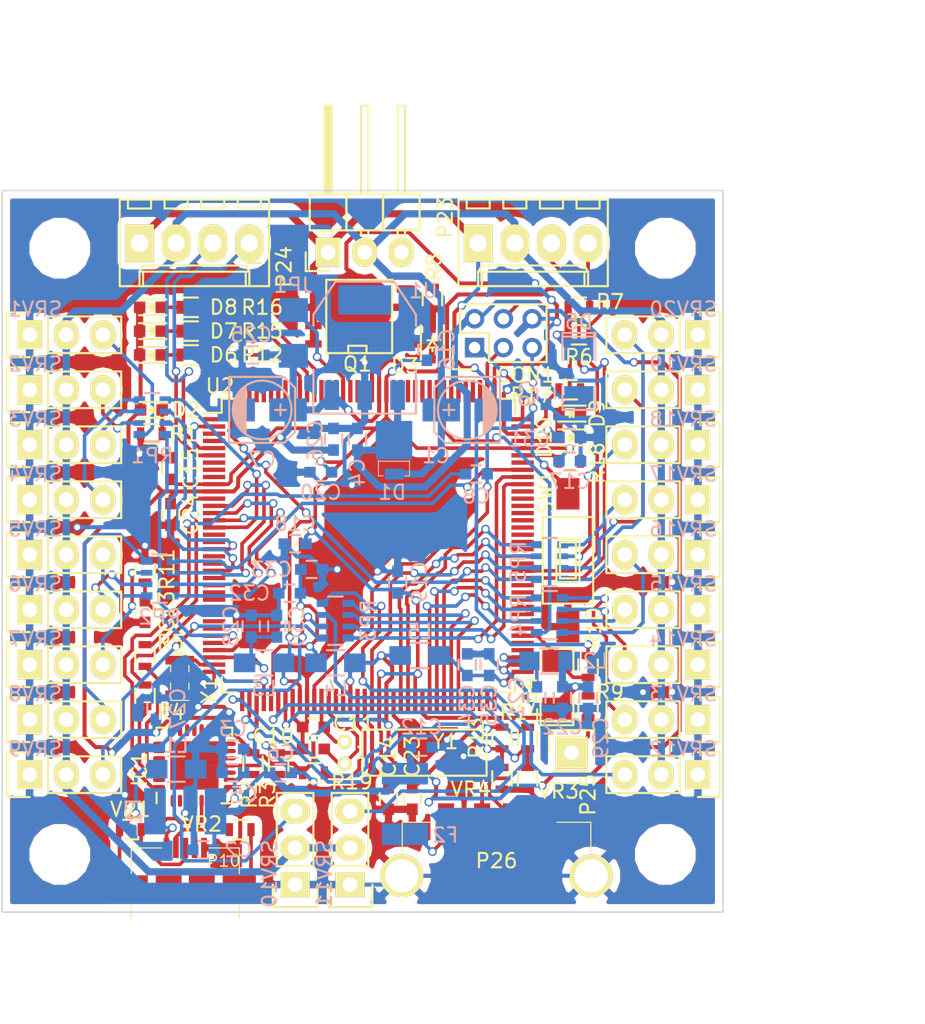
<source format=kicad_pcb>
(kicad_pcb (version 4) (host pcbnew 4.0.2-stable)
  (layers (0 F.Cu signal) (31 B.Cu signal hide) (34 B.Paste user) (35 F.Paste user) (36 B.SilkS user) (37 F.SilkS user) (38 B.Mask user) (39 F.Mask user) (44 Edge.Cuts user))
  (net 0 "")
  (net 1 VCC)
  (net 2 GNDPWR)
  (net 3 +5V)
  (net 4 GND)
  (net 5 "Net-(C3-Pad1)")
  (net 6 +3V3)
  (net 7 RESET)
  (net 8 DTR)
  (net 9 "Net-(C10-Pad1)")
  (net 10 "Net-(C11-Pad1)")
  (net 11 "Net-(C13-Pad1)")
  (net 12 VDDOUT)
  (net 13 "Net-(C21-Pad1)")
  (net 14 "Net-(C28-Pad2)")
  (net 15 VDDUTMI)
  (net 16 VDDANA)
  (net 17 MISO)
  (net 18 SPCK)
  (net 19 MOSI)
  (net 20 "Net-(D2-Pad1)")
  (net 21 "Net-(D3-Pad1)")
  (net 22 ADC_BAT)
  (net 23 "Net-(D6-Pad1)")
  (net 24 "Net-(D7-Pad1)")
  (net 25 "Net-(D8-Pad1)")
  (net 26 "Net-(D9-Pad1)")
  (net 27 "Net-(D10-Pad1)")
  (net 28 "Net-(F1-Pad1)")
  (net 29 "Net-(F2-Pad2)")
  (net 30 "Net-(IC1-Pad1)")
  (net 31 "Net-(IC1-Pad2)")
  (net 32 "Net-(IC1-Pad4)")
  (net 33 "Net-(IC1-Pad5)")
  (net 34 "Net-(IC1-Pad9)")
  (net 35 "Net-(IC1-Pad11)")
  (net 36 "Net-(IC1-Pad12)")
  (net 37 "Net-(IC1-Pad23)")
  (net 38 "Net-(IC1-Pad24)")
  (net 39 "Net-(IC1-Pad25)")
  (net 40 "Net-(IC1-Pad26)")
  (net 41 "Net-(IC1-Pad27)")
  (net 42 "Net-(JP1-Pad1)")
  (net 43 "Net-(L1-Pad1)")
  (net 44 "Net-(P1-Pad3)")
  (net 45 "Net-(P2-Pad3)")
  (net 46 "Net-(P3-Pad3)")
  (net 47 "Net-(P4-Pad3)")
  (net 48 "Net-(P5-Pad3)")
  (net 49 "Net-(P6-Pad3)")
  (net 50 "Net-(P7-Pad3)")
  (net 51 "Net-(P8-Pad3)")
  (net 52 "Net-(P9-Pad3)")
  (net 53 "Net-(P10-Pad4)")
  (net 54 "Net-(P11-Pad3)")
  (net 55 "Net-(P12-Pad3)")
  (net 56 "Net-(P13-Pad3)")
  (net 57 "Net-(P14-Pad3)")
  (net 58 "Net-(P15-Pad3)")
  (net 59 "Net-(P16-Pad3)")
  (net 60 "Net-(P17-Pad3)")
  (net 61 "Net-(P18-Pad3)")
  (net 62 "Net-(P19-Pad3)")
  (net 63 "Net-(P20-Pad3)")
  (net 64 "Net-(P21-Pad3)")
  (net 65 "Net-(P22-Pad3)")
  (net 66 SDA)
  (net 67 SCL)
  (net 68 RX1)
  (net 69 TX1)
  (net 70 +BATT)
  (net 71 D-)
  (net 72 D+)
  (net 73 RX0)
  (net 74 TX0)
  (net 75 LED_R)
  (net 76 "Net-(R13-Pad2)")
  (net 77 "Net-(R14-Pad2)")
  (net 78 LED_G)
  (net 79 LED_B)
  (net 80 TXL)
  (net 81 RXL)
  (net 82 "Net-(R19-Pad2)")
  (net 83 SRV2)
  (net 84 SRV1)
  (net 85 SRV3)
  (net 86 SRV4)
  (net 87 SRV6)
  (net 88 SRV5)
  (net 89 SRV7)
  (net 90 SRV8)
  (net 91 SRV10)
  (net 92 SRV9)
  (net 93 SRV11)
  (net 94 SRV12)
  (net 95 SRV14)
  (net 96 SRV13)
  (net 97 SRV15)
  (net 98 SRV16)
  (net 99 SRV18)
  (net 100 SRV17)
  (net 101 SRV19)
  (net 102 SRV20)
  (net 103 "Net-(U2-Pad3)")
  (net 104 "Net-(U2-Pad4)")
  (net 105 "Net-(U2-Pad7)")
  (net 106 "Net-(U2-Pad8)")
  (net 107 "Net-(U2-Pad9)")
  (net 108 "Net-(U2-Pad17)")
  (net 109 "Net-(U2-Pad18)")
  (net 110 "Net-(U2-Pad20)")
  (net 111 "Net-(U2-Pad21)")
  (net 112 "Net-(U2-Pad23)")
  (net 113 "Net-(U2-Pad24)")
  (net 114 "Net-(U2-Pad25)")
  (net 115 "Net-(U2-Pad26)")
  (net 116 "Net-(U2-Pad28)")
  (net 117 "Net-(U2-Pad29)")
  (net 118 "Net-(U2-Pad30)")
  (net 119 "Net-(U2-Pad31)")
  (net 120 "Net-(U2-Pad35)")
  (net 121 "Net-(U2-Pad36)")
  (net 122 "Net-(U2-Pad50)")
  (net 123 "Net-(U2-Pad51)")
  (net 124 "Net-(U2-Pad68)")
  (net 125 "Net-(U2-Pad69)")
  (net 126 "Net-(U2-Pad70)")
  (net 127 "Net-(U2-Pad71)")
  (net 128 "Net-(U2-Pad72)")
  (net 129 "Net-(U2-Pad76)")
  (net 130 "Net-(U2-Pad77)")
  (net 131 "Net-(U2-Pad79)")
  (net 132 "Net-(U2-Pad80)")
  (net 133 "Net-(U2-Pad81)")
  (net 134 "Net-(U2-Pad82)")
  (net 135 "Net-(U2-Pad83)")
  (net 136 "Net-(U2-Pad84)")
  (net 137 "Net-(U2-Pad85)")
  (net 138 "Net-(U2-Pad88)")
  (net 139 "Net-(U2-Pad89)")
  (net 140 "Net-(U2-Pad90)")
  (net 141 "Net-(U2-Pad91)")
  (net 142 "Net-(U2-Pad92)")
  (net 143 "Net-(U2-Pad93)")
  (net 144 "Net-(U2-Pad94)")
  (net 145 "Net-(U2-Pad95)")
  (net 146 "Net-(U2-Pad96)")
  (net 147 "Net-(U2-Pad97)")
  (net 148 "Net-(U2-Pad98)")
  (net 149 "Net-(U2-Pad102)")
  (net 150 "Net-(U2-Pad111)")
  (net 151 "Net-(U2-Pad112)")
  (net 152 "Net-(U2-Pad113)")
  (net 153 "Net-(U2-Pad114)")
  (net 154 "Net-(U2-Pad115)")
  (net 155 "Net-(U2-Pad117)")
  (net 156 "Net-(U2-Pad118)")
  (net 157 "Net-(U2-Pad119)")
  (net 158 "Net-(U2-Pad120)")
  (net 159 "Net-(U2-Pad121)")
  (net 160 "Net-(U2-Pad122)")
  (net 161 "Net-(U2-Pad123)")
  (net 162 "Net-(U2-Pad127)")
  (net 163 "Net-(U2-Pad128)")
  (net 164 "Net-(U2-Pad129)")
  (net 165 "Net-(U2-Pad131)")
  (net 166 "Net-(U2-Pad132)")
  (net 167 "Net-(U2-Pad133)")
  (net 168 "Net-(U2-Pad137)")
  (net 169 "Net-(U2-Pad138)")
  (net 170 "Net-(U2-Pad139)")
  (net 171 "Net-(U2-Pad140)")
  (net 172 "Net-(U2-Pad141)")
  (net 173 "Net-(U2-Pad142)")
  (net 174 "Net-(U2-Pad143)")
  (net 175 "Net-(U2-Pad144)")
  (module Capacitors_SMD:c_elec_4x4.5 (layer B.Cu) (at 157.258 95.202 180)
    (fp_text reference C1 (at 2.159 -3.175 180) (layer B.SilkS) (effects (justify mirror)))
    (fp_text value 33uF hide)
    (pad 1 smd rect (at 1.80086 0 180) (size 2.60096 1.6002) (layers B.Cu B.Paste B.Mask) (net 1 VCC))
    (pad 2 smd rect (at -1.80086 0 180) (size 2.60096 1.6002) (layers B.Cu B.Paste B.Mask) (net 2 GNDPWR))
  )
  (module Capacitors_SMD:C_0603 (layer B.Cu) (at 138.97 125.682 180)
    (fp_text reference C2 (at -2.413 0 180) (layer B.SilkS) (effects (justify mirror)))
    (fp_text value 0.1uF hide)
    (pad 1 smd rect (at -0.75 0 180) (size 0.8 0.75) (layers B.Cu B.Paste B.Mask) (net 3 +5V))
    (pad 2 smd rect (at 0.75 0 180) (size 0.8 0.75) (layers B.Cu B.Paste B.Mask) (net 4 GND))
  )
  (module Capacitors_SMD:C_0603 (layer B.Cu) (at 141.002 118.697 180)
    (fp_text reference C3 (at 0 1.397 180) (layer B.SilkS) (effects (justify mirror)))
    (fp_text value 4.7uF hide)
    (pad 1 smd rect (at -0.75 0 180) (size 0.8 0.75) (layers B.Cu B.Paste B.Mask) (net 5 "Net-(C3-Pad1)"))
    (pad 2 smd rect (at 0.75 0 180) (size 0.8 0.75) (layers B.Cu B.Paste B.Mask) (net 4 GND))
  )
  (module Capacitors_SMD:C_0603 (layer B.Cu) (at 149.638 97.234 90)
    (fp_text reference C4 (at -2.286 0 90) (layer B.SilkS) (effects (justify mirror)))
    (fp_text value 470nF hide)
    (pad 1 smd rect (at -0.75 0 90) (size 0.8 0.75) (layers B.Cu B.Paste B.Mask) (net 3 +5V))
    (pad 2 smd rect (at 0.75 0 90) (size 0.8 0.75) (layers B.Cu B.Paste B.Mask) (net 4 GND))
  )
  (module Capacitors_SMD:C_0603 (layer B.Cu) (at 141.002 120.348 180)
    (fp_text reference C5 (at -0.762 -1.524 180) (layer B.SilkS) (effects (justify mirror)))
    (fp_text value 0.1uF hide)
    (pad 1 smd rect (at -0.75 0 180) (size 0.8 0.75) (layers B.Cu B.Paste B.Mask) (net 5 "Net-(C3-Pad1)"))
    (pad 2 smd rect (at 0.75 0 180) (size 0.8 0.75) (layers B.Cu B.Paste B.Mask) (net 4 GND))
  )
  (module Capacitors_SMD:C_0603 (layer B.Cu) (at 144.304 120.348)
    (fp_text reference C6 (at 0 -1.397) (layer B.SilkS) (effects (justify mirror)))
    (fp_text value 1uF hide)
    (pad 1 smd rect (at -0.75 0) (size 0.8 0.75) (layers B.Cu B.Paste B.Mask) (net 3 +5V))
    (pad 2 smd rect (at 0.75 0) (size 0.8 0.75) (layers B.Cu B.Paste B.Mask) (net 4 GND))
  )
  (module Capacitors_SMD:c_elec_4x4.5 (layer B.Cu) (at 143.034 95.202)
    (fp_text reference C7 (at 0 3.429) (layer B.SilkS) (effects (justify mirror)))
    (fp_text value 33uF hide)
    (pad 1 smd rect (at 1.80086 0) (size 2.60096 1.6002) (layers B.Cu B.Paste B.Mask) (net 6 +3V3))
    (pad 2 smd rect (at -1.80086 0) (size 2.60096 1.6002) (layers B.Cu B.Paste B.Mask) (net 4 GND))
  )
  (module Capacitors_SMD:C_0603 (layer B.Cu) (at 157.893 99.647 180)
    (fp_text reference C8 (at 0 -1.524 180) (layer B.SilkS) (effects (justify mirror)))
    (fp_text value 0.1uF hide)
    (pad 1 smd rect (at -0.75 0 180) (size 0.8 0.75) (layers B.Cu B.Paste B.Mask) (net 7 RESET))
    (pad 2 smd rect (at 0.75 0 180) (size 0.8 0.75) (layers B.Cu B.Paste B.Mask) (net 8 DTR))
  )
  (module Capacitors_SMD:C_0603 (layer B.Cu) (at 162.719 94.059 270)
    (fp_text reference C9 (at 0 1.27 270) (layer B.SilkS) (effects (justify mirror)))
    (fp_text value 0.1uF hide)
    (pad 1 smd rect (at -0.75 0 270) (size 0.8 0.75) (layers B.Cu B.Paste B.Mask) (net 7 RESET))
    (pad 2 smd rect (at 0.75 0 270) (size 0.8 0.75) (layers B.Cu B.Paste B.Mask) (net 4 GND))
  )
  (module Capacitors_SMD:C_0603 (layer F.Cu) (at 146.59 118.697 180)
    (fp_text reference C10 (at 2.794 0.889 180) (layer F.SilkS))
    (fp_text value 22pF hide)
    (pad 1 smd rect (at -0.75 0 180) (size 0.8 0.75) (layers F.Cu F.Paste F.Mask) (net 9 "Net-(C10-Pad1)"))
    (pad 2 smd rect (at 0.75 0 180) (size 0.8 0.75) (layers F.Cu F.Paste F.Mask) (net 4 GND))
  )
  (module Capacitors_SMD:C_0603 (layer F.Cu) (at 146.59 117.173 180)
    (fp_text reference C11 (at -2.794 0.254 180) (layer F.SilkS))
    (fp_text value 22pF hide)
    (pad 1 smd rect (at -0.75 0 180) (size 0.8 0.75) (layers F.Cu F.Paste F.Mask) (net 10 "Net-(C11-Pad1)"))
    (pad 2 smd rect (at 0.75 0 180) (size 0.8 0.75) (layers F.Cu F.Paste F.Mask) (net 4 GND))
  )
  (module Capacitors_SMD:C_0603 (layer B.Cu) (at 154.083 118.57 180)
    (fp_text reference C12 (at 0 1.397 180) (layer B.SilkS) (effects (justify mirror)))
    (fp_text value 10nF hide)
    (pad 1 smd rect (at -0.75 0 180) (size 0.8 0.75) (layers B.Cu B.Paste B.Mask) (net 4 GND))
    (pad 2 smd rect (at 0.75 0 180) (size 0.8 0.75) (layers B.Cu B.Paste B.Mask) (net 3 +5V))
  )
  (module Capacitors_SMD:C_0603 (layer F.Cu) (at 134.906 109.172 270)
    (fp_text reference C13 (at 0 -1.524 270) (layer F.SilkS))
    (fp_text value 22pF hide)
    (pad 1 smd rect (at -0.75 0 270) (size 0.8 0.75) (layers F.Cu F.Paste F.Mask) (net 11 "Net-(C13-Pad1)"))
    (pad 2 smd rect (at 0.75 0 270) (size 0.8 0.75) (layers F.Cu F.Paste F.Mask) (net 4 GND))
  )
  (module Capacitors_SMD:C_0603 (layer F.Cu) (at 151.797 122.126 270)
    (fp_text reference C14 (at -2.921 0 270) (layer F.SilkS))
    (fp_text value 10uF hide)
    (pad 1 smd rect (at -0.75 0 270) (size 0.8 0.75) (layers F.Cu F.Paste F.Mask) (net 12 VDDOUT))
    (pad 2 smd rect (at 0.75 0 270) (size 0.8 0.75) (layers F.Cu F.Paste F.Mask) (net 4 GND))
  )
  (module Capacitors_SMD:C_0603 (layer F.Cu) (at 136.684 99.266 90)
    (fp_text reference C15 (at 0 1.397 90) (layer F.SilkS))
    (fp_text value 0.1uF hide)
    (pad 1 smd rect (at -0.75 0 90) (size 0.8 0.75) (layers F.Cu F.Paste F.Mask) (net 12 VDDOUT))
    (pad 2 smd rect (at 0.75 0 90) (size 0.8 0.75) (layers F.Cu F.Paste F.Mask) (net 4 GND))
  )
  (module Capacitors_SMD:C_0603 (layer B.Cu) (at 154.464 91.011 90)
    (fp_text reference C16 (at 0 1.397 90) (layer B.SilkS) (effects (justify mirror)))
    (fp_text value 0.1uF hide)
    (pad 1 smd rect (at -0.75 0 90) (size 0.8 0.75) (layers B.Cu B.Paste B.Mask) (net 12 VDDOUT))
    (pad 2 smd rect (at 0.75 0 90) (size 0.8 0.75) (layers B.Cu B.Paste B.Mask) (net 4 GND))
  )
  (module Capacitors_SMD:C_0603 (layer B.Cu) (at 164.37 98.758)
    (fp_text reference C17 (at 0 1.397) (layer B.SilkS) (effects (justify mirror)))
    (fp_text value 0.1uF hide)
    (pad 1 smd rect (at -0.75 0) (size 0.8 0.75) (layers B.Cu B.Paste B.Mask) (net 12 VDDOUT))
    (pad 2 smd rect (at 0.75 0) (size 0.8 0.75) (layers B.Cu B.Paste B.Mask) (net 4 GND))
  )
  (module Capacitors_SMD:C_0603 (layer B.Cu) (at 145.32 104.473 180)
    (fp_text reference C18 (at 0 1.397 180) (layer B.SilkS) (effects (justify mirror)))
    (fp_text value 0.1uF hide)
    (pad 1 smd rect (at -0.75 0 180) (size 0.8 0.75) (layers B.Cu B.Paste B.Mask) (net 12 VDDOUT))
    (pad 2 smd rect (at 0.75 0 180) (size 0.8 0.75) (layers B.Cu B.Paste B.Mask) (net 4 GND))
  )
  (module Capacitors_SMD:C_0603 (layer B.Cu) (at 152.432 107.14 90)
    (fp_text reference C19 (at 0 1.524 90) (layer B.SilkS) (effects (justify mirror)))
    (fp_text value 0.1uF hide)
    (pad 1 smd rect (at -0.75 0 90) (size 0.8 0.75) (layers B.Cu B.Paste B.Mask) (net 12 VDDOUT))
    (pad 2 smd rect (at 0.75 0 90) (size 0.8 0.75) (layers B.Cu B.Paste B.Mask) (net 4 GND))
  )
  (module Capacitors_SMD:C_0603 (layer B.Cu) (at 147.098 99.52 180)
    (fp_text reference C20 (at 0 -1.397 180) (layer B.SilkS) (effects (justify mirror)))
    (fp_text value 0.1uF hide)
    (pad 1 smd rect (at -0.75 0 180) (size 0.8 0.75) (layers B.Cu B.Paste B.Mask) (net 12 VDDOUT))
    (pad 2 smd rect (at 0.75 0 180) (size 0.8 0.75) (layers B.Cu B.Paste B.Mask) (net 4 GND))
  )
  (module Capacitors_SMD:C_0603 (layer B.Cu) (at 162.084 115.141 270)
    (fp_text reference C21 (at 0 1.397 270) (layer B.SilkS) (effects (justify mirror)))
    (fp_text value 0.1uF hide)
    (pad 1 smd rect (at -0.75 0 270) (size 0.8 0.75) (layers B.Cu B.Paste B.Mask) (net 13 "Net-(C21-Pad1)"))
    (pad 2 smd rect (at 0.75 0 270) (size 0.8 0.75) (layers B.Cu B.Paste B.Mask) (net 4 GND))
  )
  (module Capacitors_SMD:C_0603 (layer B.Cu) (at 163.862 115.141 270)
    (fp_text reference C22 (at 2.032 0 540) (layer B.SilkS) (effects (justify mirror)))
    (fp_text value 0.1uF hide)
    (pad 1 smd rect (at -0.75 0 270) (size 0.8 0.75) (layers B.Cu B.Paste B.Mask) (net 6 +3V3))
    (pad 2 smd rect (at 0.75 0 270) (size 0.8 0.75) (layers B.Cu B.Paste B.Mask) (net 4 GND))
  )
  (module Capacitors_SMD:C_0603 (layer F.Cu) (at 153.448 122.126 270)
    (fp_text reference C23 (at -2.921 0 270) (layer F.SilkS))
    (fp_text value 10uF hide)
    (pad 1 smd rect (at -0.75 0 270) (size 0.8 0.75) (layers F.Cu F.Paste F.Mask) (net 6 +3V3))
    (pad 2 smd rect (at 0.75 0 270) (size 0.8 0.75) (layers F.Cu F.Paste F.Mask) (net 4 GND))
  )
  (module Capacitors_SMD:C_0603 (layer F.Cu) (at 136.684 102.441 270)
    (fp_text reference C24 (at 0 -1.397 270) (layer F.SilkS))
    (fp_text value 0.1uF hide)
    (pad 1 smd rect (at -0.75 0 270) (size 0.8 0.75) (layers F.Cu F.Paste F.Mask) (net 6 +3V3))
    (pad 2 smd rect (at 0.75 0 270) (size 0.8 0.75) (layers F.Cu F.Paste F.Mask) (net 4 GND))
  )
  (module Capacitors_SMD:C_0603 (layer B.Cu) (at 142.399 91.392 180)
    (fp_text reference C25 (at 0.127 1.397 180) (layer B.SilkS) (effects (justify mirror)))
    (fp_text value 0.1uF hide)
    (pad 1 smd rect (at -0.75 0 180) (size 0.8 0.75) (layers B.Cu B.Paste B.Mask) (net 6 +3V3))
    (pad 2 smd rect (at 0.75 0 180) (size 0.8 0.75) (layers B.Cu B.Paste B.Mask) (net 4 GND))
  )
  (module Capacitors_SMD:C_0603 (layer B.Cu) (at 147.987 97.234 90)
    (fp_text reference C26 (at -0.127 -1.27 90) (layer B.SilkS) (effects (justify mirror)))
    (fp_text value 0.1uF hide)
    (pad 1 smd rect (at -0.75 0 90) (size 0.8 0.75) (layers B.Cu B.Paste B.Mask) (net 6 +3V3))
    (pad 2 smd rect (at 0.75 0 90) (size 0.8 0.75) (layers B.Cu B.Paste B.Mask) (net 4 GND))
  )
  (module Capacitors_SMD:C_0603 (layer B.Cu) (at 135.668 115.903 90)
    (fp_text reference C27 (at 0 1.524 90) (layer B.SilkS) (effects (justify mirror)))
    (fp_text value 0.1uF hide)
    (pad 1 smd rect (at -0.75 0 90) (size 0.8 0.75) (layers B.Cu B.Paste B.Mask) (net 6 +3V3))
    (pad 2 smd rect (at 0.75 0 90) (size 0.8 0.75) (layers B.Cu B.Paste B.Mask) (net 4 GND))
  )
  (module Capacitors_SMD:C_0603 (layer B.Cu) (at 142.272 110.188 270)
    (fp_text reference C28 (at 0 1.397 270) (layer B.SilkS) (effects (justify mirror)))
    (fp_text value 0.1uF hide)
    (pad 1 smd rect (at -0.75 0 270) (size 0.8 0.75) (layers B.Cu B.Paste B.Mask) (net 4 GND))
    (pad 2 smd rect (at 0.75 0 270) (size 0.8 0.75) (layers B.Cu B.Paste B.Mask) (net 14 "Net-(C28-Pad2)"))
  )
  (module Capacitors_SMD:C_0603 (layer B.Cu) (at 165.64 115.141 270)
    (fp_text reference C29 (at 2.794 -0.889 450) (layer B.SilkS) (effects (justify mirror)))
    (fp_text value 0.1uF hide)
    (pad 1 smd rect (at -0.75 0 270) (size 0.8 0.75) (layers B.Cu B.Paste B.Mask) (net 6 +3V3))
    (pad 2 smd rect (at 0.75 0 270) (size 0.8 0.75) (layers B.Cu B.Paste B.Mask) (net 4 GND))
  )
  (module Capacitors_SMD:C_0603 (layer B.Cu) (at 144.05 110.188 270)
    (fp_text reference C30 (at 0 -1.397 270) (layer B.SilkS) (effects (justify mirror)))
    (fp_text value 10uF hide)
    (pad 1 smd rect (at -0.75 0 270) (size 0.8 0.75) (layers B.Cu B.Paste B.Mask) (net 4 GND))
    (pad 2 smd rect (at 0.75 0 270) (size 0.8 0.75) (layers B.Cu B.Paste B.Mask) (net 14 "Net-(C28-Pad2)"))
  )
  (module Capacitors_SMD:C_0603 (layer B.Cu) (at 164.37 97.107)
    (fp_text reference C31 (at -2.794 0.127) (layer B.SilkS) (effects (justify mirror)))
    (fp_text value 0.1uF hide)
    (pad 1 smd rect (at -0.75 0) (size 0.8 0.75) (layers B.Cu B.Paste B.Mask) (net 6 +3V3))
    (pad 2 smd rect (at 0.75 0) (size 0.8 0.75) (layers B.Cu B.Paste B.Mask) (net 4 GND))
  )
  (module Capacitors_SMD:C_0603 (layer B.Cu) (at 144.939 107.902 180)
    (fp_text reference C32 (at 2.794 0 180) (layer B.SilkS) (effects (justify mirror)))
    (fp_text value 0.1uF hide)
    (pad 1 smd rect (at -0.75 0 180) (size 0.8 0.75) (layers B.Cu B.Paste B.Mask) (net 15 VDDUTMI))
    (pad 2 smd rect (at 0.75 0 180) (size 0.8 0.75) (layers B.Cu B.Paste B.Mask) (net 4 GND))
  )
  (module Capacitors_SMD:C_0603 (layer B.Cu) (at 146.463 106.251)
    (fp_text reference C33 (at -2.794 0) (layer B.SilkS) (effects (justify mirror)))
    (fp_text value 10uF hide)
    (pad 1 smd rect (at -0.75 0) (size 0.8 0.75) (layers B.Cu B.Paste B.Mask) (net 15 VDDUTMI))
    (pad 2 smd rect (at 0.75 0) (size 0.8 0.75) (layers B.Cu B.Paste B.Mask) (net 4 GND))
  )
  (module Capacitors_SMD:C_0603 (layer B.Cu) (at 157.258 112.855 90)
    (fp_text reference C34 (at -2.794 0 90) (layer B.SilkS) (effects (justify mirror)))
    (fp_text value 0.1uF hide)
    (pad 1 smd rect (at -0.75 0 90) (size 0.8 0.75) (layers B.Cu B.Paste B.Mask) (net 16 VDDANA))
    (pad 2 smd rect (at 0.75 0 90) (size 0.8 0.75) (layers B.Cu B.Paste B.Mask) (net 4 GND))
  )
  (module Capacitors_SMD:C_0603 (layer B.Cu) (at 158.782 112.855 90)
    (fp_text reference C35 (at -2.794 0 90) (layer B.SilkS) (effects (justify mirror)))
    (fp_text value 10uF hide)
    (pad 1 smd rect (at -0.75 0 90) (size 0.8 0.75) (layers B.Cu B.Paste B.Mask) (net 16 VDDANA))
    (pad 2 smd rect (at 0.75 0 90) (size 0.8 0.75) (layers B.Cu B.Paste B.Mask) (net 4 GND))
  )
  (module Pin_Headers:Pin_Header_Straight_2x03_Pitch2.00mm (layer F.Cu) (at 157.766 90.884 90)
    (fp_text reference CON1 (at -1.905 3.556 180) (layer F.SilkS))
    (fp_text value SPI hide)
    (pad 1 thru_hole rect (at 0 0 90) (size 1.35 1.35) (drill 0.8) (layers *.Cu *.Mask) (net 17 MISO))
    (pad 3 thru_hole circle (at 0 2 90) (size 1.35 1.35) (drill 0.8) (layers *.Cu *.Mask) (net 18 SPCK))
    (pad 5 thru_hole circle (at 0 4 90) (size 1.35 1.35) (drill 0.8) (layers *.Cu *.Mask) (net 7 RESET))
    (pad 2 thru_hole circle (at 2 0 90) (size 1.35 1.35) (drill 0.8) (layers *.Cu *.Mask) (net 3 +5V))
    (pad 4 thru_hole circle (at 2 2 90) (size 1.35 1.35) (drill 0.8) (layers *.Cu *.Mask) (net 19 MOSI))
    (pad 6 thru_hole circle (at 2 4 90) (size 1.35 1.35) (drill 0.8) (layers *.Cu *.Mask) (net 4 GND))
  )
  (module Humanoide_lib:DO-220AA (layer B.Cu) (at 152.178 97.996 270)
    (fp_text reference D1 (at 2.921 0.127 360) (layer B.SilkS) (effects (justify mirror)))
    (fp_text value SS1P3L hide)
    (pad 1 smd rect (at -0.6985 0 270) (size 2.67 2.54) (layers B.Cu B.Paste B.Mask) (net 3 +5V))
    (pad 2 smd rect (at 1.6525 0 270) (size 0.762 1.27) (layers B.Cu B.Paste B.Mask) (net 1 VCC))
  )
  (module LEDs:LED_0603 (layer F.Cu) (at 135.3505 95.202 180)
    (fp_text reference D2 (at -2.413 0 180) (layer F.SilkS))
    (fp_text value GREEN hide)
    (pad 2 smd rect (at 0.7493 0) (size 0.79756 0.79756) (layers F.Cu F.Paste F.Mask) (net 6 +3V3))
    (pad 1 smd rect (at -0.7493 0) (size 0.79756 0.79756) (layers F.Cu F.Paste F.Mask) (net 20 "Net-(D2-Pad1)"))
  )
  (module Diodes_SMD:SOD-323 (layer F.Cu) (at 154.845 90.63 270)
    (fp_text reference D3 (at 1.524 1.905 360) (layer F.SilkS))
    (fp_text value MM3Z12VT1G hide)
    (pad 1 smd rect (at -1.055 0 270) (size 0.59 0.45) (layers F.Cu F.Paste F.Mask) (net 21 "Net-(D3-Pad1)"))
    (pad 2 smd rect (at 1.055 0 270) (size 0.59 0.45) (layers F.Cu F.Paste F.Mask) (net 4 GND))
  )
  (module SMD_Packages:SMD-1206_Pol (layer F.Cu) (at 163.481 114.252 90)
    (fp_text reference D4 (at -0.381 -1.905 90) (layer F.SilkS))
    (fp_text value CD1206-S01575 hide)
    (pad 1 smd rect (at -1.651 0 90) (size 1.524 2.032) (layers F.Cu F.Paste F.Mask) (net 6 +3V3))
    (pad 2 smd rect (at 1.651 0 90) (size 1.524 2.032) (layers F.Cu F.Paste F.Mask) (net 22 ADC_BAT))
  )
  (module SMD_Packages:SMD-1206_Pol (layer B.Cu) (at 165.005 92.662 270)
    (fp_text reference D5 (at -3.556 0 360) (layer B.SilkS) (effects (justify mirror)))
    (fp_text value CD1206-S01575 hide)
    (pad 1 smd rect (at -1.651 0 270) (size 1.524 2.032) (layers B.Cu B.Paste B.Mask) (net 6 +3V3))
    (pad 2 smd rect (at 1.651 0 270) (size 1.524 2.032) (layers B.Cu B.Paste B.Mask) (net 7 RESET))
  )
  (module LEDs:LED_0603 (layer F.Cu) (at 135.287 91.392 180)
    (fp_text reference D6 (at -5.08 0 180) (layer F.SilkS))
    (fp_text value RED hide)
    (pad 2 smd rect (at 0.7493 0) (size 0.79756 0.79756) (layers F.Cu F.Paste F.Mask) (net 6 +3V3))
    (pad 1 smd rect (at -0.7493 0) (size 0.79756 0.79756) (layers F.Cu F.Paste F.Mask) (net 23 "Net-(D6-Pad1)"))
  )
  (module LEDs:LED_0603 (layer F.Cu) (at 135.287 89.741 180)
    (fp_text reference D7 (at -5.08 0 180) (layer F.SilkS))
    (fp_text value GREEN hide)
    (pad 2 smd rect (at 0.7493 0) (size 0.79756 0.79756) (layers F.Cu F.Paste F.Mask) (net 6 +3V3))
    (pad 1 smd rect (at -0.7493 0) (size 0.79756 0.79756) (layers F.Cu F.Paste F.Mask) (net 24 "Net-(D7-Pad1)"))
  )
  (module LEDs:LED_0603 (layer F.Cu) (at 135.287 88.09 180)
    (fp_text reference D8 (at -5.08 0 180) (layer F.SilkS))
    (fp_text value BLUE hide)
    (pad 2 smd rect (at 0.7493 0) (size 0.79756 0.79756) (layers F.Cu F.Paste F.Mask) (net 6 +3V3))
    (pad 1 smd rect (at -0.7493 0) (size 0.79756 0.79756) (layers F.Cu F.Paste F.Mask) (net 25 "Net-(D8-Pad1)"))
  )
  (module LEDs:LED_0603 (layer F.Cu) (at 164.37 95.456 180)
    (fp_text reference D9 (at -1.905 0 270) (layer F.SilkS))
    (fp_text value YELLOW hide)
    (pad 2 smd rect (at 0.7493 0) (size 0.79756 0.79756) (layers F.Cu F.Paste F.Mask) (net 6 +3V3))
    (pad 1 smd rect (at -0.7493 0) (size 0.79756 0.79756) (layers F.Cu F.Paste F.Mask) (net 26 "Net-(D9-Pad1)"))
  )
  (module LEDs:LED_0603 (layer F.Cu) (at 164.37 97.107 180)
    (fp_text reference D10 (at 1.778 0 270) (layer F.SilkS))
    (fp_text value YELLOW hide)
    (pad 2 smd rect (at 0.7493 0) (size 0.79756 0.79756) (layers F.Cu F.Paste F.Mask) (net 6 +3V3))
    (pad 1 smd rect (at -0.7493 0) (size 0.79756 0.79756) (layers F.Cu F.Paste F.Mask) (net 27 "Net-(D10-Pad1)"))
  )
  (module Humanoide_lib:Fuse_SMD (layer B.Cu) (at 137.7 123.015 270)
    (fp_text reference F1 (at 0 3.556 270) (layer B.SilkS) (effects (justify mirror)))
    (fp_text value MF-MSMF050-2 hide)
    (pad 1 smd rect (at 0 2.1 270) (size 3.2 1.5) (layers B.Cu B.Paste B.Mask) (net 28 "Net-(F1-Pad1)"))
    (pad 2 smd rect (at 0 -2.1 270) (size 3.2 1.5) (layers B.Cu B.Paste B.Mask) (net 3 +5V))
  )
  (module Humanoide_lib:Fuse_SMD (layer B.Cu) (at 152.94 122.507 180)
    (fp_text reference F2 (at -2.794 -2.159 180) (layer B.SilkS) (effects (justify mirror)))
    (fp_text value MF-MSMF050-2 hide)
    (pad 1 smd rect (at 0 2.1 180) (size 3.2 1.5) (layers B.Cu B.Paste B.Mask) (net 3 +5V))
    (pad 2 smd rect (at 0 -2.1 180) (size 3.2 1.5) (layers B.Cu B.Paste B.Mask) (net 29 "Net-(F2-Pad2)"))
  )
  (module Housings_DFN_QFN:QFN-28-1EP_5x5mm_Pitch0.5mm (layer F.Cu) (at 138.335 119.84 90)
    (fp_text reference IC1 (at -0.254 -3.81 270) (layer F.SilkS))
    (fp_text value CP2102 hide)
    (pad 1 smd oval (at -2.45 -1.5 90) (size 0.85 0.3) (layers F.Cu F.Paste F.Mask) (net 30 "Net-(IC1-Pad1)"))
    (pad 2 smd oval (at -2.45 -1 90) (size 0.85 0.3) (layers F.Cu F.Paste F.Mask) (net 31 "Net-(IC1-Pad2)"))
    (pad 3 smd oval (at -2.45 -0.5 90) (size 0.85 0.3) (layers F.Cu F.Paste F.Mask) (net 4 GND))
    (pad 4 smd oval (at -2.45 0 90) (size 0.85 0.3) (layers F.Cu F.Paste F.Mask) (net 32 "Net-(IC1-Pad4)"))
    (pad 5 smd oval (at -2.45 0.5 90) (size 0.85 0.3) (layers F.Cu F.Paste F.Mask) (net 33 "Net-(IC1-Pad5)"))
    (pad 6 smd oval (at -2.45 1 90) (size 0.85 0.3) (layers F.Cu F.Paste F.Mask) (net 5 "Net-(C3-Pad1)"))
    (pad 7 smd oval (at -2.45 1.5 90) (size 0.85 0.3) (layers F.Cu F.Paste F.Mask) (net 3 +5V))
    (pad 8 smd oval (at -1.5 2.45 180) (size 0.85 0.3) (layers F.Cu F.Paste F.Mask) (net 3 +5V))
    (pad 9 smd oval (at -1 2.45 180) (size 0.85 0.3) (layers F.Cu F.Paste F.Mask) (net 34 "Net-(IC1-Pad9)"))
    (pad 10 smd oval (at -0.5 2.45 180) (size 0.85 0.3) (layers F.Cu F.Paste F.Mask))
    (pad 11 smd oval (at 0 2.45 180) (size 0.85 0.3) (layers F.Cu F.Paste F.Mask) (net 35 "Net-(IC1-Pad11)"))
    (pad 12 smd oval (at 0.5 2.45 180) (size 0.85 0.3) (layers F.Cu F.Paste F.Mask) (net 36 "Net-(IC1-Pad12)"))
    (pad 13 smd oval (at 1 2.45 180) (size 0.85 0.3) (layers F.Cu F.Paste F.Mask))
    (pad 14 smd oval (at 1.5 2.45 180) (size 0.85 0.3) (layers F.Cu F.Paste F.Mask))
    (pad 15 smd oval (at 2.45 1.5 90) (size 0.85 0.3) (layers F.Cu F.Paste F.Mask))
    (pad 16 smd oval (at 2.45 1 90) (size 0.85 0.3) (layers F.Cu F.Paste F.Mask))
    (pad 17 smd oval (at 2.45 0.5 90) (size 0.85 0.3) (layers F.Cu F.Paste F.Mask))
    (pad 18 smd oval (at 2.45 0 90) (size 0.85 0.3) (layers F.Cu F.Paste F.Mask))
    (pad 19 smd oval (at 2.45 -0.5 90) (size 0.85 0.3) (layers F.Cu F.Paste F.Mask))
    (pad 20 smd oval (at 2.45 -1 90) (size 0.85 0.3) (layers F.Cu F.Paste F.Mask))
    (pad 21 smd oval (at 2.45 -1.5 90) (size 0.85 0.3) (layers F.Cu F.Paste F.Mask))
    (pad 22 smd oval (at 1.5 -2.45 180) (size 0.85 0.3) (layers F.Cu F.Paste F.Mask))
    (pad 23 smd oval (at 1 -2.45 180) (size 0.85 0.3) (layers F.Cu F.Paste F.Mask) (net 37 "Net-(IC1-Pad23)"))
    (pad 24 smd oval (at 0.5 -2.45 180) (size 0.85 0.3) (layers F.Cu F.Paste F.Mask) (net 38 "Net-(IC1-Pad24)"))
    (pad 25 smd oval (at 0 -2.45 180) (size 0.85 0.3) (layers F.Cu F.Paste F.Mask) (net 39 "Net-(IC1-Pad25)"))
    (pad 26 smd oval (at -0.5 -2.45 180) (size 0.85 0.3) (layers F.Cu F.Paste F.Mask) (net 40 "Net-(IC1-Pad26)"))
    (pad 27 smd oval (at -1 -2.45 180) (size 0.85 0.3) (layers F.Cu F.Paste F.Mask) (net 41 "Net-(IC1-Pad27)"))
    (pad 28 smd oval (at -1.5 -2.45 180) (size 0.85 0.3) (layers F.Cu F.Paste F.Mask) (net 8 DTR))
    (pad 29 smd rect (at 0.8375 0.8375 90) (size 1.675 1.675) (layers F.Cu F.Paste F.Mask) (net 4 GND))
    (pad 29 smd rect (at 0.8375 -0.8375 90) (size 1.675 1.675) (layers F.Cu F.Paste F.Mask) (net 4 GND))
    (pad 29 smd rect (at -0.8375 0.8375 90) (size 1.675 1.675) (layers F.Cu F.Paste F.Mask) (net 4 GND))
    (pad 29 smd rect (at -0.8375 -0.8375 90) (size 1.675 1.675) (layers F.Cu F.Paste F.Mask) (net 4 GND))
  )
  (module Fuse_Holders_and_Fuses:Fuse_SMD1206_Wave (layer B.Cu) (at 145.193 89.868 270)
    (fp_text reference JP1 (at -3.302 0 360) (layer B.SilkS) (effects (justify mirror)))
    (fp_text value JUMPER hide)
    (pad 1 smd rect (at -1.58496 0 180) (size 2.02946 1.651) (layers B.Cu B.Paste B.Mask) (net 42 "Net-(JP1-Pad1)"))
    (pad 2 smd rect (at 1.58496 0 180) (size 2.02946 1.651) (layers B.Cu B.Paste B.Mask) (net 6 +3V3))
  )
  (module Resistors_SMD:R_0805_HandSoldering (layer B.Cu) (at 137.065 120.094)
    (fp_text reference L1 (at 0 -1.651) (layer B.SilkS) (effects (justify mirror)))
    (fp_text value BLM21 hide)
    (pad 1 smd rect (at -1.35 0) (size 1.5 1.3) (layers B.Cu B.Paste B.Mask) (net 43 "Net-(L1-Pad1)"))
    (pad 2 smd rect (at 1.35 0) (size 1.5 1.3) (layers B.Cu B.Paste B.Mask) (net 4 GND))
  )
  (module Resistors_SMD:R_0805_HandSoldering (layer B.Cu) (at 162.973 112.601 180)
    (fp_text reference L2 (at -3.175 0 360) (layer B.SilkS) (effects (justify mirror)))
    (fp_text value BLM21 hide)
    (pad 1 smd rect (at -1.35 0 180) (size 1.5 1.3) (layers B.Cu B.Paste B.Mask) (net 6 +3V3))
    (pad 2 smd rect (at 1.35 0 180) (size 1.5 1.3) (layers B.Cu B.Paste B.Mask) (net 13 "Net-(C21-Pad1)"))
  )
  (module Resistors_SMD:R_0805_HandSoldering (layer B.Cu) (at 143.161 112.728 180)
    (fp_text reference L3 (at 0 -1.778 180) (layer B.SilkS) (effects (justify mirror)))
    (fp_text value BLM21 hide)
    (pad 1 smd rect (at -1.35 0 180) (size 1.5 1.3) (layers B.Cu B.Paste B.Mask) (net 12 VDDOUT))
    (pad 2 smd rect (at 1.35 0 180) (size 1.5 1.3) (layers B.Cu B.Paste B.Mask) (net 14 "Net-(C28-Pad2)"))
  )
  (module Resistors_SMD:R_0805_HandSoldering (layer B.Cu) (at 148.114 112.728 180)
    (fp_text reference L4 (at 0 -1.778 180) (layer B.SilkS) (effects (justify mirror)))
    (fp_text value BLM21 hide)
    (pad 1 smd rect (at -1.35 0 180) (size 1.5 1.3) (layers B.Cu B.Paste B.Mask) (net 6 +3V3))
    (pad 2 smd rect (at 1.35 0 180) (size 1.5 1.3) (layers B.Cu B.Paste B.Mask) (net 15 VDDUTMI))
  )
  (module Resistors_SMD:R_0805_HandSoldering (layer B.Cu) (at 153.956 112.22)
    (fp_text reference L5 (at 0 -1.651) (layer B.SilkS) (effects (justify mirror)))
    (fp_text value BLM21 hide)
    (pad 1 smd rect (at -1.35 0) (size 1.5 1.3) (layers B.Cu B.Paste B.Mask) (net 6 +3V3))
    (pad 2 smd rect (at 1.35 0) (size 1.5 1.3) (layers B.Cu B.Paste B.Mask) (net 16 VDDANA))
  )
  (module Pin_Headers:Pin_Header_Angled_1x03 (layer F.Cu) (at 147.606 84.28 90)
    (fp_text reference P1 (at 0 -5.1 90) (layer F.SilkS))
    (fp_text value CONN_01X03 hide)
    (pad 1 thru_hole rect (at 0 0 90) (size 2.032 1.7272) (drill 1.016) (layers *.Cu *.Mask F.SilkS) (net 2 GNDPWR))
    (pad 2 thru_hole oval (at 0 2.54 90) (size 2.032 1.7272) (drill 1.016) (layers *.Cu *.Mask F.SilkS) (net 1 VCC))
    (pad 3 thru_hole oval (at 0 5.08 90) (size 2.032 1.7272) (drill 1.016) (layers *.Cu *.Mask F.SilkS) (net 44 "Net-(P1-Pad3)"))
  )
  (module Pin_Headers:Pin_Header_Straight_1x03 (layer F.Cu) (at 126.905 89.995 90)
    (fp_text reference P2 hide)
    (fp_text value SRV1 (at 1.778 0.381 180) (layer B.SilkS) (effects (justify mirror)))
    (pad 1 thru_hole rect (at 0 0 90) (size 2.032 1.7272) (drill 1.016) (layers *.Cu *.Mask F.SilkS) (net 4 GND))
    (pad 2 thru_hole oval (at 0 2.54 90) (size 2.032 1.7272) (drill 1.016) (layers *.Cu *.Mask F.SilkS) (net 1 VCC))
    (pad 3 thru_hole oval (at 0 5.08 90) (size 2.032 1.7272) (drill 1.016) (layers *.Cu *.Mask F.SilkS) (net 45 "Net-(P2-Pad3)"))
  )
  (module Pin_Headers:Pin_Header_Straight_1x03 (layer F.Cu) (at 126.905 93.805 90)
    (fp_text reference P3 hide)
    (fp_text value SRV2 (at 1.778 0.381 180) (layer B.SilkS) (effects (justify mirror)))
    (pad 1 thru_hole rect (at 0 0 90) (size 2.032 1.7272) (drill 1.016) (layers *.Cu *.Mask F.SilkS) (net 4 GND))
    (pad 2 thru_hole oval (at 0 2.54 90) (size 2.032 1.7272) (drill 1.016) (layers *.Cu *.Mask F.SilkS) (net 1 VCC))
    (pad 3 thru_hole oval (at 0 5.08 90) (size 2.032 1.7272) (drill 1.016) (layers *.Cu *.Mask F.SilkS) (net 46 "Net-(P3-Pad3)"))
  )
  (module Pin_Headers:Pin_Header_Straight_1x03 (layer F.Cu) (at 126.905 97.615 90)
    (fp_text reference P4 hide)
    (fp_text value SRV3 (at 1.778 0.381 180) (layer B.SilkS) (effects (justify mirror)))
    (pad 1 thru_hole rect (at 0 0 90) (size 2.032 1.7272) (drill 1.016) (layers *.Cu *.Mask F.SilkS) (net 4 GND))
    (pad 2 thru_hole oval (at 0 2.54 90) (size 2.032 1.7272) (drill 1.016) (layers *.Cu *.Mask F.SilkS) (net 1 VCC))
    (pad 3 thru_hole oval (at 0 5.08 90) (size 2.032 1.7272) (drill 1.016) (layers *.Cu *.Mask F.SilkS) (net 47 "Net-(P4-Pad3)"))
  )
  (module Pin_Headers:Pin_Header_Straight_1x03 (layer F.Cu) (at 126.905 101.425 90)
    (fp_text reference P5 hide)
    (fp_text value SRV4 (at 1.778 0.381 180) (layer B.SilkS) (effects (justify mirror)))
    (pad 1 thru_hole rect (at 0 0 90) (size 2.032 1.7272) (drill 1.016) (layers *.Cu *.Mask F.SilkS) (net 4 GND))
    (pad 2 thru_hole oval (at 0 2.54 90) (size 2.032 1.7272) (drill 1.016) (layers *.Cu *.Mask F.SilkS) (net 1 VCC))
    (pad 3 thru_hole oval (at 0 5.08 90) (size 2.032 1.7272) (drill 1.016) (layers *.Cu *.Mask F.SilkS) (net 48 "Net-(P5-Pad3)"))
  )
  (module Pin_Headers:Pin_Header_Straight_1x03 (layer F.Cu) (at 126.905 105.235 90)
    (fp_text reference P6 hide)
    (fp_text value SRV5 (at 1.778 0.381 180) (layer B.SilkS) (effects (justify mirror)))
    (pad 1 thru_hole rect (at 0 0 90) (size 2.032 1.7272) (drill 1.016) (layers *.Cu *.Mask F.SilkS) (net 4 GND))
    (pad 2 thru_hole oval (at 0 2.54 90) (size 2.032 1.7272) (drill 1.016) (layers *.Cu *.Mask F.SilkS) (net 1 VCC))
    (pad 3 thru_hole oval (at 0 5.08 90) (size 2.032 1.7272) (drill 1.016) (layers *.Cu *.Mask F.SilkS) (net 49 "Net-(P6-Pad3)"))
  )
  (module Pin_Headers:Pin_Header_Straight_1x03 (layer F.Cu) (at 126.905 109.045 90)
    (fp_text reference P7 hide)
    (fp_text value SRV6 (at 1.778 0.381 180) (layer B.SilkS) (effects (justify mirror)))
    (pad 1 thru_hole rect (at 0 0 90) (size 2.032 1.7272) (drill 1.016) (layers *.Cu *.Mask F.SilkS) (net 4 GND))
    (pad 2 thru_hole oval (at 0 2.54 90) (size 2.032 1.7272) (drill 1.016) (layers *.Cu *.Mask F.SilkS) (net 1 VCC))
    (pad 3 thru_hole oval (at 0 5.08 90) (size 2.032 1.7272) (drill 1.016) (layers *.Cu *.Mask F.SilkS) (net 50 "Net-(P7-Pad3)"))
  )
  (module Pin_Headers:Pin_Header_Straight_1x03 (layer F.Cu) (at 126.905 112.855 90)
    (fp_text reference P8 hide)
    (fp_text value SRV7 (at 1.778 0.381 180) (layer B.SilkS) (effects (justify mirror)))
    (pad 1 thru_hole rect (at 0 0 90) (size 2.032 1.7272) (drill 1.016) (layers *.Cu *.Mask F.SilkS) (net 4 GND))
    (pad 2 thru_hole oval (at 0 2.54 90) (size 2.032 1.7272) (drill 1.016) (layers *.Cu *.Mask F.SilkS) (net 1 VCC))
    (pad 3 thru_hole oval (at 0 5.08 90) (size 2.032 1.7272) (drill 1.016) (layers *.Cu *.Mask F.SilkS) (net 51 "Net-(P8-Pad3)"))
  )
  (module Pin_Headers:Pin_Header_Straight_1x03 (layer F.Cu) (at 126.905 116.665 90)
    (fp_text reference P9 hide)
    (fp_text value SRV8 (at 1.778 0.381 180) (layer B.SilkS) (effects (justify mirror)))
    (pad 1 thru_hole rect (at 0 0 90) (size 2.032 1.7272) (drill 1.016) (layers *.Cu *.Mask F.SilkS) (net 4 GND))
    (pad 2 thru_hole oval (at 0 2.54 90) (size 2.032 1.7272) (drill 1.016) (layers *.Cu *.Mask F.SilkS) (net 1 VCC))
    (pad 3 thru_hole oval (at 0 5.08 90) (size 2.032 1.7272) (drill 1.016) (layers *.Cu *.Mask F.SilkS) (net 52 "Net-(P9-Pad3)"))
  )
  (module Humanoide_lib:USB_micro-B (layer F.Cu) (at 137.7 125.555)
    (fp_text reference P10 (at 2.667 0.889 180) (layer F.SilkS) (effects (font (size 0.8 0.8) (thickness 0.1))))
    (fp_text value USB_OTG hide)
    (pad 1 smd rect (at -1.3 0) (size 0.4 1.4) (layers F.Cu F.Paste F.Mask) (net 28 "Net-(F1-Pad1)"))
    (pad 2 smd rect (at -0.65 0) (size 0.4 1.4) (layers F.Cu F.Paste F.Mask) (net 33 "Net-(IC1-Pad5)"))
    (pad 3 smd rect (at 0 0) (size 0.4 1.4) (layers F.Cu F.Paste F.Mask) (net 32 "Net-(IC1-Pad4)"))
    (pad 4 smd rect (at 0.65 0) (size 0.4 1.4) (layers F.Cu F.Paste F.Mask) (net 53 "Net-(P10-Pad4)"))
    (pad 5 smd rect (at 1.3 0) (size 0.4 1.4) (layers F.Cu F.Paste F.Mask) (net 4 GND))
    (pad 6 smd rect (at -1.15 2.85) (size 1.8 1.9) (layers F.Cu F.Paste F.Mask) (net 43 "Net-(L1-Pad1)"))
    (pad 6 smd rect (at 1.15 2.85) (size 1.8 1.9) (layers F.Cu F.Paste F.Mask) (net 43 "Net-(L1-Pad1)"))
    (pad 6 smd rect (at -3.75 2.85) (size 2.3 1.9) (layers F.Cu F.Paste F.Mask) (net 43 "Net-(L1-Pad1)"))
    (pad 6 smd rect (at 3.75 2.85) (size 2.3 1.9) (layers F.Cu F.Paste F.Mask) (net 43 "Net-(L1-Pad1)"))
  )
  (module Pin_Headers:Pin_Header_Straight_1x03 (layer F.Cu) (at 126.905 120.475 90)
    (fp_text reference P11 hide)
    (fp_text value SRV9 (at 1.778 0.381 180) (layer B.SilkS) (effects (justify mirror)))
    (pad 1 thru_hole rect (at 0 0 90) (size 2.032 1.7272) (drill 1.016) (layers *.Cu *.Mask F.SilkS) (net 4 GND))
    (pad 2 thru_hole oval (at 0 2.54 90) (size 2.032 1.7272) (drill 1.016) (layers *.Cu *.Mask F.SilkS) (net 1 VCC))
    (pad 3 thru_hole oval (at 0 5.08 90) (size 2.032 1.7272) (drill 1.016) (layers *.Cu *.Mask F.SilkS) (net 54 "Net-(P11-Pad3)"))
  )
  (module Pin_Headers:Pin_Header_Straight_1x03 (layer F.Cu) (at 145.32 128.095 180)
    (fp_text reference P12 hide)
    (fp_text value SRV10 (at 1.778 0.762 270) (layer B.SilkS) (effects (justify mirror)))
    (pad 1 thru_hole rect (at 0 0 180) (size 2.032 1.7272) (drill 1.016) (layers *.Cu *.Mask F.SilkS) (net 4 GND))
    (pad 2 thru_hole oval (at 0 2.54 180) (size 2.032 1.7272) (drill 1.016) (layers *.Cu *.Mask F.SilkS) (net 1 VCC))
    (pad 3 thru_hole oval (at 0 5.08 180) (size 2.032 1.7272) (drill 1.016) (layers *.Cu *.Mask F.SilkS) (net 55 "Net-(P12-Pad3)"))
  )
  (module Pin_Headers:Pin_Header_Straight_1x03 (layer F.Cu) (at 149.13 128.095 180)
    (fp_text reference P13 hide)
    (fp_text value SRV11 (at 1.778 0.762 270) (layer B.SilkS) (effects (justify mirror)))
    (pad 1 thru_hole rect (at 0 0 180) (size 2.032 1.7272) (drill 1.016) (layers *.Cu *.Mask F.SilkS) (net 4 GND))
    (pad 2 thru_hole oval (at 0 2.54 180) (size 2.032 1.7272) (drill 1.016) (layers *.Cu *.Mask F.SilkS) (net 1 VCC))
    (pad 3 thru_hole oval (at 0 5.08 180) (size 2.032 1.7272) (drill 1.016) (layers *.Cu *.Mask F.SilkS) (net 56 "Net-(P13-Pad3)"))
  )
  (module Pin_Headers:Pin_Header_Straight_1x03 (layer F.Cu) (at 173.26 120.475 270)
    (fp_text reference P14 hide)
    (fp_text value SRV12 (at -1.778 1.016 360) (layer B.SilkS) (effects (justify mirror)))
    (pad 1 thru_hole rect (at 0 0 270) (size 2.032 1.7272) (drill 1.016) (layers *.Cu *.Mask F.SilkS) (net 4 GND))
    (pad 2 thru_hole oval (at 0 2.54 270) (size 2.032 1.7272) (drill 1.016) (layers *.Cu *.Mask F.SilkS) (net 1 VCC))
    (pad 3 thru_hole oval (at 0 5.08 270) (size 2.032 1.7272) (drill 1.016) (layers *.Cu *.Mask F.SilkS) (net 57 "Net-(P14-Pad3)"))
  )
  (module Pin_Headers:Pin_Header_Straight_1x03 (layer F.Cu) (at 173.26 116.665 270)
    (fp_text reference P15 hide)
    (fp_text value SRV13 (at -1.778 1.016 360) (layer B.SilkS) (effects (justify mirror)))
    (pad 1 thru_hole rect (at 0 0 270) (size 2.032 1.7272) (drill 1.016) (layers *.Cu *.Mask F.SilkS) (net 4 GND))
    (pad 2 thru_hole oval (at 0 2.54 270) (size 2.032 1.7272) (drill 1.016) (layers *.Cu *.Mask F.SilkS) (net 1 VCC))
    (pad 3 thru_hole oval (at 0 5.08 270) (size 2.032 1.7272) (drill 1.016) (layers *.Cu *.Mask F.SilkS) (net 58 "Net-(P15-Pad3)"))
  )
  (module Pin_Headers:Pin_Header_Straight_1x03 (layer F.Cu) (at 173.26 112.855 270)
    (fp_text reference P16 hide)
    (fp_text value SRV14 (at -1.778 1.016 360) (layer B.SilkS) (effects (justify mirror)))
    (pad 1 thru_hole rect (at 0 0 270) (size 2.032 1.7272) (drill 1.016) (layers *.Cu *.Mask F.SilkS) (net 4 GND))
    (pad 2 thru_hole oval (at 0 2.54 270) (size 2.032 1.7272) (drill 1.016) (layers *.Cu *.Mask F.SilkS) (net 1 VCC))
    (pad 3 thru_hole oval (at 0 5.08 270) (size 2.032 1.7272) (drill 1.016) (layers *.Cu *.Mask F.SilkS) (net 59 "Net-(P16-Pad3)"))
  )
  (module Pin_Headers:Pin_Header_Straight_1x03 (layer F.Cu) (at 173.26 109.045 270)
    (fp_text reference P17 hide)
    (fp_text value SRV15 (at -1.778 1.016 360) (layer B.SilkS) (effects (justify mirror)))
    (pad 1 thru_hole rect (at 0 0 270) (size 2.032 1.7272) (drill 1.016) (layers *.Cu *.Mask F.SilkS) (net 4 GND))
    (pad 2 thru_hole oval (at 0 2.54 270) (size 2.032 1.7272) (drill 1.016) (layers *.Cu *.Mask F.SilkS) (net 1 VCC))
    (pad 3 thru_hole oval (at 0 5.08 270) (size 2.032 1.7272) (drill 1.016) (layers *.Cu *.Mask F.SilkS) (net 60 "Net-(P17-Pad3)"))
  )
  (module Pin_Headers:Pin_Header_Straight_1x03 (layer F.Cu) (at 173.26 105.235 270)
    (fp_text reference P18 hide)
    (fp_text value SRV16 (at -1.778 1.016 360) (layer B.SilkS) (effects (justify mirror)))
    (pad 1 thru_hole rect (at 0 0 270) (size 2.032 1.7272) (drill 1.016) (layers *.Cu *.Mask F.SilkS) (net 4 GND))
    (pad 2 thru_hole oval (at 0 2.54 270) (size 2.032 1.7272) (drill 1.016) (layers *.Cu *.Mask F.SilkS) (net 1 VCC))
    (pad 3 thru_hole oval (at 0 5.08 270) (size 2.032 1.7272) (drill 1.016) (layers *.Cu *.Mask F.SilkS) (net 61 "Net-(P18-Pad3)"))
  )
  (module Pin_Headers:Pin_Header_Straight_1x03 (layer F.Cu) (at 173.26 101.425 270)
    (fp_text reference P19 hide)
    (fp_text value SRV17 (at -1.778 1.016 360) (layer B.SilkS) (effects (justify mirror)))
    (pad 1 thru_hole rect (at 0 0 270) (size 2.032 1.7272) (drill 1.016) (layers *.Cu *.Mask F.SilkS) (net 4 GND))
    (pad 2 thru_hole oval (at 0 2.54 270) (size 2.032 1.7272) (drill 1.016) (layers *.Cu *.Mask F.SilkS) (net 1 VCC))
    (pad 3 thru_hole oval (at 0 5.08 270) (size 2.032 1.7272) (drill 1.016) (layers *.Cu *.Mask F.SilkS) (net 62 "Net-(P19-Pad3)"))
  )
  (module Pin_Headers:Pin_Header_Straight_1x03 (layer F.Cu) (at 173.26 97.615 270)
    (fp_text reference P20 hide)
    (fp_text value SRV18 (at -1.778 1.016 360) (layer B.SilkS) (effects (justify mirror)))
    (pad 1 thru_hole rect (at 0 0 270) (size 2.032 1.7272) (drill 1.016) (layers *.Cu *.Mask F.SilkS) (net 4 GND))
    (pad 2 thru_hole oval (at 0 2.54 270) (size 2.032 1.7272) (drill 1.016) (layers *.Cu *.Mask F.SilkS) (net 1 VCC))
    (pad 3 thru_hole oval (at 0 5.08 270) (size 2.032 1.7272) (drill 1.016) (layers *.Cu *.Mask F.SilkS) (net 63 "Net-(P20-Pad3)"))
  )
  (module Pin_Headers:Pin_Header_Straight_1x03 (layer F.Cu) (at 173.26 93.805 270)
    (fp_text reference P21 hide)
    (fp_text value SRV19 (at -1.778 1.016 360) (layer B.SilkS) (effects (justify mirror)))
    (pad 1 thru_hole rect (at 0 0 270) (size 2.032 1.7272) (drill 1.016) (layers *.Cu *.Mask F.SilkS) (net 4 GND))
    (pad 2 thru_hole oval (at 0 2.54 270) (size 2.032 1.7272) (drill 1.016) (layers *.Cu *.Mask F.SilkS) (net 1 VCC))
    (pad 3 thru_hole oval (at 0 5.08 270) (size 2.032 1.7272) (drill 1.016) (layers *.Cu *.Mask F.SilkS) (net 64 "Net-(P21-Pad3)"))
  )
  (module Pin_Headers:Pin_Header_Straight_1x03 (layer F.Cu) (at 173.26 89.995 270)
    (fp_text reference P22 hide)
    (fp_text value SRV20 (at -1.778 1.016 360) (layer B.SilkS) (effects (justify mirror)))
    (pad 1 thru_hole rect (at 0 0 270) (size 2.032 1.7272) (drill 1.016) (layers *.Cu *.Mask F.SilkS) (net 4 GND))
    (pad 2 thru_hole oval (at 0 2.54 270) (size 2.032 1.7272) (drill 1.016) (layers *.Cu *.Mask F.SilkS) (net 1 VCC))
    (pad 3 thru_hole oval (at 0 5.08 270) (size 2.032 1.7272) (drill 1.016) (layers *.Cu *.Mask F.SilkS) (net 65 "Net-(P22-Pad3)"))
  )
  (module Connectors_Molex:Molex_KK-6410-04_04x2.54mm_Straight (layer F.Cu) (at 158.02 83.645)
    (fp_text reference P23 (at -2.286 -1.778 90) (layer F.SilkS))
    (fp_text value I2C hide)
    (pad 1 thru_hole rect (at 0 0) (size 2 2.6) (drill 1.2) (layers *.Cu *.Mask F.SilkS) (net 2 GNDPWR))
    (pad 2 thru_hole oval (at 2.54 0) (size 2 2.6) (drill 1.2) (layers *.Cu *.Mask F.SilkS) (net 1 VCC))
    (pad 3 thru_hole oval (at 5.08 0) (size 2 2.6) (drill 1.2) (layers *.Cu *.Mask F.SilkS) (net 66 SDA))
    (pad 4 thru_hole oval (at 7.62 0) (size 2 2.6) (drill 1.2) (layers *.Cu *.Mask F.SilkS) (net 67 SCL))
  )
  (module Connectors_Molex:Molex_KK-6410-04_04x2.54mm_Straight (layer F.Cu) (at 134.525 83.645)
    (fp_text reference P24 (at 10.033 1.651 90) (layer F.SilkS))
    (fp_text value UART hide)
    (pad 1 thru_hole rect (at 0 0) (size 2 2.6) (drill 1.2) (layers *.Cu *.Mask F.SilkS) (net 2 GNDPWR))
    (pad 2 thru_hole oval (at 2.54 0) (size 2 2.6) (drill 1.2) (layers *.Cu *.Mask F.SilkS) (net 1 VCC))
    (pad 3 thru_hole oval (at 5.08 0) (size 2 2.6) (drill 1.2) (layers *.Cu *.Mask F.SilkS) (net 68 RX1))
    (pad 4 thru_hole oval (at 7.62 0) (size 2 2.6) (drill 1.2) (layers *.Cu *.Mask F.SilkS) (net 69 TX1))
  )
  (module Pin_Headers:Pin_Header_Straight_1x01 (layer F.Cu) (at 164.497 118.951)
    (fp_text reference P25 (at 1.143 2.921 90) (layer F.SilkS))
    (fp_text value V_BATT hide)
    (pad 1 thru_hole rect (at 0 0) (size 2.2352 2.2352) (drill 1.016) (layers *.Cu *.Mask F.SilkS) (net 70 +BATT))
  )
  (module Humanoide_lib:USB-B (layer F.Cu) (at 159.29 123.904)
    (fp_text reference P26 (at 0 2.54) (layer F.SilkS))
    (fp_text value USB_BT hide)
    (pad 1 smd rect (at -3.5 0) (size 1.12 2.88) (layers F.Cu F.Paste F.Mask) (net 29 "Net-(F2-Pad2)"))
    (pad 2 smd rect (at -1 0) (size 1.12 2.88) (layers F.Cu F.Paste F.Mask) (net 71 D-))
    (pad 3 smd rect (at 1 0) (size 1.12 2.88) (layers F.Cu F.Paste F.Mask) (net 72 D+))
    (pad 4 smd rect (at 3.5 0) (size 1.12 2.88) (layers F.Cu F.Paste F.Mask) (net 4 GND))
    (pad 5 thru_hole circle (at -6.57 3.58) (size 3 3) (drill 2.3) (layers *.Cu *.Mask F.SilkS) (net 4 GND))
    (pad 5 thru_hole circle (at 6.57 3.58) (size 3 3) (drill 2.3) (layers *.Cu *.Mask F.SilkS) (net 4 GND))
  )
  (module SMD_Packages:SOIC-8-N (layer F.Cu) (at 149.765 88.725 90)
    (fp_text reference Q1 (at -3.302 -0.127 360) (layer F.SilkS))
    (fp_text value IRF7842PBF hide)
    (pad 8 smd rect (at -1.905 -3.175 90) (size 0.508 1.143) (layers F.Cu F.Paste F.Mask) (net 2 GNDPWR))
    (pad 7 smd rect (at -0.635 -3.175 90) (size 0.508 1.143) (layers F.Cu F.Paste F.Mask) (net 2 GNDPWR))
    (pad 6 smd rect (at 0.635 -3.175 90) (size 0.508 1.143) (layers F.Cu F.Paste F.Mask) (net 2 GNDPWR))
    (pad 5 smd rect (at 1.905 -3.175 90) (size 0.508 1.143) (layers F.Cu F.Paste F.Mask) (net 2 GNDPWR))
    (pad 4 smd rect (at 1.905 3.175 90) (size 0.508 1.143) (layers F.Cu F.Paste F.Mask) (net 21 "Net-(D3-Pad1)"))
    (pad 3 smd rect (at 0.635 3.175 90) (size 0.508 1.143) (layers F.Cu F.Paste F.Mask) (net 4 GND))
    (pad 2 smd rect (at -0.635 3.175 90) (size 0.508 1.143) (layers F.Cu F.Paste F.Mask) (net 4 GND))
    (pad 1 smd rect (at -1.905 3.175 90) (size 0.508 1.143) (layers F.Cu F.Paste F.Mask) (net 4 GND))
  )
  (module Resistors_SMD:R_0603 (layer F.Cu) (at 135.3505 96.853 180)
    (fp_text reference R1 (at -2.286 0 180) (layer F.SilkS))
    (fp_text value 330 hide)
    (pad 1 smd rect (at -0.75 0 180) (size 0.5 0.9) (layers F.Cu F.Paste F.Mask) (net 20 "Net-(D2-Pad1)"))
    (pad 2 smd rect (at 0.75 0 180) (size 0.5 0.9) (layers F.Cu F.Paste F.Mask) (net 4 GND))
  )
  (module Resistors_SMD:R_0603 (layer F.Cu) (at 142.399 119.713 90)
    (fp_text reference R2 (at -2.159 -0.254 90) (layer F.SilkS))
    (fp_text value 4k7 hide)
    (pad 1 smd rect (at -0.75 0 90) (size 0.5 0.9) (layers F.Cu F.Paste F.Mask) (net 34 "Net-(IC1-Pad9)"))
    (pad 2 smd rect (at 0.75 0 90) (size 0.5 0.9) (layers F.Cu F.Paste F.Mask) (net 6 +3V3))
  )
  (module Resistors_SMD:R_0603 (layer F.Cu) (at 144.177 119.713 90)
    (fp_text reference R3 (at -2.159 -0.762 90) (layer F.SilkS))
    (fp_text value 10k hide)
    (pad 1 smd rect (at -0.75 0 90) (size 0.5 0.9) (layers F.Cu F.Paste F.Mask) (net 35 "Net-(IC1-Pad11)"))
    (pad 2 smd rect (at 0.75 0 90) (size 0.5 0.9) (layers F.Cu F.Paste F.Mask) (net 4 GND))
  )
  (module Resistors_SMD:R_0603 (layer F.Cu) (at 134.906 115.014 270)
    (fp_text reference R4 (at 1.143 -1.778 360) (layer F.SilkS))
    (fp_text value 1k hide)
    (pad 1 smd rect (at -0.75 0 270) (size 0.5 0.9) (layers F.Cu F.Paste F.Mask) (net 73 RX0))
    (pad 2 smd rect (at 0.75 0 270) (size 0.5 0.9) (layers F.Cu F.Paste F.Mask) (net 40 "Net-(IC1-Pad26)"))
  )
  (module Resistors_SMD:R_0603 (layer F.Cu) (at 134.906 112.22 270)
    (fp_text reference R5 (at -0.889 -1.778 360) (layer F.SilkS))
    (fp_text value 1k hide)
    (pad 1 smd rect (at -0.75 0 270) (size 0.5 0.9) (layers F.Cu F.Paste F.Mask) (net 74 TX0))
    (pad 2 smd rect (at 0.75 0 270) (size 0.5 0.9) (layers F.Cu F.Paste F.Mask) (net 39 "Net-(IC1-Pad25)"))
  )
  (module Resistors_SMD:R_0603 (layer F.Cu) (at 165.005 89.995)
    (fp_text reference R6 (at 0 1.524) (layer F.SilkS))
    (fp_text value 4K7 hide)
    (pad 1 smd rect (at -0.75 0) (size 0.5 0.9) (layers F.Cu F.Paste F.Mask) (net 6 +3V3))
    (pad 2 smd rect (at 0.75 0) (size 0.5 0.9) (layers F.Cu F.Paste F.Mask) (net 67 SCL))
  )
  (module Resistors_SMD:R_0603 (layer F.Cu) (at 165.005 88.09)
    (fp_text reference R7 (at 2.159 -0.381) (layer F.SilkS))
    (fp_text value 4K7 hide)
    (pad 1 smd rect (at -0.75 0) (size 0.5 0.9) (layers F.Cu F.Paste F.Mask) (net 6 +3V3))
    (pad 2 smd rect (at 0.75 0) (size 0.5 0.9) (layers F.Cu F.Paste F.Mask) (net 66 SDA))
  )
  (module Resistors_SMD:R_0603 (layer F.Cu) (at 154.845 87.455 90)
    (fp_text reference R8 (at 2.159 0.127 90) (layer F.SilkS))
    (fp_text value 100k hide)
    (pad 1 smd rect (at -0.75 0 90) (size 0.5 0.9) (layers F.Cu F.Paste F.Mask) (net 21 "Net-(D3-Pad1)"))
    (pad 2 smd rect (at 0.75 0 90) (size 0.5 0.9) (layers F.Cu F.Paste F.Mask) (net 1 VCC))
  )
  (module Resistors_SMD:R_0603 (layer F.Cu) (at 165.64 115.776 90)
    (fp_text reference R9 (at 1.016 1.524 180) (layer F.SilkS))
    (fp_text value 100k hide)
    (pad 1 smd rect (at -0.75 0 90) (size 0.5 0.9) (layers F.Cu F.Paste F.Mask) (net 70 +BATT))
    (pad 2 smd rect (at 0.75 0 90) (size 0.5 0.9) (layers F.Cu F.Paste F.Mask) (net 22 ADC_BAT))
  )
  (module Resistors_SMD:R_0603 (layer F.Cu) (at 165.64 112.982 90)
    (fp_text reference R10 (at 2.667 0.381 90) (layer F.SilkS))
    (fp_text value 56k hide)
    (pad 1 smd rect (at -0.75 0 90) (size 0.5 0.9) (layers F.Cu F.Paste F.Mask) (net 22 ADC_BAT))
    (pad 2 smd rect (at 0.75 0 90) (size 0.5 0.9) (layers F.Cu F.Paste F.Mask) (net 2 GNDPWR))
  )
  (module Resistors_SMD:R_0603 (layer F.Cu) (at 134.906 106.378 90)
    (fp_text reference R11 (at 0.127 1.524 90) (layer F.SilkS))
    (fp_text value 6k8 hide)
    (pad 1 smd rect (at -0.75 0 90) (size 0.5 0.9) (layers F.Cu F.Paste F.Mask) (net 11 "Net-(C13-Pad1)"))
    (pad 2 smd rect (at 0.75 0 90) (size 0.5 0.9) (layers F.Cu F.Paste F.Mask) (net 4 GND))
  )
  (module Resistors_SMD:R_0603 (layer F.Cu) (at 138.081 91.392)
    (fp_text reference R12 (at 4.953 0) (layer F.SilkS))
    (fp_text value 330 hide)
    (pad 1 smd rect (at -0.75 0) (size 0.5 0.9) (layers F.Cu F.Paste F.Mask) (net 23 "Net-(D6-Pad1)"))
    (pad 2 smd rect (at 0.75 0) (size 0.5 0.9) (layers F.Cu F.Paste F.Mask) (net 75 LED_R))
  )
  (module Resistors_SMD:R_0603 (layer F.Cu) (at 159.671 117.935 90)
    (fp_text reference R13 (at 0 -1.778 90) (layer F.SilkS))
    (fp_text value 39R hide)
    (pad 1 smd rect (at -0.75 0 90) (size 0.5 0.9) (layers F.Cu F.Paste F.Mask) (net 71 D-))
    (pad 2 smd rect (at 0.75 0 90) (size 0.5 0.9) (layers F.Cu F.Paste F.Mask) (net 76 "Net-(R13-Pad2)"))
  )
  (module Resistors_SMD:R_0603 (layer F.Cu) (at 161.449 117.935 90)
    (fp_text reference R14 (at 1.778 -0.508 180) (layer F.SilkS))
    (fp_text value 39R hide)
    (pad 1 smd rect (at -0.75 0 90) (size 0.5 0.9) (layers F.Cu F.Paste F.Mask) (net 72 D+))
    (pad 2 smd rect (at 0.75 0 90) (size 0.5 0.9) (layers F.Cu F.Paste F.Mask) (net 77 "Net-(R14-Pad2)"))
  )
  (module Resistors_SMD:R_0603 (layer F.Cu) (at 138.081 89.741)
    (fp_text reference R15 (at 4.953 0) (layer F.SilkS))
    (fp_text value 330 hide)
    (pad 1 smd rect (at -0.75 0) (size 0.5 0.9) (layers F.Cu F.Paste F.Mask) (net 24 "Net-(D7-Pad1)"))
    (pad 2 smd rect (at 0.75 0) (size 0.5 0.9) (layers F.Cu F.Paste F.Mask) (net 78 LED_G))
  )
  (module Resistors_SMD:R_0603 (layer F.Cu) (at 138.081 88.09)
    (fp_text reference R16 (at 4.953 0) (layer F.SilkS))
    (fp_text value 330 hide)
    (pad 1 smd rect (at -0.75 0) (size 0.5 0.9) (layers F.Cu F.Paste F.Mask) (net 25 "Net-(D8-Pad1)"))
    (pad 2 smd rect (at 0.75 0) (size 0.5 0.9) (layers F.Cu F.Paste F.Mask) (net 79 LED_B))
  )
  (module Resistors_SMD:R_0603 (layer F.Cu) (at 164.37 93.805 180)
    (fp_text reference R17 (at 2.667 -0.381 180) (layer F.SilkS))
    (fp_text value 330 hide)
    (pad 1 smd rect (at -0.75 0 180) (size 0.5 0.9) (layers F.Cu F.Paste F.Mask) (net 26 "Net-(D9-Pad1)"))
    (pad 2 smd rect (at 0.75 0 180) (size 0.5 0.9) (layers F.Cu F.Paste F.Mask) (net 80 TXL))
  )
  (module Resistors_SMD:R_0603 (layer F.Cu) (at 164.37 98.758 180)
    (fp_text reference R18 (at -1.905 -0.127 270) (layer F.SilkS))
    (fp_text value 330 hide)
    (pad 1 smd rect (at -0.75 0 180) (size 0.5 0.9) (layers F.Cu F.Paste F.Mask) (net 27 "Net-(D10-Pad1)"))
    (pad 2 smd rect (at 0.75 0 180) (size 0.5 0.9) (layers F.Cu F.Paste F.Mask) (net 81 RXL))
  )
  (module Resistors_SMD:R_0603 (layer F.Cu) (at 146.59 120.348)
    (fp_text reference R19 (at 2.667 0.635) (layer F.SilkS))
    (fp_text value 100k hide)
    (pad 1 smd rect (at -0.75 0) (size 0.5 0.9) (layers F.Cu F.Paste F.Mask) (net 6 +3V3))
    (pad 2 smd rect (at 0.75 0) (size 0.5 0.9) (layers F.Cu F.Paste F.Mask) (net 82 "Net-(R19-Pad2)"))
  )
  (module Resistors_SMD:R_Array_Convex_4x0603 (layer B.Cu) (at 135.414 95.71)
    (fp_text reference RP1 (at 0 2.667) (layer B.SilkS) (effects (justify mirror)))
    (fp_text value 1k hide)
    (pad 1 smd rect (at -0.9 1.2) (size 0.8 0.5) (layers B.Cu B.Paste B.Mask) (net 45 "Net-(P2-Pad3)"))
    (pad 3 smd rect (at -0.9 -0.4) (size 0.8 0.4) (layers B.Cu B.Paste B.Mask) (net 47 "Net-(P4-Pad3)"))
    (pad 2 smd rect (at -0.9 0.4) (size 0.8 0.4) (layers B.Cu B.Paste B.Mask) (net 46 "Net-(P3-Pad3)"))
    (pad 4 smd rect (at -0.9 -1.2) (size 0.8 0.5) (layers B.Cu B.Paste B.Mask) (net 48 "Net-(P5-Pad3)"))
    (pad 7 smd rect (at 0.9 0.4) (size 0.8 0.4) (layers B.Cu B.Paste B.Mask) (net 83 SRV2))
    (pad 8 smd rect (at 0.9 1.2) (size 0.8 0.5) (layers B.Cu B.Paste B.Mask) (net 84 SRV1))
    (pad 6 smd rect (at 0.9 -0.4) (size 0.8 0.4) (layers B.Cu B.Paste B.Mask) (net 85 SRV3))
    (pad 5 smd rect (at 0.9 -1.2) (size 0.8 0.5) (layers B.Cu B.Paste B.Mask) (net 86 SRV4))
  )
  (module Resistors_SMD:R_Array_Convex_4x0603 (layer B.Cu) (at 135.922 106.886)
    (fp_text reference RP2 (at 0 2.667) (layer B.SilkS) (effects (justify mirror)))
    (fp_text value 1k hide)
    (pad 1 smd rect (at -0.9 1.2) (size 0.8 0.5) (layers B.Cu B.Paste B.Mask) (net 49 "Net-(P6-Pad3)"))
    (pad 3 smd rect (at -0.9 -0.4) (size 0.8 0.4) (layers B.Cu B.Paste B.Mask) (net 51 "Net-(P8-Pad3)"))
    (pad 2 smd rect (at -0.9 0.4) (size 0.8 0.4) (layers B.Cu B.Paste B.Mask) (net 50 "Net-(P7-Pad3)"))
    (pad 4 smd rect (at -0.9 -1.2) (size 0.8 0.5) (layers B.Cu B.Paste B.Mask) (net 52 "Net-(P9-Pad3)"))
    (pad 7 smd rect (at 0.9 0.4) (size 0.8 0.4) (layers B.Cu B.Paste B.Mask) (net 87 SRV6))
    (pad 8 smd rect (at 0.9 1.2) (size 0.8 0.5) (layers B.Cu B.Paste B.Mask) (net 88 SRV5))
    (pad 6 smd rect (at 0.9 -0.4) (size 0.8 0.4) (layers B.Cu B.Paste B.Mask) (net 89 SRV7))
    (pad 5 smd rect (at 0.9 -1.2) (size 0.8 0.5) (layers B.Cu B.Paste B.Mask) (net 90 SRV8))
  )
  (module Resistors_SMD:R_Array_Convex_4x0603 (layer B.Cu) (at 148.114 109.807)
    (fp_text reference RP3 (at 2.286 0 90) (layer B.SilkS) (effects (justify mirror)))
    (fp_text value 1k hide)
    (pad 1 smd rect (at -0.9 1.2) (size 0.8 0.5) (layers B.Cu B.Paste B.Mask) (net 54 "Net-(P11-Pad3)"))
    (pad 3 smd rect (at -0.9 -0.4) (size 0.8 0.4) (layers B.Cu B.Paste B.Mask) (net 56 "Net-(P13-Pad3)"))
    (pad 2 smd rect (at -0.9 0.4) (size 0.8 0.4) (layers B.Cu B.Paste B.Mask) (net 55 "Net-(P12-Pad3)"))
    (pad 4 smd rect (at -0.9 -1.2) (size 0.8 0.5) (layers B.Cu B.Paste B.Mask) (net 57 "Net-(P14-Pad3)"))
    (pad 7 smd rect (at 0.9 0.4) (size 0.8 0.4) (layers B.Cu B.Paste B.Mask) (net 91 SRV10))
    (pad 8 smd rect (at 0.9 1.2) (size 0.8 0.5) (layers B.Cu B.Paste B.Mask) (net 92 SRV9))
    (pad 6 smd rect (at 0.9 -0.4) (size 0.8 0.4) (layers B.Cu B.Paste B.Mask) (net 93 SRV11))
    (pad 5 smd rect (at 0.9 -1.2) (size 0.8 0.5) (layers B.Cu B.Paste B.Mask) (net 94 SRV12))
  )
  (module Resistors_SMD:R_Array_Convex_4x0603 (layer B.Cu) (at 162.973 109.426 180)
    (fp_text reference RP4 (at 2.159 0 270) (layer B.SilkS) (effects (justify mirror)))
    (fp_text value 1k hide)
    (pad 1 smd rect (at -0.9 1.2 180) (size 0.8 0.5) (layers B.Cu B.Paste B.Mask) (net 58 "Net-(P15-Pad3)"))
    (pad 3 smd rect (at -0.9 -0.4 180) (size 0.8 0.4) (layers B.Cu B.Paste B.Mask) (net 60 "Net-(P17-Pad3)"))
    (pad 2 smd rect (at -0.9 0.4 180) (size 0.8 0.4) (layers B.Cu B.Paste B.Mask) (net 59 "Net-(P16-Pad3)"))
    (pad 4 smd rect (at -0.9 -1.2 180) (size 0.8 0.5) (layers B.Cu B.Paste B.Mask) (net 61 "Net-(P18-Pad3)"))
    (pad 7 smd rect (at 0.9 0.4 180) (size 0.8 0.4) (layers B.Cu B.Paste B.Mask) (net 95 SRV14))
    (pad 8 smd rect (at 0.9 1.2 180) (size 0.8 0.5) (layers B.Cu B.Paste B.Mask) (net 96 SRV13))
    (pad 6 smd rect (at 0.9 -0.4 180) (size 0.8 0.4) (layers B.Cu B.Paste B.Mask) (net 97 SRV15))
    (pad 5 smd rect (at 0.9 -1.2 180) (size 0.8 0.5) (layers B.Cu B.Paste B.Mask) (net 98 SRV16))
  )
  (module Resistors_SMD:R_Array_Convex_4x0603 (layer B.Cu) (at 162.973 105.743 180)
    (fp_text reference RP5 (at 2.159 0 270) (layer B.SilkS) (effects (justify mirror)))
    (fp_text value 1k hide)
    (pad 1 smd rect (at -0.9 1.2 180) (size 0.8 0.5) (layers B.Cu B.Paste B.Mask) (net 62 "Net-(P19-Pad3)"))
    (pad 3 smd rect (at -0.9 -0.4 180) (size 0.8 0.4) (layers B.Cu B.Paste B.Mask) (net 64 "Net-(P21-Pad3)"))
    (pad 2 smd rect (at -0.9 0.4 180) (size 0.8 0.4) (layers B.Cu B.Paste B.Mask) (net 63 "Net-(P20-Pad3)"))
    (pad 4 smd rect (at -0.9 -1.2 180) (size 0.8 0.5) (layers B.Cu B.Paste B.Mask) (net 65 "Net-(P22-Pad3)"))
    (pad 7 smd rect (at 0.9 0.4 180) (size 0.8 0.4) (layers B.Cu B.Paste B.Mask) (net 99 SRV18))
    (pad 8 smd rect (at 0.9 1.2 180) (size 0.8 0.5) (layers B.Cu B.Paste B.Mask) (net 100 SRV17))
    (pad 6 smd rect (at 0.9 -0.4 180) (size 0.8 0.4) (layers B.Cu B.Paste B.Mask) (net 101 SRV19))
    (pad 5 smd rect (at 0.9 -1.2 180) (size 0.8 0.5) (layers B.Cu B.Paste B.Mask) (net 102 SRV20))
  )
  (module Buttons_Switches_SMD:SW_SPST_FSMSM (layer F.Cu) (at 164.243 105.616 270)
    (fp_text reference SW1 (at -4.699 1.524 270) (layer F.SilkS))
    (fp_text value SW_PUSH hide)
    (pad 1 smd rect (at -4.60243 -0.00232 270) (size 2.18 1.6) (layers F.Cu F.Paste F.Mask) (net 7 RESET))
    (pad 2 smd rect (at 4.60243 0.00232 270) (size 2.18 1.6) (layers F.Cu F.Paste F.Mask) (net 4 GND))
  )
  (module TO_SOT_Packages_SMD:SOT-223 (layer B.Cu) (at 150.146 90.884 180)
    (fp_text reference U1 (at -4.064 3.937 180) (layer B.SilkS) (effects (justify mirror)))
    (fp_text value LM3940IMP hide)
    (pad 4 smd rect (at 0 3.302 180) (size 3.6576 2.032) (layers B.Cu B.Paste B.Mask))
    (pad 2 smd rect (at 0 -3.302 180) (size 1.016 2.032) (layers B.Cu B.Paste B.Mask) (net 4 GND))
    (pad 3 smd rect (at 2.286 -3.302 180) (size 1.016 2.032) (layers B.Cu B.Paste B.Mask) (net 6 +3V3))
    (pad 1 smd rect (at -2.286 -3.302 180) (size 1.016 2.032) (layers B.Cu B.Paste B.Mask) (net 3 +5V))
  )
  (module Housings_QFP:LQFP-144_20x20mm_Pitch0.5mm (layer F.Cu) (at 150.4 104.6)
    (fp_text reference U2 (at -10.287 -11.049) (layer F.SilkS))
    (fp_text value ATSAM3X8EA-AU hide)
    (pad 1 smd rect (at -10.7 -8.75) (size 1.55 0.3) (layers F.Cu F.Paste F.Mask) (net 102 SRV20))
    (pad 2 smd rect (at -10.7 -8.25) (size 1.55 0.3) (layers F.Cu F.Paste F.Mask) (net 74 TX0))
    (pad 3 smd rect (at -10.7 -7.75) (size 1.55 0.3) (layers F.Cu F.Paste F.Mask) (net 103 "Net-(U2-Pad3)"))
    (pad 4 smd rect (at -10.7 -7.25) (size 1.55 0.3) (layers F.Cu F.Paste F.Mask) (net 104 "Net-(U2-Pad4)"))
    (pad 5 smd rect (at -10.7 -6.75) (size 1.55 0.3) (layers F.Cu F.Paste F.Mask) (net 68 RX1))
    (pad 6 smd rect (at -10.7 -6.25) (size 1.55 0.3) (layers F.Cu F.Paste F.Mask) (net 69 TX1))
    (pad 7 smd rect (at -10.7 -5.75) (size 1.55 0.3) (layers F.Cu F.Paste F.Mask) (net 105 "Net-(U2-Pad7)"))
    (pad 8 smd rect (at -10.7 -5.25) (size 1.55 0.3) (layers F.Cu F.Paste F.Mask) (net 106 "Net-(U2-Pad8)"))
    (pad 9 smd rect (at -10.7 -4.75) (size 1.55 0.3) (layers F.Cu F.Paste F.Mask) (net 107 "Net-(U2-Pad9)"))
    (pad 10 smd rect (at -10.7 -4.25) (size 1.55 0.3) (layers F.Cu F.Paste F.Mask) (net 12 VDDOUT))
    (pad 11 smd rect (at -10.7 -3.75) (size 1.55 0.3) (layers F.Cu F.Paste F.Mask) (net 6 +3V3))
    (pad 12 smd rect (at -10.7 -3.25) (size 1.55 0.3) (layers F.Cu F.Paste F.Mask) (net 4 GND))
    (pad 13 smd rect (at -10.7 -2.75) (size 1.55 0.3) (layers F.Cu F.Paste F.Mask) (net 89 SRV7))
    (pad 14 smd rect (at -10.7 -2.25) (size 1.55 0.3) (layers F.Cu F.Paste F.Mask) (net 87 SRV6))
    (pad 15 smd rect (at -10.7 -1.75) (size 1.55 0.3) (layers F.Cu F.Paste F.Mask) (net 88 SRV5))
    (pad 16 smd rect (at -10.7 -1.25) (size 1.55 0.3) (layers F.Cu F.Paste F.Mask) (net 86 SRV4))
    (pad 17 smd rect (at -10.7 -0.75) (size 1.55 0.3) (layers F.Cu F.Paste F.Mask) (net 108 "Net-(U2-Pad17)"))
    (pad 18 smd rect (at -10.7 -0.25) (size 1.55 0.3) (layers F.Cu F.Paste F.Mask) (net 109 "Net-(U2-Pad18)"))
    (pad 19 smd rect (at -10.7 0.25) (size 1.55 0.3) (layers F.Cu F.Paste F.Mask) (net 85 SRV3))
    (pad 20 smd rect (at -10.7 0.75) (size 1.55 0.3) (layers F.Cu F.Paste F.Mask) (net 110 "Net-(U2-Pad20)"))
    (pad 21 smd rect (at -10.7 1.25) (size 1.55 0.3) (layers F.Cu F.Paste F.Mask) (net 111 "Net-(U2-Pad21)"))
    (pad 22 smd rect (at -10.7 1.75) (size 1.55 0.3) (layers F.Cu F.Paste F.Mask) (net 83 SRV2))
    (pad 23 smd rect (at -10.7 2.25) (size 1.55 0.3) (layers F.Cu F.Paste F.Mask) (net 112 "Net-(U2-Pad23)"))
    (pad 24 smd rect (at -10.7 2.75) (size 1.55 0.3) (layers F.Cu F.Paste F.Mask) (net 113 "Net-(U2-Pad24)"))
    (pad 25 smd rect (at -10.7 3.25) (size 1.55 0.3) (layers F.Cu F.Paste F.Mask) (net 114 "Net-(U2-Pad25)"))
    (pad 26 smd rect (at -10.7 3.75) (size 1.55 0.3) (layers F.Cu F.Paste F.Mask) (net 115 "Net-(U2-Pad26)"))
    (pad 27 smd rect (at -10.7 4.25) (size 1.55 0.3) (layers F.Cu F.Paste F.Mask) (net 73 RX0))
    (pad 28 smd rect (at -10.7 4.75) (size 1.55 0.3) (layers F.Cu F.Paste F.Mask) (net 116 "Net-(U2-Pad28)"))
    (pad 29 smd rect (at -10.7 5.25) (size 1.55 0.3) (layers F.Cu F.Paste F.Mask) (net 117 "Net-(U2-Pad29)"))
    (pad 30 smd rect (at -10.7 5.75) (size 1.55 0.3) (layers F.Cu F.Paste F.Mask) (net 118 "Net-(U2-Pad30)"))
    (pad 31 smd rect (at -10.7 6.25) (size 1.55 0.3) (layers F.Cu F.Paste F.Mask) (net 119 "Net-(U2-Pad31)"))
    (pad 32 smd rect (at -10.7 6.75) (size 1.55 0.3) (layers F.Cu F.Paste F.Mask) (net 84 SRV1))
    (pad 33 smd rect (at -10.7 7.25) (size 1.55 0.3) (layers F.Cu F.Paste F.Mask) (net 4 GND))
    (pad 34 smd rect (at -10.7 7.75) (size 1.55 0.3) (layers F.Cu F.Paste F.Mask) (net 14 "Net-(C28-Pad2)"))
    (pad 35 smd rect (at -10.7 8.25) (size 1.55 0.3) (layers F.Cu F.Paste F.Mask) (net 120 "Net-(U2-Pad35)"))
    (pad 36 smd rect (at -10.7 8.75) (size 1.55 0.3) (layers F.Cu F.Paste F.Mask) (net 121 "Net-(U2-Pad36)"))
    (pad 37 smd rect (at -8.75 10.7 90) (size 1.55 0.3) (layers F.Cu F.Paste F.Mask) (net 72 D+))
    (pad 38 smd rect (at -8.25 10.7 90) (size 1.55 0.3) (layers F.Cu F.Paste F.Mask) (net 71 D-))
    (pad 39 smd rect (at -7.75 10.7 90) (size 1.55 0.3) (layers F.Cu F.Paste F.Mask) (net 3 +5V))
    (pad 40 smd rect (at -7.25 10.7 90) (size 1.55 0.3) (layers F.Cu F.Paste F.Mask) (net 11 "Net-(C13-Pad1)"))
    (pad 41 smd rect (at -6.75 10.7 90) (size 1.55 0.3) (layers F.Cu F.Paste F.Mask) (net 15 VDDUTMI))
    (pad 42 smd rect (at -6.25 10.7 90) (size 1.55 0.3) (layers F.Cu F.Paste F.Mask) (net 77 "Net-(R14-Pad2)"))
    (pad 43 smd rect (at -5.75 10.7 90) (size 1.55 0.3) (layers F.Cu F.Paste F.Mask) (net 76 "Net-(R13-Pad2)"))
    (pad 44 smd rect (at -5.25 10.7 90) (size 1.55 0.3) (layers F.Cu F.Paste F.Mask) (net 4 GND))
    (pad 45 smd rect (at -4.75 10.7 90) (size 1.55 0.3) (layers F.Cu F.Paste F.Mask) (net 12 VDDOUT))
    (pad 46 smd rect (at -4.25 10.7 90) (size 1.55 0.3) (layers F.Cu F.Paste F.Mask) (net 4 GND))
    (pad 47 smd rect (at -3.75 10.7 90) (size 1.55 0.3) (layers F.Cu F.Paste F.Mask) (net 7 RESET))
    (pad 48 smd rect (at -3.25 10.7 90) (size 1.55 0.3) (layers F.Cu F.Paste F.Mask) (net 10 "Net-(C11-Pad1)"))
    (pad 49 smd rect (at -2.75 10.7 90) (size 1.55 0.3) (layers F.Cu F.Paste F.Mask) (net 9 "Net-(C10-Pad1)"))
    (pad 50 smd rect (at -2.25 10.7 90) (size 1.55 0.3) (layers F.Cu F.Paste F.Mask) (net 122 "Net-(U2-Pad50)"))
    (pad 51 smd rect (at -1.75 10.7 90) (size 1.55 0.3) (layers F.Cu F.Paste F.Mask) (net 123 "Net-(U2-Pad51)"))
    (pad 52 smd rect (at -1.25 10.7 90) (size 1.55 0.3) (layers F.Cu F.Paste F.Mask) (net 6 +3V3))
    (pad 53 smd rect (at -0.75 10.7 90) (size 1.55 0.3) (layers F.Cu F.Paste F.Mask) (net 82 "Net-(R19-Pad2)"))
    (pad 54 smd rect (at -0.25 10.7 90) (size 1.55 0.3) (layers F.Cu F.Paste F.Mask) (net 4 GND))
    (pad 55 smd rect (at 0.25 10.7 90) (size 1.55 0.3) (layers F.Cu F.Paste F.Mask) (net 101 SRV19))
    (pad 56 smd rect (at 0.75 10.7 90) (size 1.55 0.3) (layers F.Cu F.Paste F.Mask) (net 12 VDDOUT))
    (pad 57 smd rect (at 1.25 10.7 90) (size 1.55 0.3) (layers F.Cu F.Paste F.Mask) (net 6 +3V3))
    (pad 58 smd rect (at 1.75 10.7 90) (size 1.55 0.3) (layers F.Cu F.Paste F.Mask) (net 4 GND))
    (pad 59 smd rect (at 2.25 10.7 90) (size 1.55 0.3) (layers F.Cu F.Paste F.Mask) (net 99 SRV18))
    (pad 60 smd rect (at 2.75 10.7 90) (size 1.55 0.3) (layers F.Cu F.Paste F.Mask) (net 100 SRV17))
    (pad 61 smd rect (at 3.25 10.7 90) (size 1.55 0.3) (layers F.Cu F.Paste F.Mask) (net 12 VDDOUT))
    (pad 62 smd rect (at 3.75 10.7 90) (size 1.55 0.3) (layers F.Cu F.Paste F.Mask) (net 6 +3V3))
    (pad 63 smd rect (at 4.25 10.7 90) (size 1.55 0.3) (layers F.Cu F.Paste F.Mask) (net 97 SRV15))
    (pad 64 smd rect (at 4.75 10.7 90) (size 1.55 0.3) (layers F.Cu F.Paste F.Mask) (net 95 SRV14))
    (pad 65 smd rect (at 5.25 10.7 90) (size 1.55 0.3) (layers F.Cu F.Paste F.Mask) (net 96 SRV13))
    (pad 66 smd rect (at 5.75 10.7 90) (size 1.55 0.3) (layers F.Cu F.Paste F.Mask) (net 94 SRV12))
    (pad 67 smd rect (at 6.25 10.7 90) (size 1.55 0.3) (layers F.Cu F.Paste F.Mask) (net 93 SRV11))
    (pad 68 smd rect (at 6.75 10.7 90) (size 1.55 0.3) (layers F.Cu F.Paste F.Mask) (net 124 "Net-(U2-Pad68)"))
    (pad 69 smd rect (at 7.25 10.7 90) (size 1.55 0.3) (layers F.Cu F.Paste F.Mask) (net 125 "Net-(U2-Pad69)"))
    (pad 70 smd rect (at 7.75 10.7 90) (size 1.55 0.3) (layers F.Cu F.Paste F.Mask) (net 126 "Net-(U2-Pad70)"))
    (pad 71 smd rect (at 8.25 10.7 90) (size 1.55 0.3) (layers F.Cu F.Paste F.Mask) (net 127 "Net-(U2-Pad71)"))
    (pad 72 smd rect (at 8.75 10.7 90) (size 1.55 0.3) (layers F.Cu F.Paste F.Mask) (net 128 "Net-(U2-Pad72)"))
    (pad 73 smd rect (at 10.7 8.75) (size 1.55 0.3) (layers F.Cu F.Paste F.Mask) (net 16 VDDANA))
    (pad 74 smd rect (at 10.7 8.25) (size 1.55 0.3) (layers F.Cu F.Paste F.Mask) (net 4 GND))
    (pad 75 smd rect (at 10.7 7.75) (size 1.55 0.3) (layers F.Cu F.Paste F.Mask) (net 13 "Net-(C21-Pad1)"))
    (pad 76 smd rect (at 10.7 7.25) (size 1.55 0.3) (layers F.Cu F.Paste F.Mask) (net 129 "Net-(U2-Pad76)"))
    (pad 77 smd rect (at 10.7 6.75) (size 1.55 0.3) (layers F.Cu F.Paste F.Mask) (net 130 "Net-(U2-Pad77)"))
    (pad 78 smd rect (at 10.7 6.25) (size 1.55 0.3) (layers F.Cu F.Paste F.Mask) (net 22 ADC_BAT))
    (pad 79 smd rect (at 10.7 5.75) (size 1.55 0.3) (layers F.Cu F.Paste F.Mask) (net 131 "Net-(U2-Pad79)"))
    (pad 80 smd rect (at 10.7 5.25) (size 1.55 0.3) (layers F.Cu F.Paste F.Mask) (net 132 "Net-(U2-Pad80)"))
    (pad 81 smd rect (at 10.7 4.75) (size 1.55 0.3) (layers F.Cu F.Paste F.Mask) (net 133 "Net-(U2-Pad81)"))
    (pad 82 smd rect (at 10.7 4.25) (size 1.55 0.3) (layers F.Cu F.Paste F.Mask) (net 134 "Net-(U2-Pad82)"))
    (pad 83 smd rect (at 10.7 3.75) (size 1.55 0.3) (layers F.Cu F.Paste F.Mask) (net 135 "Net-(U2-Pad83)"))
    (pad 84 smd rect (at 10.7 3.25) (size 1.55 0.3) (layers F.Cu F.Paste F.Mask) (net 136 "Net-(U2-Pad84)"))
    (pad 85 smd rect (at 10.7 2.75) (size 1.55 0.3) (layers F.Cu F.Paste F.Mask) (net 137 "Net-(U2-Pad85)"))
    (pad 86 smd rect (at 10.7 2.25) (size 1.55 0.3) (layers F.Cu F.Paste F.Mask) (net 66 SDA))
    (pad 87 smd rect (at 10.7 1.75) (size 1.55 0.3) (layers F.Cu F.Paste F.Mask) (net 67 SCL))
    (pad 88 smd rect (at 10.7 1.25) (size 1.55 0.3) (layers F.Cu F.Paste F.Mask) (net 138 "Net-(U2-Pad88)"))
    (pad 89 smd rect (at 10.7 0.75) (size 1.55 0.3) (layers F.Cu F.Paste F.Mask) (net 139 "Net-(U2-Pad89)"))
    (pad 90 smd rect (at 10.7 0.25) (size 1.55 0.3) (layers F.Cu F.Paste F.Mask) (net 140 "Net-(U2-Pad90)"))
    (pad 91 smd rect (at 10.7 -0.25) (size 1.55 0.3) (layers F.Cu F.Paste F.Mask) (net 141 "Net-(U2-Pad91)"))
    (pad 92 smd rect (at 10.7 -0.75) (size 1.55 0.3) (layers F.Cu F.Paste F.Mask) (net 142 "Net-(U2-Pad92)"))
    (pad 93 smd rect (at 10.7 -1.25) (size 1.55 0.3) (layers F.Cu F.Paste F.Mask) (net 143 "Net-(U2-Pad93)"))
    (pad 94 smd rect (at 10.7 -1.75) (size 1.55 0.3) (layers F.Cu F.Paste F.Mask) (net 144 "Net-(U2-Pad94)"))
    (pad 95 smd rect (at 10.7 -2.25) (size 1.55 0.3) (layers F.Cu F.Paste F.Mask) (net 145 "Net-(U2-Pad95)"))
    (pad 96 smd rect (at 10.7 -2.75) (size 1.55 0.3) (layers F.Cu F.Paste F.Mask) (net 146 "Net-(U2-Pad96)"))
    (pad 97 smd rect (at 10.7 -3.25) (size 1.55 0.3) (layers F.Cu F.Paste F.Mask) (net 147 "Net-(U2-Pad97)"))
    (pad 98 smd rect (at 10.7 -3.75) (size 1.55 0.3) (layers F.Cu F.Paste F.Mask) (net 148 "Net-(U2-Pad98)"))
    (pad 99 smd rect (at 10.7 -4.25) (size 1.55 0.3) (layers F.Cu F.Paste F.Mask) (net 91 SRV10))
    (pad 100 smd rect (at 10.7 -4.75) (size 1.55 0.3) (layers F.Cu F.Paste F.Mask) (net 92 SRV9))
    (pad 101 smd rect (at 10.7 -5.25) (size 1.55 0.3) (layers F.Cu F.Paste F.Mask) (net 90 SRV8))
    (pad 102 smd rect (at 10.7 -5.75) (size 1.55 0.3) (layers F.Cu F.Paste F.Mask) (net 149 "Net-(U2-Pad102)"))
    (pad 103 smd rect (at 10.7 -6.25) (size 1.55 0.3) (layers F.Cu F.Paste F.Mask) (net 81 RXL))
    (pad 104 smd rect (at 10.7 -6.75) (size 1.55 0.3) (layers F.Cu F.Paste F.Mask) (net 12 VDDOUT))
    (pad 105 smd rect (at 10.7 -7.25) (size 1.55 0.3) (layers F.Cu F.Paste F.Mask) (net 6 +3V3))
    (pad 106 smd rect (at 10.7 -7.75) (size 1.55 0.3) (layers F.Cu F.Paste F.Mask) (net 4 GND))
    (pad 107 smd rect (at 10.7 -8.25) (size 1.55 0.3) (layers F.Cu F.Paste F.Mask) (net 80 TXL))
    (pad 108 smd rect (at 10.7 -8.75) (size 1.55 0.3) (layers F.Cu F.Paste F.Mask) (net 17 MISO))
    (pad 109 smd rect (at 8.75 -10.7 90) (size 1.55 0.3) (layers F.Cu F.Paste F.Mask) (net 19 MOSI))
    (pad 110 smd rect (at 8.25 -10.7 90) (size 1.55 0.3) (layers F.Cu F.Paste F.Mask) (net 18 SPCK))
    (pad 111 smd rect (at 7.75 -10.7 90) (size 1.55 0.3) (layers F.Cu F.Paste F.Mask) (net 150 "Net-(U2-Pad111)"))
    (pad 112 smd rect (at 7.25 -10.7 90) (size 1.55 0.3) (layers F.Cu F.Paste F.Mask) (net 151 "Net-(U2-Pad112)"))
    (pad 113 smd rect (at 6.75 -10.7 90) (size 1.55 0.3) (layers F.Cu F.Paste F.Mask) (net 152 "Net-(U2-Pad113)"))
    (pad 114 smd rect (at 6.25 -10.7 90) (size 1.55 0.3) (layers F.Cu F.Paste F.Mask) (net 153 "Net-(U2-Pad114)"))
    (pad 115 smd rect (at 5.75 -10.7 90) (size 1.55 0.3) (layers F.Cu F.Paste F.Mask) (net 154 "Net-(U2-Pad115)"))
    (pad 116 smd rect (at 5.25 -10.7 90) (size 1.55 0.3) (layers F.Cu F.Paste F.Mask) (net 98 SRV16))
    (pad 117 smd rect (at 4.75 -10.7 90) (size 1.55 0.3) (layers F.Cu F.Paste F.Mask) (net 155 "Net-(U2-Pad117)"))
    (pad 118 smd rect (at 4.25 -10.7 90) (size 1.55 0.3) (layers F.Cu F.Paste F.Mask) (net 156 "Net-(U2-Pad118)"))
    (pad 119 smd rect (at 3.75 -10.7 90) (size 1.55 0.3) (layers F.Cu F.Paste F.Mask) (net 157 "Net-(U2-Pad119)"))
    (pad 120 smd rect (at 3.25 -10.7 90) (size 1.55 0.3) (layers F.Cu F.Paste F.Mask) (net 158 "Net-(U2-Pad120)"))
    (pad 121 smd rect (at 2.75 -10.7 90) (size 1.55 0.3) (layers F.Cu F.Paste F.Mask) (net 159 "Net-(U2-Pad121)"))
    (pad 122 smd rect (at 2.25 -10.7 90) (size 1.55 0.3) (layers F.Cu F.Paste F.Mask) (net 160 "Net-(U2-Pad122)"))
    (pad 123 smd rect (at 1.75 -10.7 90) (size 1.55 0.3) (layers F.Cu F.Paste F.Mask) (net 161 "Net-(U2-Pad123)"))
    (pad 124 smd rect (at 1.25 -10.7 90) (size 1.55 0.3) (layers F.Cu F.Paste F.Mask) (net 12 VDDOUT))
    (pad 125 smd rect (at 0.75 -10.7 90) (size 1.55 0.3) (layers F.Cu F.Paste F.Mask) (net 6 +3V3))
    (pad 126 smd rect (at 0.25 -10.7 90) (size 1.55 0.3) (layers F.Cu F.Paste F.Mask) (net 4 GND))
    (pad 127 smd rect (at -0.25 -10.7 90) (size 1.55 0.3) (layers F.Cu F.Paste F.Mask) (net 162 "Net-(U2-Pad127)"))
    (pad 128 smd rect (at -0.75 -10.7 90) (size 1.55 0.3) (layers F.Cu F.Paste F.Mask) (net 163 "Net-(U2-Pad128)"))
    (pad 129 smd rect (at -1.25 -10.7 90) (size 1.55 0.3) (layers F.Cu F.Paste F.Mask) (net 164 "Net-(U2-Pad129)"))
    (pad 130 smd rect (at -1.75 -10.7 90) (size 1.55 0.3) (layers F.Cu F.Paste F.Mask) (net 42 "Net-(JP1-Pad1)"))
    (pad 131 smd rect (at -2.25 -10.7 90) (size 1.55 0.3) (layers F.Cu F.Paste F.Mask) (net 165 "Net-(U2-Pad131)"))
    (pad 132 smd rect (at -2.75 -10.7 90) (size 1.55 0.3) (layers F.Cu F.Paste F.Mask) (net 166 "Net-(U2-Pad132)"))
    (pad 133 smd rect (at -3.25 -10.7 90) (size 1.55 0.3) (layers F.Cu F.Paste F.Mask) (net 167 "Net-(U2-Pad133)"))
    (pad 134 smd rect (at -3.75 -10.7 90) (size 1.55 0.3) (layers F.Cu F.Paste F.Mask) (net 79 LED_B))
    (pad 135 smd rect (at -4.25 -10.7 90) (size 1.55 0.3) (layers F.Cu F.Paste F.Mask) (net 78 LED_G))
    (pad 136 smd rect (at -4.75 -10.7 90) (size 1.55 0.3) (layers F.Cu F.Paste F.Mask) (net 75 LED_R))
    (pad 137 smd rect (at -5.25 -10.7 90) (size 1.55 0.3) (layers F.Cu F.Paste F.Mask) (net 168 "Net-(U2-Pad137)"))
    (pad 138 smd rect (at -5.75 -10.7 90) (size 1.55 0.3) (layers F.Cu F.Paste F.Mask) (net 169 "Net-(U2-Pad138)"))
    (pad 139 smd rect (at -6.25 -10.7 90) (size 1.55 0.3) (layers F.Cu F.Paste F.Mask) (net 170 "Net-(U2-Pad139)"))
    (pad 140 smd rect (at -6.75 -10.7 90) (size 1.55 0.3) (layers F.Cu F.Paste F.Mask) (net 171 "Net-(U2-Pad140)"))
    (pad 141 smd rect (at -7.25 -10.7 90) (size 1.55 0.3) (layers F.Cu F.Paste F.Mask) (net 172 "Net-(U2-Pad141)"))
    (pad 142 smd rect (at -7.75 -10.7 90) (size 1.55 0.3) (layers F.Cu F.Paste F.Mask) (net 173 "Net-(U2-Pad142)"))
    (pad 143 smd rect (at -8.25 -10.7 90) (size 1.55 0.3) (layers F.Cu F.Paste F.Mask) (net 174 "Net-(U2-Pad143)"))
    (pad 144 smd rect (at -8.75 -10.7 90) (size 1.55 0.3) (layers F.Cu F.Paste F.Mask) (net 175 "Net-(U2-Pad144)"))
  )
  (module Resistors_SMD:R_0603 (layer F.Cu) (at 133.89 124.285 180)
    (fp_text reference VR1 (at 0 1.397 180) (layer F.SilkS))
    (fp_text value CG0603 hide)
    (pad 1 smd rect (at -0.75 0 180) (size 0.5 0.9) (layers F.Cu F.Paste F.Mask) (net 32 "Net-(IC1-Pad4)"))
    (pad 2 smd rect (at 0.75 0 180) (size 0.5 0.9) (layers F.Cu F.Paste F.Mask) (net 43 "Net-(L1-Pad1)"))
  )
  (module Resistors_SMD:R_0603 (layer F.Cu) (at 141.51 124.285)
    (fp_text reference VR2 (at -2.667 -0.381 180) (layer F.SilkS))
    (fp_text value CG0603 hide)
    (pad 1 smd rect (at -0.75 0) (size 0.5 0.9) (layers F.Cu F.Paste F.Mask) (net 33 "Net-(IC1-Pad5)"))
    (pad 2 smd rect (at 0.75 0) (size 0.5 0.9) (layers F.Cu F.Paste F.Mask) (net 43 "Net-(L1-Pad1)"))
  )
  (module Resistors_SMD:R_0603 (layer F.Cu) (at 161.449 120.729 90)
    (fp_text reference VR3 (at -0.889 2.159 180) (layer F.SilkS))
    (fp_text value CG0603 hide)
    (pad 1 smd rect (at -0.75 0 90) (size 0.5 0.9) (layers F.Cu F.Paste F.Mask) (net 4 GND))
    (pad 2 smd rect (at 0.75 0 90) (size 0.5 0.9) (layers F.Cu F.Paste F.Mask) (net 72 D+))
  )
  (module Resistors_SMD:R_0603 (layer F.Cu) (at 159.671 120.729 90)
    (fp_text reference VR4 (at -0.762 -2.159 180) (layer F.SilkS))
    (fp_text value CG0603 hide)
    (pad 1 smd rect (at -0.75 0 90) (size 0.5 0.9) (layers F.Cu F.Paste F.Mask) (net 4 GND))
    (pad 2 smd rect (at 0.75 0 90) (size 0.5 0.9) (layers F.Cu F.Paste F.Mask) (net 71 D-))
  )
  (module Humanoide_lib:Resonator_3.2x1.3mm (layer F.Cu) (at 137.319 113.744 270)
    (fp_text reference X1 (at 0.889 -2.032 270) (layer F.SilkS))
    (fp_text value "CSTCE 12MHz" hide)
    (pad 2 smd rect (at 0 0 270) (size 0.6 2) (layers F.Cu F.Paste F.Mask) (net 4 GND))
    (pad 1 smd rect (at -1.2 0 270) (size 0.6 2) (layers F.Cu F.Paste F.Mask) (net 120 "Net-(U2-Pad35)"))
    (pad 3 smd rect (at 1.2 0 270) (size 0.6 2) (layers F.Cu F.Paste F.Mask) (net 121 "Net-(U2-Pad36)"))
  )
  (module Crystals:Crystal_Round_Horizontal_3mm (layer F.Cu) (at 148.749 118.951 270)
    (fp_text reference Y1 (at -0.762 -6.985 360) (layer F.SilkS))
    (fp_text value 32.768kHz hide)
    (pad 1 thru_hole circle (at -0.7493 0 270) (size 1.00076 1.00076) (drill 0.59944) (layers *.Cu *.Mask F.SilkS) (net 10 "Net-(C11-Pad1)"))
    (pad 2 thru_hole circle (at 0.7493 0 270) (size 1.00076 1.00076) (drill 0.59944) (layers *.Cu *.Mask F.SilkS) (net 9 "Net-(C10-Pad1)"))
  )
  (module Mounting_Holes:MountingHole_3.2mm_M3 (layer F.Cu) (at 129 84)
    (fp_text reference REF** hide)
    (fp_text value MountingHole_3.2mm_M3 hide)
    (pad 1 np_thru_hole circle (at 0 0) (size 3.2 3.2) (drill 3.2) (layers *.Cu *.Mask F.SilkS))
  )
  (module Mounting_Holes:MountingHole_3.2mm_M3 (layer F.Cu) (at 171 84)
    (fp_text reference REF** hide)
    (fp_text value MountingHole_3.2mm_M3 hide)
    (pad 1 np_thru_hole circle (at 0 0) (size 3.2 3.2) (drill 3.2) (layers *.Cu *.Mask F.SilkS))
  )
  (module Mounting_Holes:MountingHole_3.2mm_M3 (layer F.Cu) (at 129 126)
    (fp_text reference REF** hide)
    (fp_text value MountingHole_3.2mm_M3 hide)
    (pad 1 np_thru_hole circle (at 0 0) (size 3.2 3.2) (drill 3.2) (layers *.Cu *.Mask F.SilkS))
  )
  (module Mounting_Holes:MountingHole_3.2mm_M3 (layer F.Cu) (at 171 126)
    (fp_text reference REF** hide)
    (fp_text value MountingHole_3.2mm_M3 hide)
    (pad 1 np_thru_hole circle (at 0 0) (size 3.2 3.2) (drill 3.2) (layers *.Cu *.Mask F.SilkS))
  )
  (gr_line (start 125 80) (end 125 130) (angle 90) (layer Edge.Cuts) (width 0.1))
  (gr_line (start 175 80) (end 125 80) (angle 90) (layer Edge.Cuts) (width 0.1))
  (gr_line (start 175 130) (end 175 80) (angle 90) (layer Edge.Cuts) (width 0.1))
  (gr_line (start 125 130) (end 175 130) (angle 90) (layer Edge.Cuts) (width 0.1))
  (segment (start 136.43 127.206) (end 135.16 127.206) (width 0.5) (layer B.Cu) (net 1))
  (segment (start 136.43 127.206) (end 143.669 127.206) (width 0.5) (layer B.Cu) (net 1))
  (segment (start 145.32 125.555) (end 143.669 127.206) (width 0.5) (layer B.Cu) (net 1))
  (segment (start 135.16 127.206) (end 129.445 121.491) (width 0.5) (layer B.Cu) (net 1))
  (segment (start 129.445 121.491) (end 129.445 120.475) (width 0.5) (layer B.Cu) (net 1))
  (segment (start 129.445 120.475) (end 129.699 120.475) (width 0.5) (layer B.Cu) (net 1))
  (segment (start 129.445 120.475) (end 129.572 120.475) (width 0.5) (layer B.Cu) (net 1))
  (segment (start 154.845 86.705) (end 154.73 86.705) (width 0.5) (layer F.Cu) (net 1))
  (segment (start 154.73 86.705) (end 153.956 85.931) (width 0.5) (layer F.Cu) (net 1))
  (segment (start 153.956 85.931) (end 151.924 85.931) (width 0.5) (layer F.Cu) (net 1))
  (segment (start 151.924 85.931) (end 150.273 84.28) (width 0.5) (layer F.Cu) (net 1))
  (segment (start 150.273 84.28) (end 150.146 84.28) (width 0.5) (layer F.Cu) (net 1))
  (segment (start 155.45714 95.202) (end 155.45714 98.27286) (width 0.5) (layer B.Cu) (net 1))
  (segment (start 154.0815 99.6485) (end 152.178 99.6485) (width 0.5) (layer B.Cu) (net 1))
  (segment (start 155.45714 98.27286) (end 154.0815 99.6485) (width 0.5) (layer B.Cu) (net 1))
  (segment (start 150.146 84.28) (end 150.273 84.28) (width 0.5) (layer B.Cu) (net 1))
  (segment (start 150.273 84.28) (end 151.924 85.931) (width 0.5) (layer B.Cu) (net 1))
  (segment (start 155.45714 87.43214) (end 155.45714 95.202) (width 0.5) (layer B.Cu) (net 1))
  (segment (start 153.956 85.931) (end 155.45714 87.43214) (width 0.5) (layer B.Cu) (net 1))
  (segment (start 151.924 85.931) (end 153.956 85.931) (width 0.5) (layer B.Cu) (net 1))
  (segment (start 170.72 116.665) (end 170.72 120.475) (width 0.5) (layer B.Cu) (net 1))
  (segment (start 170.72 112.855) (end 170.72 116.665) (width 0.5) (layer B.Cu) (net 1))
  (segment (start 170.72 109.045) (end 170.72 112.855) (width 0.5) (layer B.Cu) (net 1))
  (segment (start 170.72 105.235) (end 170.72 109.045) (width 0.5) (layer B.Cu) (net 1))
  (segment (start 170.72 101.425) (end 170.72 105.235) (width 0.5) (layer B.Cu) (net 1))
  (segment (start 170.72 97.615) (end 170.72 101.425) (width 0.5) (layer B.Cu) (net 1))
  (segment (start 170.72 93.805) (end 170.72 97.615) (width 0.5) (layer B.Cu) (net 1))
  (segment (start 170.72 89.995) (end 170.72 93.805) (width 0.5) (layer B.Cu) (net 1))
  (segment (start 160.56 83.645) (end 160.56 83.772) (width 0.5) (layer B.Cu) (net 1))
  (segment (start 160.56 83.772) (end 165.132 88.344) (width 0.5) (layer B.Cu) (net 1))
  (segment (start 170.085 88.344) (end 170.72 88.979) (width 0.5) (layer B.Cu) (net 1))
  (segment (start 165.132 88.344) (end 170.085 88.344) (width 0.5) (layer B.Cu) (net 1))
  (segment (start 170.72 88.979) (end 170.72 89.995) (width 0.5) (layer B.Cu) (net 1))
  (segment (start 145.32 125.555) (end 149.13 125.555) (width 0.5) (layer B.Cu) (net 1))
  (segment (start 129.445 120.475) (end 129.445 120.856) (width 0.5) (layer B.Cu) (net 1))
  (segment (start 129.445 116.665) (end 129.445 120.475) (width 0.5) (layer B.Cu) (net 1))
  (segment (start 129.445 112.855) (end 129.445 116.665) (width 0.5) (layer B.Cu) (net 1))
  (segment (start 129.445 109.045) (end 129.445 112.855) (width 0.5) (layer B.Cu) (net 1))
  (segment (start 129.445 105.235) (end 129.445 109.045) (width 0.5) (layer B.Cu) (net 1))
  (segment (start 129.445 101.425) (end 129.445 105.235) (width 0.5) (layer B.Cu) (net 1))
  (segment (start 129.445 97.615) (end 129.445 101.425) (width 0.5) (layer B.Cu) (net 1))
  (segment (start 129.445 93.805) (end 129.445 97.615) (width 0.5) (layer B.Cu) (net 1))
  (segment (start 129.445 89.995) (end 129.445 93.805) (width 0.5) (layer B.Cu) (net 1))
  (segment (start 137.065 83.645) (end 137.065 84.534) (width 0.5) (layer B.Cu) (net 1))
  (segment (start 137.065 84.534) (end 133.255 88.344) (width 0.5) (layer B.Cu) (net 1))
  (segment (start 130.08 88.344) (end 129.445 88.979) (width 0.5) (layer B.Cu) (net 1))
  (segment (start 133.255 88.344) (end 130.08 88.344) (width 0.5) (layer B.Cu) (net 1))
  (segment (start 129.445 88.979) (end 129.445 89.995) (width 0.5) (layer B.Cu) (net 1))
  (segment (start 150.146 84.28) (end 150.146 83.772) (width 0.5) (layer B.Cu) (net 1))
  (segment (start 150.146 83.772) (end 147.987 81.613) (width 0.5) (layer B.Cu) (net 1))
  (segment (start 137.065 82.248) (end 137.065 83.645) (width 0.5) (layer B.Cu) (net 1))
  (segment (start 137.7 81.613) (end 137.065 82.248) (width 0.5) (layer B.Cu) (net 1))
  (segment (start 147.987 81.613) (end 137.7 81.613) (width 0.5) (layer B.Cu) (net 1))
  (segment (start 150.273 84.28) (end 152.94 81.613) (width 0.5) (layer B.Cu) (net 1))
  (segment (start 152.94 81.613) (end 159.925 81.613) (width 0.5) (layer B.Cu) (net 1))
  (segment (start 159.925 81.613) (end 160.56 82.248) (width 0.5) (layer B.Cu) (net 1))
  (segment (start 160.56 82.248) (end 160.56 83.645) (width 0.5) (layer B.Cu) (net 1))
  (segment (start 147.606 84.28) (end 147.606 83.899) (width 0.5) (layer F.Cu) (net 2))
  (segment (start 147.606 83.899) (end 149.892 81.613) (width 0.5) (layer F.Cu) (net 2))
  (segment (start 157.766 92.281) (end 157.004 92.281) (width 0.28) (layer F.Cu) (net 2))
  (segment (start 159.05886 93.57386) (end 157.766 92.281) (width 0.28) (layer B.Cu) (net 2))
  (via (at 157.766 92.281) (size 0.6) (drill 0.4) (layers F.Cu B.Cu) (net 2))
  (segment (start 159.05886 95.202) (end 159.05886 93.57386) (width 0.28) (layer B.Cu) (net 2))
  (segment (start 158.02 86.82) (end 158.02 83.645) (width 0.28) (layer B.Cu) (net 2))
  (segment (start 156.877 87.963) (end 158.02 86.82) (width 0.28) (layer B.Cu) (net 2))
  (via (at 156.877 87.963) (size 0.6) (drill 0.4) (layers F.Cu B.Cu) (net 2))
  (segment (start 156.369 88.471) (end 156.877 87.963) (width 0.28) (layer F.Cu) (net 2))
  (segment (start 156.369 91.646) (end 156.369 88.471) (width 0.28) (layer F.Cu) (net 2))
  (segment (start 157.004 92.281) (end 156.369 91.646) (width 0.28) (layer F.Cu) (net 2))
  (segment (start 146.59 90.63) (end 146.59 89.36) (width 0.5) (layer F.Cu) (net 2))
  (segment (start 146.59 89.36) (end 146.59 88.09) (width 0.5) (layer F.Cu) (net 2))
  (segment (start 146.59 88.09) (end 146.59 86.82) (width 0.5) (layer F.Cu) (net 2))
  (segment (start 149.892 81.613) (end 155.988 81.613) (width 0.5) (layer F.Cu) (net 2))
  (segment (start 155.988 81.613) (end 158.02 83.645) (width 0.5) (layer F.Cu) (net 2))
  (segment (start 146.59 86.82) (end 146.59 85.296) (width 0.5) (layer F.Cu) (net 2))
  (segment (start 146.59 85.296) (end 147.606 84.28) (width 0.5) (layer F.Cu) (net 2))
  (segment (start 134.525 83.645) (end 134.525 83.391) (width 0.5) (layer F.Cu) (net 2))
  (segment (start 134.525 83.391) (end 136.303 81.613) (width 0.5) (layer F.Cu) (net 2))
  (segment (start 136.303 81.613) (end 144.939 81.613) (width 0.5) (layer F.Cu) (net 2))
  (segment (start 144.939 81.613) (end 147.606 84.28) (width 0.5) (layer F.Cu) (net 2))
  (segment (start 157.893 96.091) (end 157.893 103.076) (width 0.25) (layer B.Cu) (net 2))
  (via (at 165.64 111.458) (size 0.6) (drill 0.4) (layers F.Cu B.Cu) (net 2))
  (segment (start 165.64 111.458) (end 161.703 111.458) (width 0.25) (layer B.Cu) (net 2))
  (segment (start 161.703 111.458) (end 160.306 111.458) (width 0.25) (layer B.Cu) (net 2))
  (segment (start 160.306 111.458) (end 157.893 109.045) (width 0.25) (layer B.Cu) (net 2))
  (segment (start 158.782 95.202) (end 157.893 96.091) (width 0.25) (layer B.Cu) (net 2))
  (segment (start 165.64 111.458) (end 165.64 112.232) (width 0.25) (layer F.Cu) (net 2))
  (segment (start 157.893 106.886) (end 157.893 109.045) (width 0.25) (layer B.Cu) (net 2))
  (segment (start 157.893 103.076) (end 157.893 106.886) (width 0.25) (layer B.Cu) (net 2))
  (segment (start 158.782 95.202) (end 159.05886 95.202) (width 0.25) (layer B.Cu) (net 2))
  (segment (start 146.209 121.745) (end 148.368 121.745) (width 0.5) (layer B.Cu) (net 3))
  (segment (start 144.685 121.491) (end 145.955 121.491) (width 0.5) (layer B.Cu) (net 3))
  (segment (start 145.955 121.491) (end 146.209 121.745) (width 0.5) (layer B.Cu) (net 3))
  (segment (start 143.554 120.36) (end 144.685 121.491) (width 0.5) (layer B.Cu) (net 3))
  (segment (start 151.729 121.618) (end 152.94 120.407) (width 0.5) (layer B.Cu) (net 3))
  (segment (start 148.495 121.618) (end 151.729 121.618) (width 0.5) (layer B.Cu) (net 3))
  (segment (start 148.368 121.745) (end 148.495 121.618) (width 0.5) (layer B.Cu) (net 3))
  (segment (start 164.37 88.979) (end 163.735 88.344) (width 0.28) (layer B.Cu) (net 3))
  (segment (start 164.37 88.979) (end 165.259 88.979) (width 0.28) (layer B.Cu) (net 3))
  (segment (start 165.259 88.979) (end 168.18 91.9) (width 0.28) (layer B.Cu) (net 3))
  (segment (start 171.99 107.648) (end 172.244 107.394) (width 0.28) (layer F.Cu) (net 3))
  (segment (start 172.244 107.394) (end 172.244 106.886) (width 0.28) (layer F.Cu) (net 3))
  (segment (start 172.244 106.886) (end 171.99 106.632) (width 0.28) (layer F.Cu) (net 3))
  (segment (start 171.99 106.632) (end 171.99 93.043) (width 0.28) (layer F.Cu) (net 3))
  (segment (start 171.99 117.427) (end 171.99 115.268) (width 0.28) (layer F.Cu) (net 3))
  (segment (start 168.18 91.9) (end 168.815 91.9) (width 0.28) (layer B.Cu) (net 3))
  (via (at 168.815 91.9) (size 0.6) (drill 0.4) (layers F.Cu B.Cu) (net 3))
  (segment (start 168.815 91.9) (end 170.339 91.9) (width 0.28) (layer F.Cu) (net 3))
  (segment (start 170.339 91.9) (end 170.847 91.9) (width 0.28) (layer F.Cu) (net 3))
  (segment (start 170.847 91.9) (end 171.99 93.043) (width 0.28) (layer F.Cu) (net 3))
  (segment (start 171.99 117.427) (end 170.847 118.57) (width 0.28) (layer F.Cu) (net 3))
  (segment (start 170.847 118.57) (end 167.799 118.57) (width 0.28) (layer F.Cu) (net 3))
  (segment (start 167.799 118.57) (end 165.894 120.475) (width 0.28) (layer F.Cu) (net 3))
  (segment (start 165.894 120.475) (end 163.227 120.475) (width 0.28) (layer F.Cu) (net 3))
  (segment (start 163.227 120.475) (end 162.465 121.237) (width 0.28) (layer F.Cu) (net 3))
  (via (at 162.465 121.237) (size 0.6) (drill 0.4) (layers F.Cu B.Cu) (net 3))
  (segment (start 162.465 121.237) (end 160.56 121.237) (width 0.28) (layer B.Cu) (net 3))
  (segment (start 160.56 121.237) (end 160.433 121.237) (width 0.28) (layer B.Cu) (net 3))
  (segment (start 160.433 121.237) (end 159.544 122.126) (width 0.28) (layer B.Cu) (net 3))
  (segment (start 159.544 122.126) (end 154.845 122.126) (width 0.28) (layer B.Cu) (net 3))
  (segment (start 154.845 122.126) (end 154.591 122.38) (width 0.28) (layer B.Cu) (net 3))
  (via (at 154.591 122.38) (size 0.6) (drill 0.4) (layers F.Cu B.Cu) (net 3))
  (segment (start 154.591 122.38) (end 155.099 121.872) (width 0.28) (layer F.Cu) (net 3))
  (segment (start 155.099 121.872) (end 155.099 120.983) (width 0.28) (layer F.Cu) (net 3))
  (via (at 155.099 120.983) (size 0.6) (drill 0.4) (layers F.Cu B.Cu) (net 3))
  (segment (start 154.523 120.407) (end 155.099 120.983) (width 0.28) (layer B.Cu) (net 3))
  (segment (start 159.29 87.709) (end 158.115 88.884) (width 0.28) (layer B.Cu) (net 3))
  (segment (start 172.244 114.506) (end 171.99 114.252) (width 0.28) (layer F.Cu) (net 3))
  (segment (start 172.244 115.014) (end 172.244 114.506) (width 0.28) (layer F.Cu) (net 3))
  (segment (start 171.99 115.268) (end 172.244 115.014) (width 0.28) (layer F.Cu) (net 3))
  (segment (start 171.99 114.252) (end 171.99 107.648) (width 0.28) (layer F.Cu) (net 3))
  (segment (start 162.084 87.709) (end 159.29 87.709) (width 0.28) (layer B.Cu) (net 3))
  (segment (start 162.719 88.344) (end 162.084 87.709) (width 0.28) (layer B.Cu) (net 3))
  (segment (start 163.735 88.344) (end 162.719 88.344) (width 0.28) (layer B.Cu) (net 3))
  (segment (start 143.554 120.348) (end 143.554 120.36) (width 0.5) (layer B.Cu) (net 3))
  (segment (start 142.272 117.808) (end 142.526 118.062) (width 0.28) (layer B.Cu) (net 3))
  (segment (start 142.526 119.32) (end 143.554 120.348) (width 0.28) (layer B.Cu) (net 3))
  (segment (start 142.526 118.062) (end 142.526 119.32) (width 0.28) (layer B.Cu) (net 3))
  (segment (start 142.65 116.922) (end 142.65 117.43) (width 0.28) (layer F.Cu) (net 3))
  (via (at 142.272 117.808) (size 0.6) (drill 0.4) (layers F.Cu B.Cu) (net 3))
  (segment (start 142.272 117.935) (end 142.272 117.808) (width 0.28) (layer B.Cu) (net 3))
  (segment (start 142.65 116.922) (end 142.65 115.3) (width 0.28) (layer F.Cu) (net 3))
  (segment (start 142.65 117.43) (end 142.272 117.808) (width 0.28) (layer F.Cu) (net 3))
  (segment (start 139.72 125.682) (end 139.72 123.095) (width 0.28) (layer B.Cu) (net 3))
  (segment (start 139.72 123.095) (end 139.8 123.015) (width 0.28) (layer B.Cu) (net 3))
  (segment (start 157.766 88.884) (end 158.115 88.884) (width 0.28) (layer B.Cu) (net 3))
  (segment (start 154.523 120.407) (end 152.94 120.407) (width 0.28) (layer B.Cu) (net 3))
  (segment (start 153.333 118.57) (end 153.333 120.014) (width 0.5) (layer B.Cu) (net 3))
  (segment (start 153.333 120.014) (end 152.94 120.407) (width 0.5) (layer B.Cu) (net 3))
  (segment (start 139.8 123.015) (end 141.383 123.015) (width 0.5) (layer B.Cu) (net 3))
  (segment (start 141.891 121.491) (end 141.764 121.364) (width 0.5) (layer B.Cu) (net 3))
  (segment (start 141.891 122.507) (end 141.891 121.491) (width 0.5) (layer B.Cu) (net 3))
  (segment (start 141.383 123.015) (end 141.891 122.507) (width 0.5) (layer B.Cu) (net 3))
  (segment (start 139.8 123.015) (end 139.8 124.332) (width 0.5) (layer B.Cu) (net 3))
  (segment (start 143.554 120.348) (end 143.161 120.348) (width 0.28) (layer B.Cu) (net 3))
  (segment (start 143.161 120.348) (end 142.653 120.856) (width 0.28) (layer B.Cu) (net 3))
  (segment (start 142.145 121.364) (end 141.764 121.364) (width 0.28) (layer B.Cu) (net 3))
  (segment (start 142.653 120.856) (end 142.145 121.364) (width 0.28) (layer B.Cu) (net 3))
  (segment (start 140.785 121.34) (end 141.74 121.34) (width 0.28) (layer F.Cu) (net 3))
  (via (at 141.764 121.364) (size 0.6) (drill 0.4) (layers F.Cu B.Cu) (net 3))
  (segment (start 141.74 121.34) (end 141.764 121.364) (width 0.28) (layer F.Cu) (net 3))
  (segment (start 139.835 122.29) (end 140.785 121.34) (width 0.28) (layer F.Cu) (net 3))
  (segment (start 157.766 88.884) (end 157.353 88.884) (width 0.5) (layer B.Cu) (net 3))
  (segment (start 157.353 88.884) (end 156.369 89.868) (width 0.5) (layer B.Cu) (net 3))
  (segment (start 151.162 100.536) (end 149.638 99.012) (width 0.5) (layer B.Cu) (net 3))
  (segment (start 154.337 100.536) (end 151.162 100.536) (width 0.5) (layer B.Cu) (net 3))
  (segment (start 157.258 97.615) (end 154.337 100.536) (width 0.5) (layer B.Cu) (net 3))
  (segment (start 157.258 94.059) (end 157.258 97.615) (width 0.5) (layer B.Cu) (net 3))
  (segment (start 156.369 93.17) (end 157.258 94.059) (width 0.5) (layer B.Cu) (net 3))
  (segment (start 156.369 89.868) (end 156.369 93.17) (width 0.5) (layer B.Cu) (net 3))
  (segment (start 149.638 99.012) (end 149.638 97.984) (width 0.5) (layer B.Cu) (net 3))
  (segment (start 149.638 97.984) (end 151.4915 97.984) (width 0.5) (layer B.Cu) (net 3))
  (segment (start 151.4915 97.984) (end 152.178 97.2975) (width 0.5) (layer B.Cu) (net 3))
  (segment (start 152.432 94.186) (end 152.432 97.0435) (width 0.5) (layer B.Cu) (net 3))
  (segment (start 152.432 97.0435) (end 152.178 97.2975) (width 0.5) (layer B.Cu) (net 3))
  (segment (start 134.906 109.922) (end 134.005 109.922) (width 0.28) (layer F.Cu) (net 4))
  (segment (start 133.624 105.628) (end 134.906 105.628) (width 0.28) (layer F.Cu) (net 4))
  (segment (start 133.3185 105.9335) (end 133.624 105.628) (width 0.28) (layer F.Cu) (net 4))
  (segment (start 133.3185 108.2195) (end 133.3185 105.9335) (width 0.28) (layer F.Cu) (net 4))
  (segment (start 133.255 108.283) (end 133.3185 108.2195) (width 0.28) (layer F.Cu) (net 4))
  (segment (start 133.255 109.172) (end 133.255 108.283) (width 0.28) (layer F.Cu) (net 4))
  (segment (start 134.005 109.922) (end 133.255 109.172) (width 0.28) (layer F.Cu) (net 4))
  (segment (start 150.15 115.3) (end 150.15 116.669) (width 0.28) (layer F.Cu) (net 4))
  (segment (start 150.654 121.733) (end 151.797 122.876) (width 0.28) (layer F.Cu) (net 4))
  (segment (start 150.654 117.173) (end 150.654 121.733) (width 0.28) (layer F.Cu) (net 4))
  (segment (start 150.15 116.669) (end 150.654 117.173) (width 0.28) (layer F.Cu) (net 4))
  (segment (start 152.15 115.3) (end 152.15 116.383) (width 0.28) (layer F.Cu) (net 4))
  (via (at 155.861 118.062) (size 0.6) (drill 0.4) (layers F.Cu B.Cu) (net 4))
  (segment (start 153.829 118.062) (end 155.861 118.062) (width 0.28) (layer F.Cu) (net 4))
  (segment (start 152.15 116.383) (end 153.829 118.062) (width 0.28) (layer F.Cu) (net 4))
  (segment (start 155.861 118.062) (end 155.9245 118.1255) (width 0.28) (layer B.Cu) (net 4))
  (segment (start 134.537 97.234) (end 134.537 98.238) (width 0.28) (layer F.Cu) (net 4))
  (segment (start 134.906 98.631) (end 134.906 104.6) (width 0.28) (layer B.Cu) (net 4))
  (segment (start 134.525 98.25) (end 134.906 98.631) (width 0.28) (layer B.Cu) (net 4))
  (via (at 134.525 98.25) (size 0.6) (drill 0.4) (layers F.Cu B.Cu) (net 4))
  (segment (start 134.537 98.238) (end 134.525 98.25) (width 0.28) (layer F.Cu) (net 4))
  (segment (start 134.537 97.234) (end 134.537 97.246) (width 0.28) (layer F.Cu) (net 4))
  (segment (start 135.807 98.516) (end 136.684 98.516) (width 0.28) (layer F.Cu) (net 4))
  (segment (start 134.537 97.246) (end 135.807 98.516) (width 0.28) (layer F.Cu) (net 4))
  (segment (start 151.035 106.378) (end 151.035 105.743) (width 0.28) (layer B.Cu) (net 4))
  (segment (start 148.749 99.901) (end 149.257 100.409) (width 0.28) (layer B.Cu) (net 4))
  (segment (start 148.241 101.425) (end 148.241 106.251) (width 0.28) (layer F.Cu) (net 4))
  (segment (start 149.257 100.409) (end 148.241 101.425) (width 0.28) (layer F.Cu) (net 4))
  (via (at 149.257 100.409) (size 0.6) (drill 0.4) (layers F.Cu B.Cu) (net 4))
  (segment (start 146.15 115.3) (end 146.15 113.422) (width 0.28) (layer F.Cu) (net 4))
  (segment (start 146.15 113.422) (end 148.241 111.331) (width 0.28) (layer F.Cu) (net 4))
  (segment (start 148.241 111.331) (end 148.241 106.251) (width 0.28) (layer F.Cu) (net 4))
  (segment (start 164.497 93.17) (end 166.529 93.17) (width 0.28) (layer B.Cu) (net 4))
  (segment (start 163.354 89.106) (end 162.719 89.741) (width 0.28) (layer B.Cu) (net 4))
  (segment (start 162.719 89.741) (end 162.719 90.249) (width 0.28) (layer B.Cu) (net 4))
  (segment (start 162.719 90.249) (end 163.227 90.757) (width 0.28) (layer B.Cu) (net 4))
  (segment (start 163.227 90.757) (end 163.227 91.9) (width 0.28) (layer B.Cu) (net 4))
  (segment (start 163.227 91.9) (end 164.497 93.17) (width 0.28) (layer B.Cu) (net 4))
  (segment (start 163.481 89.106) (end 163.354 89.106) (width 0.28) (layer B.Cu) (net 4))
  (segment (start 166.021 97.107) (end 165.12 97.107) (width 0.28) (layer B.Cu) (net 4))
  (segment (start 166.783 96.345) (end 166.021 97.107) (width 0.28) (layer B.Cu) (net 4))
  (segment (start 166.783 93.424) (end 166.783 96.345) (width 0.28) (layer B.Cu) (net 4))
  (segment (start 166.529 93.17) (end 166.783 93.424) (width 0.28) (layer B.Cu) (net 4))
  (segment (start 152.94 88.09) (end 151.543 88.09) (width 0.28) (layer F.Cu) (net 4))
  (via (at 161.957 86.439) (size 0.6) (drill 0.4) (layers F.Cu B.Cu) (net 4))
  (segment (start 162.084 86.566) (end 163.1 87.582) (width 0.28) (layer B.Cu) (net 4))
  (segment (start 163.481 87.963) (end 163.1 87.582) (width 0.28) (layer F.Cu) (net 4))
  (via (at 163.1 87.582) (size 0.6) (drill 0.4) (layers F.Cu B.Cu) (net 4))
  (segment (start 163.259 88.884) (end 161.766 88.884) (width 0.28) (layer B.Cu) (net 4))
  (via (at 163.481 89.106) (size 0.6) (drill 0.4) (layers F.Cu B.Cu) (net 4))
  (segment (start 163.259 88.884) (end 163.481 89.106) (width 0.28) (layer B.Cu) (net 4))
  (segment (start 163.481 89.106) (end 163.481 87.963) (width 0.28) (layer F.Cu) (net 4))
  (segment (start 161.957 86.439) (end 162.084 86.566) (width 0.28) (layer B.Cu) (net 4))
  (segment (start 156.75 86.439) (end 161.957 86.439) (width 0.28) (layer F.Cu) (net 4))
  (segment (start 153.194 82.883) (end 156.75 86.439) (width 0.28) (layer F.Cu) (net 4))
  (segment (start 149.638 82.883) (end 153.194 82.883) (width 0.28) (layer F.Cu) (net 4))
  (segment (start 148.876 83.645) (end 149.638 82.883) (width 0.28) (layer F.Cu) (net 4))
  (segment (start 148.876 85.423) (end 148.876 83.645) (width 0.28) (layer F.Cu) (net 4))
  (segment (start 151.543 88.09) (end 148.876 85.423) (width 0.28) (layer F.Cu) (net 4))
  (segment (start 173.26 107.14) (end 171.482 107.14) (width 0.28) (layer B.Cu) (net 4))
  (segment (start 164.24068 108.41232) (end 164.24068 110.21843) (width 0.28) (layer F.Cu) (net 4))
  (segment (start 164.624 108.029) (end 164.24068 108.41232) (width 0.28) (layer F.Cu) (net 4))
  (segment (start 165.513 108.029) (end 164.624 108.029) (width 0.28) (layer F.Cu) (net 4))
  (segment (start 166.402 107.14) (end 165.513 108.029) (width 0.28) (layer F.Cu) (net 4))
  (segment (start 166.91 107.14) (end 166.402 107.14) (width 0.28) (layer F.Cu) (net 4))
  (segment (start 171.482 107.14) (end 166.91 107.14) (width 0.28) (layer F.Cu) (net 4))
  (via (at 171.482 107.14) (size 0.6) (drill 0.4) (layers F.Cu B.Cu) (net 4))
  (segment (start 169.45 114.76) (end 171.482 114.76) (width 0.28) (layer F.Cu) (net 4))
  (segment (start 166.541 115.891) (end 167.672 114.76) (width 0.28) (layer B.Cu) (net 4))
  (segment (start 167.672 114.76) (end 169.45 114.76) (width 0.28) (layer B.Cu) (net 4))
  (via (at 169.45 114.76) (size 0.6) (drill 0.4) (layers F.Cu B.Cu) (net 4))
  (segment (start 165.64 115.891) (end 166.541 115.891) (width 0.28) (layer B.Cu) (net 4))
  (segment (start 171.482 114.76) (end 173.26 114.76) (width 0.28) (layer B.Cu) (net 4))
  (via (at 171.482 114.76) (size 0.6) (drill 0.4) (layers F.Cu B.Cu) (net 4))
  (segment (start 155.861 118.062) (end 155.9245 118.1255) (width 0.28) (layer B.Cu) (net 4))
  (segment (start 155.9245 118.1255) (end 157.004 119.205) (width 0.28) (layer B.Cu) (net 4))
  (segment (start 155.329 127.484) (end 152.72 127.484) (width 0.28) (layer F.Cu) (net 4))
  (segment (start 157.004 125.809) (end 155.329 127.484) (width 0.28) (layer F.Cu) (net 4))
  (segment (start 157.004 124.158) (end 157.004 125.809) (width 0.28) (layer F.Cu) (net 4))
  (segment (start 157.004 122.126) (end 157.004 124.158) (width 0.28) (layer F.Cu) (net 4))
  (segment (start 157.004 119.205) (end 157.004 122.126) (width 0.28) (layer F.Cu) (net 4))
  (via (at 157.004 119.205) (size 0.6) (drill 0.4) (layers F.Cu B.Cu) (net 4))
  (segment (start 154.833 118.57) (end 155.353 118.57) (width 0.28) (layer B.Cu) (net 4))
  (segment (start 155.353 118.57) (end 155.861 118.062) (width 0.28) (layer B.Cu) (net 4))
  (segment (start 145.054 120.348) (end 145.955 120.348) (width 0.28) (layer B.Cu) (net 4))
  (segment (start 144.05 121.491) (end 142.653 122.888) (width 0.28) (layer F.Cu) (net 4))
  (segment (start 146.082 121.491) (end 144.05 121.491) (width 0.28) (layer F.Cu) (net 4))
  (segment (start 146.59 120.983) (end 146.082 121.491) (width 0.28) (layer F.Cu) (net 4))
  (via (at 146.59 120.983) (size 0.6) (drill 0.4) (layers F.Cu B.Cu) (net 4))
  (segment (start 145.955 120.348) (end 146.59 120.983) (width 0.28) (layer B.Cu) (net 4))
  (segment (start 144.177 118.963) (end 143.808 118.963) (width 0.28) (layer F.Cu) (net 4))
  (segment (start 143.808 118.963) (end 143.288 118.443) (width 0.28) (layer F.Cu) (net 4))
  (segment (start 143.288 118.443) (end 145.054 120.209) (width 0.28) (layer B.Cu) (net 4))
  (via (at 143.288 118.443) (size 0.6) (drill 0.4) (layers F.Cu B.Cu) (net 4))
  (segment (start 145.054 120.209) (end 145.054 120.348) (width 0.28) (layer B.Cu) (net 4))
  (segment (start 141.51 123.523) (end 141.51 123.396) (width 0.28) (layer F.Cu) (net 4))
  (segment (start 141.51 123.396) (end 142.018 122.888) (width 0.28) (layer F.Cu) (net 4))
  (segment (start 142.018 122.888) (end 142.653 122.888) (width 0.28) (layer F.Cu) (net 4))
  (segment (start 139 125.555) (end 140.875 125.555) (width 0.28) (layer F.Cu) (net 4))
  (segment (start 141.51 124.92) (end 141.51 123.523) (width 0.28) (layer F.Cu) (net 4))
  (segment (start 140.875 125.555) (end 141.51 124.92) (width 0.28) (layer F.Cu) (net 4))
  (segment (start 143.669 128.095) (end 145.32 128.095) (width 0.28) (layer F.Cu) (net 4))
  (segment (start 142.653 122.888) (end 143.415 123.65) (width 0.28) (layer F.Cu) (net 4))
  (segment (start 143.415 123.65) (end 143.415 127.841) (width 0.28) (layer F.Cu) (net 4))
  (segment (start 143.415 127.841) (end 143.669 128.095) (width 0.28) (layer F.Cu) (net 4))
  (segment (start 138.589 115.776) (end 138.589 115.903) (width 0.28) (layer B.Cu) (net 4))
  (segment (start 126.905 122.126) (end 126.905 120.475) (width 0.28) (layer F.Cu) (net 4))
  (segment (start 127.413 122.634) (end 126.905 122.126) (width 0.28) (layer F.Cu) (net 4))
  (segment (start 132.747 122.634) (end 127.413 122.634) (width 0.28) (layer F.Cu) (net 4))
  (segment (start 133.509 121.872) (end 132.747 122.634) (width 0.28) (layer F.Cu) (net 4))
  (via (at 133.509 121.872) (size 0.6) (drill 0.4) (layers F.Cu B.Cu) (net 4))
  (segment (start 133.509 119.84) (end 133.509 121.872) (width 0.28) (layer B.Cu) (net 4))
  (segment (start 134.652 118.697) (end 133.509 119.84) (width 0.28) (layer B.Cu) (net 4))
  (segment (start 135.795 118.697) (end 134.652 118.697) (width 0.28) (layer B.Cu) (net 4))
  (segment (start 138.589 115.903) (end 135.795 118.697) (width 0.28) (layer B.Cu) (net 4))
  (segment (start 137.7 123.142) (end 137.954 123.142) (width 0.28) (layer B.Cu) (net 4))
  (segment (start 138.415 122.681) (end 138.415 120.094) (width 0.28) (layer B.Cu) (net 4))
  (segment (start 137.954 123.142) (end 138.415 122.681) (width 0.28) (layer B.Cu) (net 4))
  (segment (start 138.22 125.682) (end 138.22 123.662) (width 0.28) (layer B.Cu) (net 4))
  (segment (start 137.835 123.007) (end 137.7 123.142) (width 0.28) (layer F.Cu) (net 4))
  (via (at 137.7 123.142) (size 0.6) (drill 0.4) (layers F.Cu B.Cu) (net 4))
  (segment (start 137.835 123.007) (end 137.835 122.29) (width 0.28) (layer F.Cu) (net 4))
  (segment (start 138.22 123.662) (end 137.7 123.142) (width 0.28) (layer B.Cu) (net 4))
  (segment (start 152.432 106.39) (end 151.047 106.39) (width 0.28) (layer B.Cu) (net 4))
  (segment (start 150.908 106.251) (end 148.241 106.251) (width 0.28) (layer F.Cu) (net 4))
  (segment (start 151.035 106.378) (end 150.908 106.251) (width 0.28) (layer F.Cu) (net 4))
  (via (at 151.035 106.378) (size 0.6) (drill 0.4) (layers F.Cu B.Cu) (net 4))
  (segment (start 151.047 106.39) (end 151.035 106.378) (width 0.28) (layer B.Cu) (net 4))
  (segment (start 148.241 106.251) (end 147.213 106.251) (width 0.28) (layer B.Cu) (net 4))
  (via (at 148.241 106.251) (size 0.6) (drill 0.4) (layers F.Cu B.Cu) (net 4))
  (segment (start 159.798 113.236) (end 159.925 113.236) (width 0.28) (layer B.Cu) (net 4))
  (segment (start 161.322 115.129) (end 162.084 115.891) (width 0.28) (layer B.Cu) (net 4))
  (segment (start 161.322 114.633) (end 161.322 115.129) (width 0.28) (layer B.Cu) (net 4))
  (segment (start 159.925 113.236) (end 161.322 114.633) (width 0.28) (layer B.Cu) (net 4))
  (segment (start 158.782 112.105) (end 158.782 112.347) (width 0.28) (layer B.Cu) (net 4))
  (segment (start 158.782 112.347) (end 159.671 113.236) (width 0.28) (layer B.Cu) (net 4))
  (segment (start 160.184 112.85) (end 159.798 113.236) (width 0.25) (layer F.Cu) (net 4))
  (via (at 159.798 113.236) (size 0.6) (drill 0.4) (layers F.Cu B.Cu) (net 4))
  (segment (start 161.1 112.85) (end 160.184 112.85) (width 0.25) (layer F.Cu) (net 4))
  (segment (start 159.671 113.236) (end 159.798 113.236) (width 0.28) (layer B.Cu) (net 4))
  (segment (start 157.258 112.105) (end 158.782 112.105) (width 0.28) (layer B.Cu) (net 4))
  (segment (start 139.7 111.85) (end 140.991 111.85) (width 0.28) (layer F.Cu) (net 4))
  (segment (start 141.268 109.438) (end 142.272 109.438) (width 0.28) (layer B.Cu) (net 4))
  (segment (start 141.256 109.426) (end 141.268 109.438) (width 0.28) (layer B.Cu) (net 4))
  (via (at 141.256 109.426) (size 0.6) (drill 0.4) (layers F.Cu B.Cu) (net 4))
  (segment (start 141.764 109.934) (end 141.256 109.426) (width 0.28) (layer F.Cu) (net 4))
  (segment (start 141.764 111.077) (end 141.764 109.934) (width 0.28) (layer F.Cu) (net 4))
  (segment (start 140.991 111.85) (end 141.764 111.077) (width 0.28) (layer F.Cu) (net 4))
  (segment (start 140.252 118.697) (end 140.252 116.653) (width 0.28) (layer B.Cu) (net 4))
  (segment (start 137.966 115.153) (end 137.942 115.153) (width 0.28) (layer B.Cu) (net 4))
  (segment (start 138.589 115.776) (end 137.966 115.153) (width 0.28) (layer B.Cu) (net 4))
  (via (at 138.589 115.776) (size 0.6) (drill 0.4) (layers F.Cu B.Cu) (net 4))
  (segment (start 140.367 115.776) (end 138.589 115.776) (width 0.28) (layer F.Cu) (net 4))
  (segment (start 140.748 116.157) (end 140.367 115.776) (width 0.28) (layer F.Cu) (net 4))
  (via (at 140.748 116.157) (size 0.6) (drill 0.4) (layers F.Cu B.Cu) (net 4))
  (segment (start 140.252 116.653) (end 140.748 116.157) (width 0.28) (layer B.Cu) (net 4))
  (segment (start 135.668 115.153) (end 137.942 115.153) (width 0.28) (layer B.Cu) (net 4))
  (segment (start 138.589 113.744) (end 138.97 114.125) (width 0.25) (layer F.Cu) (net 4))
  (via (at 138.97 114.125) (size 0.6) (drill 0.4) (layers F.Cu B.Cu) (net 4))
  (segment (start 138.589 113.744) (end 137.319 113.744) (width 0.25) (layer F.Cu) (net 4))
  (segment (start 137.942 115.153) (end 138.97 114.125) (width 0.28) (layer B.Cu) (net 4))
  (segment (start 134.906 105.628) (end 134.906 104.6) (width 0.28) (layer F.Cu) (net 4))
  (via (at 134.906 104.6) (size 0.6) (drill 0.4) (layers F.Cu B.Cu) (net 4))
  (segment (start 126.905 103.076) (end 126.905 101.425) (width 0.28) (layer F.Cu) (net 4))
  (segment (start 134.906 104.6) (end 133.636 103.33) (width 0.28) (layer B.Cu) (net 4))
  (segment (start 133.636 103.33) (end 130.207 103.33) (width 0.28) (layer B.Cu) (net 4))
  (via (at 130.207 103.33) (size 0.6) (drill 0.4) (layers F.Cu B.Cu) (net 4))
  (segment (start 130.207 103.33) (end 127.159 103.33) (width 0.28) (layer F.Cu) (net 4))
  (segment (start 127.159 103.33) (end 126.905 103.076) (width 0.28) (layer F.Cu) (net 4))
  (segment (start 139.7 101.35) (end 138.41 101.35) (width 0.28) (layer F.Cu) (net 4))
  (segment (start 138.41 101.35) (end 136.684 103.076) (width 0.28) (layer F.Cu) (net 4))
  (segment (start 136.684 103.076) (end 136.684 103.191) (width 0.28) (layer F.Cu) (net 4))
  (segment (start 149.13 128.095) (end 145.32 128.095) (width 0.28) (layer B.Cu) (net 4))
  (segment (start 126.905 116.665) (end 126.905 112.855) (width 0.28) (layer B.Cu) (net 4))
  (segment (start 126.905 112.855) (end 126.905 109.045) (width 0.28) (layer B.Cu) (net 4))
  (segment (start 126.905 109.045) (end 126.905 105.235) (width 0.28) (layer B.Cu) (net 4))
  (segment (start 126.905 105.235) (end 126.905 101.425) (width 0.28) (layer B.Cu) (net 4))
  (segment (start 126.905 101.425) (end 126.905 97.615) (width 0.28) (layer B.Cu) (net 4))
  (segment (start 126.905 97.615) (end 126.905 93.805) (width 0.28) (layer B.Cu) (net 4))
  (segment (start 126.905 93.805) (end 126.905 89.995) (width 0.28) (layer B.Cu) (net 4))
  (segment (start 173.26 120.475) (end 173.26 116.665) (width 0.28) (layer B.Cu) (net 4))
  (segment (start 173.26 116.665) (end 173.26 114.76) (width 0.28) (layer B.Cu) (net 4))
  (segment (start 173.26 114.76) (end 173.26 112.855) (width 0.28) (layer B.Cu) (net 4))
  (segment (start 173.26 112.855) (end 173.26 109.045) (width 0.28) (layer B.Cu) (net 4))
  (segment (start 173.26 109.045) (end 173.26 107.14) (width 0.28) (layer B.Cu) (net 4))
  (segment (start 173.26 107.14) (end 173.26 105.235) (width 0.28) (layer B.Cu) (net 4))
  (segment (start 173.26 105.235) (end 173.26 101.425) (width 0.28) (layer B.Cu) (net 4))
  (segment (start 173.26 101.425) (end 173.26 97.615) (width 0.28) (layer B.Cu) (net 4))
  (segment (start 173.26 97.615) (end 173.26 93.805) (width 0.28) (layer B.Cu) (net 4))
  (segment (start 173.26 93.805) (end 173.26 89.995) (width 0.28) (layer B.Cu) (net 4))
  (segment (start 165.86 127.484) (end 165.86 126.986) (width 0.28) (layer B.Cu) (net 4))
  (segment (start 165.86 126.986) (end 169.704 123.142) (width 0.28) (layer B.Cu) (net 4))
  (segment (start 173.26 122.634) (end 173.26 120.475) (width 0.28) (layer B.Cu) (net 4))
  (segment (start 172.752 123.142) (end 173.26 122.634) (width 0.28) (layer B.Cu) (net 4))
  (segment (start 169.704 123.142) (end 172.752 123.142) (width 0.28) (layer B.Cu) (net 4))
  (segment (start 165.86 127.484) (end 152.72 127.484) (width 0.28) (layer B.Cu) (net 4))
  (segment (start 162.084 115.891) (end 163.862 115.891) (width 0.28) (layer B.Cu) (net 4))
  (segment (start 163.862 115.891) (end 165.64 115.891) (width 0.28) (layer B.Cu) (net 4))
  (segment (start 159.671 121.479) (end 161.449 121.479) (width 0.28) (layer F.Cu) (net 4))
  (segment (start 161.449 121.479) (end 162.79 122.82) (width 0.28) (layer F.Cu) (net 4))
  (segment (start 162.79 122.82) (end 162.79 123.904) (width 0.28) (layer F.Cu) (net 4))
  (segment (start 149.13 128.095) (end 152.109 128.095) (width 0.28) (layer B.Cu) (net 4))
  (segment (start 152.109 128.095) (end 152.72 127.484) (width 0.28) (layer B.Cu) (net 4))
  (segment (start 145.15 115.3) (end 145.15 116.483) (width 0.28) (layer F.Cu) (net 4))
  (segment (start 145.15 116.483) (end 145.84 117.173) (width 0.28) (layer F.Cu) (net 4))
  (segment (start 146.15 115.3) (end 146.15 116.863) (width 0.28) (layer F.Cu) (net 4))
  (segment (start 146.15 116.863) (end 145.84 117.173) (width 0.28) (layer F.Cu) (net 4))
  (segment (start 145.84 118.697) (end 145.84 117.173) (width 0.28) (layer F.Cu) (net 4))
  (segment (start 144.177 118.963) (end 145.574 118.963) (width 0.28) (layer F.Cu) (net 4))
  (segment (start 145.574 118.963) (end 145.84 118.697) (width 0.28) (layer F.Cu) (net 4))
  (segment (start 137.835 122.29) (end 137.835 121.015) (width 0.28) (layer F.Cu) (net 4))
  (segment (start 137.835 121.015) (end 137.4975 120.6775) (width 0.28) (layer F.Cu) (net 4))
  (segment (start 137.4975 120.6775) (end 139.1725 119.0025) (width 0.28) (layer F.Cu) (net 4))
  (segment (start 139.1725 119.0025) (end 139.1725 120.6775) (width 0.28) (layer F.Cu) (net 4))
  (segment (start 144.05 109.438) (end 142.272 109.438) (width 0.28) (layer B.Cu) (net 4))
  (segment (start 144.189 107.902) (end 144.189 109.299) (width 0.28) (layer B.Cu) (net 4))
  (segment (start 144.189 109.299) (end 144.05 109.438) (width 0.28) (layer B.Cu) (net 4))
  (segment (start 144.57 104.473) (end 144.57 107.521) (width 0.28) (layer B.Cu) (net 4))
  (segment (start 144.57 107.521) (end 144.189 107.902) (width 0.28) (layer B.Cu) (net 4))
  (segment (start 144.57 104.473) (end 144.57 104.485) (width 0.28) (layer B.Cu) (net 4))
  (segment (start 144.57 104.485) (end 145.447 105.362) (width 0.28) (layer B.Cu) (net 4))
  (segment (start 145.447 105.362) (end 146.324 105.362) (width 0.28) (layer B.Cu) (net 4))
  (segment (start 146.324 105.362) (end 147.213 106.251) (width 0.28) (layer B.Cu) (net 4))
  (segment (start 149.638 96.484) (end 149.626 96.484) (width 0.28) (layer B.Cu) (net 4))
  (segment (start 149.626 96.484) (end 148.749 97.361) (width 0.28) (layer B.Cu) (net 4))
  (segment (start 147.11 100.282) (end 146.348 99.52) (width 0.28) (layer B.Cu) (net 4))
  (segment (start 148.368 100.282) (end 147.11 100.282) (width 0.28) (layer B.Cu) (net 4))
  (segment (start 148.749 99.901) (end 148.368 100.282) (width 0.28) (layer B.Cu) (net 4))
  (segment (start 148.749 97.361) (end 148.749 99.901) (width 0.28) (layer B.Cu) (net 4))
  (segment (start 165.12 98.758) (end 165.12 97.107) (width 0.28) (layer B.Cu) (net 4))
  (segment (start 162.719 94.809) (end 162.822 94.809) (width 0.28) (layer B.Cu) (net 4))
  (segment (start 162.822 94.809) (end 165.12 97.107) (width 0.28) (layer B.Cu) (net 4))
  (segment (start 162.719 94.809) (end 162.58 94.809) (width 0.28) (layer B.Cu) (net 4))
  (segment (start 162.58 94.809) (end 161.957 94.186) (width 0.28) (layer B.Cu) (net 4))
  (via (at 160.052 93.805) (size 0.6) (drill 0.4) (layers F.Cu B.Cu) (net 4))
  (segment (start 160.049 96.85) (end 161.1 96.85) (width 0.28) (layer F.Cu) (net 4))
  (segment (start 159.798 96.599) (end 159.798 94.059) (width 0.28) (layer F.Cu) (net 4))
  (segment (start 160.049 96.85) (end 159.798 96.599) (width 0.28) (layer F.Cu) (net 4))
  (segment (start 160.052 93.805) (end 159.798 94.059) (width 0.28) (layer F.Cu) (net 4))
  (segment (start 161.068 93.805) (end 160.052 93.805) (width 0.28) (layer B.Cu) (net 4))
  (segment (start 161.449 94.186) (end 161.068 93.805) (width 0.28) (layer B.Cu) (net 4))
  (segment (start 161.957 94.186) (end 161.449 94.186) (width 0.28) (layer B.Cu) (net 4))
  (segment (start 150.65 93.9) (end 150.65 92.404) (width 0.28) (layer F.Cu) (net 4))
  (via (at 150.146 91.9) (size 0.6) (drill 0.4) (layers F.Cu B.Cu) (net 4))
  (segment (start 150.65 92.404) (end 150.146 91.9) (width 0.28) (layer F.Cu) (net 4))
  (segment (start 150.146 94.186) (end 150.146 95.976) (width 0.5) (layer B.Cu) (net 4))
  (segment (start 150.146 95.976) (end 149.638 96.484) (width 0.5) (layer B.Cu) (net 4))
  (segment (start 141.752 118.697) (end 141.752 120.348) (width 0.25) (layer B.Cu) (net 5))
  (segment (start 141.752 120.348) (end 141.129 120.971) (width 0.25) (layer B.Cu) (net 5))
  (segment (start 141.129 120.971) (end 141.129 122.126) (width 0.25) (layer B.Cu) (net 5))
  (via (at 141.129 122.126) (size 0.6) (drill 0.4) (layers F.Cu B.Cu) (net 5))
  (segment (start 141.129 122.126) (end 140.113 123.142) (width 0.25) (layer F.Cu) (net 5))
  (segment (start 140.113 123.142) (end 139.732 123.142) (width 0.25) (layer F.Cu) (net 5))
  (segment (start 139.732 123.142) (end 139.335 122.745) (width 0.25) (layer F.Cu) (net 5))
  (segment (start 139.335 122.745) (end 139.335 122.29) (width 0.25) (layer F.Cu) (net 5))
  (segment (start 158.401 116.538) (end 162.846 116.538) (width 0.28) (layer F.Cu) (net 6))
  (segment (start 162.846 116.538) (end 163.481 115.903) (width 0.28) (layer F.Cu) (net 6))
  (segment (start 134.6012 95.202) (end 134.6012 91.4555) (width 0.28) (layer F.Cu) (net 6))
  (segment (start 134.6012 91.4555) (end 134.5377 91.392) (width 0.28) (layer F.Cu) (net 6))
  (segment (start 133.763 98.504) (end 133.763 96.0402) (width 0.28) (layer F.Cu) (net 6))
  (segment (start 136.109 100.85) (end 133.763 98.504) (width 0.28) (layer F.Cu) (net 6))
  (segment (start 133.763 96.0402) (end 134.6012 95.202) (width 0.28) (layer F.Cu) (net 6))
  (segment (start 136.557 116.538) (end 136.557 116.665) (width 0.28) (layer F.Cu) (net 6))
  (segment (start 139.986 116.538) (end 136.557 116.538) (width 0.28) (layer F.Cu) (net 6))
  (via (at 135.668 117.554) (size 0.6) (drill 0.4) (layers F.Cu B.Cu) (net 6))
  (segment (start 142.399 118.951) (end 139.986 116.538) (width 0.28) (layer F.Cu) (net 6))
  (segment (start 136.557 116.665) (end 135.668 117.554) (width 0.28) (layer F.Cu) (net 6))
  (segment (start 151.797 117.046) (end 151.797 119.205) (width 0.28) (layer F.Cu) (net 6))
  (segment (start 153.448 120.856) (end 153.448 121.376) (width 0.28) (layer F.Cu) (net 6))
  (segment (start 151.797 119.205) (end 153.448 120.856) (width 0.28) (layer F.Cu) (net 6))
  (segment (start 151.65 115.3) (end 151.65 116.899) (width 0.28) (layer F.Cu) (net 6))
  (segment (start 146.59 119.205) (end 146.59 117.935) (width 0.28) (layer F.Cu) (net 6))
  (segment (start 146.59 119.586) (end 146.59 119.205) (width 0.28) (layer F.Cu) (net 6))
  (segment (start 146.59 119.586) (end 145.84 120.336) (width 0.28) (layer F.Cu) (net 6))
  (segment (start 146.59 117.935) (end 147.86 116.665) (width 0.28) (layer B.Cu) (net 6))
  (via (at 146.59 117.935) (size 0.6) (drill 0.4) (layers F.Cu B.Cu) (net 6))
  (segment (start 147.86 116.665) (end 151.416 116.665) (width 0.28) (layer B.Cu) (net 6))
  (segment (start 151.797 117.046) (end 151.416 116.665) (width 0.28) (layer B.Cu) (net 6))
  (via (at 151.797 117.046) (size 0.6) (drill 0.4) (layers F.Cu B.Cu) (net 6))
  (segment (start 151.65 116.899) (end 151.797 117.046) (width 0.28) (layer F.Cu) (net 6))
  (segment (start 153.714 121.11) (end 153.829 121.11) (width 0.28) (layer F.Cu) (net 6))
  (segment (start 153.829 121.11) (end 158.401 116.538) (width 0.28) (layer F.Cu) (net 6))
  (segment (start 153.714 121.11) (end 153.448 121.376) (width 0.28) (layer F.Cu) (net 6))
  (segment (start 162.465 87.201) (end 162.846 86.82) (width 0.28) (layer F.Cu) (net 6))
  (segment (start 155.099 92.535) (end 155.861 91.773) (width 0.28) (layer F.Cu) (net 6))
  (segment (start 155.861 91.773) (end 155.861 87.963) (width 0.28) (layer F.Cu) (net 6))
  (segment (start 155.861 87.963) (end 156.623 87.201) (width 0.28) (layer F.Cu) (net 6))
  (segment (start 156.623 87.201) (end 162.465 87.201) (width 0.28) (layer F.Cu) (net 6))
  (segment (start 151.15 93.9) (end 151.15 92.42) (width 0.28) (layer F.Cu) (net 6))
  (segment (start 153.067 92.535) (end 154.845 92.535) (width 0.28) (layer F.Cu) (net 6))
  (segment (start 152.305 91.773) (end 153.067 92.535) (width 0.28) (layer F.Cu) (net 6))
  (segment (start 151.797 91.773) (end 152.305 91.773) (width 0.28) (layer F.Cu) (net 6))
  (segment (start 151.15 92.42) (end 151.797 91.773) (width 0.28) (layer F.Cu) (net 6))
  (segment (start 154.845 92.535) (end 155.099 92.535) (width 0.28) (layer F.Cu) (net 6))
  (segment (start 164.255 87.594) (end 164.255 88.09) (width 0.28) (layer F.Cu) (net 6))
  (segment (start 163.481 86.82) (end 164.255 87.594) (width 0.28) (layer F.Cu) (net 6))
  (segment (start 162.846 86.82) (end 163.481 86.82) (width 0.28) (layer F.Cu) (net 6))
  (segment (start 143.669 119.713) (end 143.161 119.205) (width 0.28) (layer F.Cu) (net 6))
  (segment (start 143.669 119.713) (end 145.205 119.713) (width 0.28) (layer F.Cu) (net 6))
  (segment (start 145.84 120.348) (end 145.205 119.713) (width 0.28) (layer F.Cu) (net 6))
  (segment (start 143.161 119.205) (end 142.641 119.205) (width 0.28) (layer F.Cu) (net 6))
  (segment (start 142.641 119.205) (end 142.399 118.963) (width 0.28) (layer F.Cu) (net 6))
  (segment (start 163.62 97.107) (end 163.354 97.107) (width 0.5) (layer B.Cu) (net 6))
  (segment (start 163.354 97.107) (end 162.846 96.599) (width 0.5) (layer B.Cu) (net 6))
  (via (at 162.846 96.599) (size 0.6) (drill 0.4) (layers F.Cu B.Cu) (net 6))
  (segment (start 162.846 96.599) (end 163.354 97.107) (width 0.5) (layer F.Cu) (net 6))
  (segment (start 163.354 97.107) (end 163.6207 97.107) (width 0.5) (layer F.Cu) (net 6))
  (segment (start 165.64 114.391) (end 164.763 114.391) (width 0.5) (layer B.Cu) (net 6))
  (segment (start 164.763 114.391) (end 164.751 114.379) (width 0.5) (layer B.Cu) (net 6))
  (segment (start 135.668 117.554) (end 135.668 116.653) (width 0.5) (layer B.Cu) (net 6))
  (segment (start 132.239 118.57) (end 132.62 118.951) (width 0.28) (layer F.Cu) (net 6))
  (segment (start 135.668 117.554) (end 134.017 117.554) (width 0.5) (layer B.Cu) (net 6))
  (segment (start 132.239 118.57) (end 131.477 118.57) (width 0.28) (layer F.Cu) (net 6))
  (segment (start 131.477 118.57) (end 130.715 117.808) (width 0.28) (layer F.Cu) (net 6))
  (segment (start 130.715 117.808) (end 130.715 104.473) (width 0.28) (layer F.Cu) (net 6))
  (segment (start 130.715 104.473) (end 131.858 103.33) (width 0.28) (layer F.Cu) (net 6))
  (segment (start 131.858 103.33) (end 133.629 103.33) (width 0.28) (layer F.Cu) (net 6))
  (segment (start 133.629 103.33) (end 136.109 100.85) (width 0.28) (layer F.Cu) (net 6))
  (via (at 132.62 118.951) (size 0.6) (drill 0.4) (layers F.Cu B.Cu) (net 6))
  (segment (start 134.017 117.554) (end 132.62 118.951) (width 0.5) (layer B.Cu) (net 6))
  (segment (start 147.86 94.186) (end 147.987 94.186) (width 0.5) (layer B.Cu) (net 6))
  (segment (start 147.987 94.186) (end 149.003 95.202) (width 0.5) (layer B.Cu) (net 6))
  (segment (start 151.15 93.9) (end 151.15 95.468) (width 0.28) (layer F.Cu) (net 6))
  (via (at 149.003 95.202) (size 0.6) (drill 0.4) (layers F.Cu B.Cu) (net 6))
  (segment (start 149.765 95.964) (end 149.003 95.202) (width 0.28) (layer F.Cu) (net 6))
  (segment (start 150.654 95.964) (end 149.765 95.964) (width 0.28) (layer F.Cu) (net 6))
  (segment (start 151.15 95.468) (end 150.654 95.964) (width 0.28) (layer F.Cu) (net 6))
  (segment (start 144.83486 95.202) (end 144.83486 96.57614) (width 0.5) (layer B.Cu) (net 6))
  (segment (start 144.83486 96.57614) (end 144.304 97.107) (width 0.5) (layer B.Cu) (net 6))
  (segment (start 147.987 97.984) (end 145.181 97.984) (width 0.5) (layer B.Cu) (net 6))
  (segment (start 145.181 97.984) (end 144.304 97.107) (width 0.5) (layer B.Cu) (net 6))
  (segment (start 143.149 91.392) (end 145.13204 91.392) (width 0.5) (layer B.Cu) (net 6))
  (segment (start 145.13204 91.392) (end 145.193 91.45296) (width 0.5) (layer B.Cu) (net 6))
  (segment (start 136.684 101.691) (end 136.684 101.171) (width 0.28) (layer F.Cu) (net 6))
  (segment (start 136.684 101.171) (end 137.005 100.85) (width 0.28) (layer F.Cu) (net 6))
  (segment (start 151.289 112.22) (end 152.606 112.22) (width 0.28) (layer B.Cu) (net 6))
  (segment (start 149.464 112.728) (end 150.781 112.728) (width 0.28) (layer B.Cu) (net 6))
  (segment (start 151.65 114.145) (end 151.65 115.3) (width 0.28) (layer F.Cu) (net 6))
  (segment (start 152.051 113.744) (end 151.65 114.145) (width 0.28) (layer F.Cu) (net 6))
  (segment (start 152.051 112.982) (end 152.051 113.744) (width 0.28) (layer F.Cu) (net 6))
  (segment (start 151.289 112.22) (end 152.051 112.982) (width 0.28) (layer F.Cu) (net 6))
  (via (at 151.289 112.22) (size 0.6) (drill 0.4) (layers F.Cu B.Cu) (net 6))
  (segment (start 150.781 112.728) (end 151.289 112.22) (width 0.28) (layer B.Cu) (net 6))
  (segment (start 142.399 118.963) (end 142.399 118.951) (width 0.28) (layer F.Cu) (net 6))
  (segment (start 163.6207 95.456) (end 163.6207 95.1893) (width 0.28) (layer F.Cu) (net 6))
  (segment (start 163.6207 95.1893) (end 164.37 94.44) (width 0.28) (layer F.Cu) (net 6))
  (segment (start 164.37 94.44) (end 164.37 90.11) (width 0.28) (layer F.Cu) (net 6))
  (segment (start 164.37 90.11) (end 164.255 89.995) (width 0.28) (layer F.Cu) (net 6))
  (segment (start 139.7 100.85) (end 141.069 100.85) (width 0.28) (layer F.Cu) (net 6))
  (segment (start 141.069 100.85) (end 141.352046 100.534107) (width 0.28) (layer F.Cu) (net 6))
  (segment (start 141.352046 100.534107) (end 141.383 100.028) (width 0.28) (layer F.Cu) (net 6))
  (segment (start 141.383 100.028) (end 141.383 99.901) (width 0.28) (layer F.Cu) (net 6))
  (segment (start 141.383 99.901) (end 144.177 97.107) (width 0.28) (layer F.Cu) (net 6))
  (segment (start 144.177 97.107) (end 144.304 97.107) (width 0.28) (layer F.Cu) (net 6))
  (via (at 144.304 97.107) (size 0.6) (drill 0.4) (layers F.Cu B.Cu) (net 6))
  (segment (start 145.84 120.348) (end 145.84 120.336) (width 0.28) (layer F.Cu) (net 6))
  (segment (start 149.15 115.3) (end 149.15 114.018) (width 0.28) (layer F.Cu) (net 6))
  (segment (start 149.13 113.998) (end 149.13 113.363) (width 0.28) (layer B.Cu) (net 6))
  (via (at 149.13 113.998) (size 0.6) (drill 0.4) (layers F.Cu B.Cu) (net 6))
  (segment (start 149.15 114.018) (end 149.13 113.998) (width 0.28) (layer F.Cu) (net 6))
  (segment (start 149.13 113.363) (end 149.464 113.029) (width 0.28) (layer B.Cu) (net 6))
  (segment (start 149.464 113.029) (end 149.464 112.728) (width 0.28) (layer B.Cu) (net 6))
  (segment (start 163.481 115.903) (end 163.481 115.649) (width 0.5) (layer F.Cu) (net 6))
  (segment (start 163.481 115.649) (end 164.751 114.379) (width 0.5) (layer F.Cu) (net 6))
  (segment (start 164.739 114.391) (end 163.862 114.391) (width 0.5) (layer B.Cu) (net 6))
  (segment (start 164.751 114.379) (end 164.739 114.391) (width 0.5) (layer B.Cu) (net 6))
  (via (at 164.751 114.379) (size 0.6) (drill 0.4) (layers F.Cu B.Cu) (net 6))
  (segment (start 163.862 114.391) (end 163.862 113.062) (width 0.5) (layer B.Cu) (net 6))
  (segment (start 163.862 113.062) (end 164.323 112.601) (width 0.5) (layer B.Cu) (net 6))
  (segment (start 154.15 115.3) (end 154.15 116.224) (width 0.28) (layer F.Cu) (net 6))
  (segment (start 154.464 116.538) (end 158.401 116.538) (width 0.28) (layer F.Cu) (net 6))
  (segment (start 154.15 116.224) (end 154.464 116.538) (width 0.28) (layer F.Cu) (net 6))
  (segment (start 164.255 89.995) (end 163.481 89.995) (width 0.5) (layer F.Cu) (net 6))
  (segment (start 163.481 89.995) (end 164.497 91.011) (width 0.5) (layer B.Cu) (net 6))
  (via (at 163.481 89.995) (size 0.6) (drill 0.4) (layers F.Cu B.Cu) (net 6))
  (segment (start 164.497 91.011) (end 165.005 91.011) (width 0.5) (layer B.Cu) (net 6))
  (segment (start 165.005 91.011) (end 164.624 91.011) (width 0.5) (layer B.Cu) (net 6))
  (segment (start 161.1 97.35) (end 163.3777 97.35) (width 0.28) (layer F.Cu) (net 6))
  (segment (start 163.3777 97.35) (end 163.6207 97.107) (width 0.28) (layer F.Cu) (net 6))
  (segment (start 163.6207 95.456) (end 163.6207 97.107) (width 0.5) (layer F.Cu) (net 6))
  (segment (start 145.193 91.45296) (end 145.193 94.84386) (width 0.5) (layer B.Cu) (net 6))
  (segment (start 145.193 94.84386) (end 144.83486 95.202) (width 0.5) (layer B.Cu) (net 6))
  (segment (start 164.255 89.995) (end 164.255 88.09) (width 0.5) (layer F.Cu) (net 6))
  (segment (start 136.109 100.85) (end 137.005 100.85) (width 0.28) (layer F.Cu) (net 6))
  (segment (start 137.005 100.85) (end 139.7 100.85) (width 0.28) (layer F.Cu) (net 6))
  (segment (start 144.83486 95.202) (end 146.844 95.202) (width 0.5) (layer B.Cu) (net 6))
  (segment (start 146.844 95.202) (end 147.86 94.186) (width 0.5) (layer B.Cu) (net 6))
  (segment (start 134.5377 91.392) (end 134.5377 89.741) (width 0.5) (layer F.Cu) (net 6))
  (segment (start 134.5377 89.741) (end 134.5377 88.09) (width 0.5) (layer F.Cu) (net 6))
  (segment (start 161.7665 92.3445) (end 161.7665 93.2335) (width 0.25) (layer B.Cu) (net 7))
  (segment (start 161.7665 95.1385) (end 161.7665 95.3925) (width 0.25) (layer B.Cu) (net 7))
  (segment (start 161.83 95.075) (end 161.7665 95.1385) (width 0.25) (layer B.Cu) (net 7))
  (via (at 161.83 95.075) (size 0.6) (drill 0.4) (layers F.Cu B.Cu) (net 7))
  (segment (start 161.83 93.297) (end 161.83 95.075) (width 0.25) (layer F.Cu) (net 7))
  (via (at 161.83 93.297) (size 0.6) (drill 0.4) (layers F.Cu B.Cu) (net 7))
  (segment (start 161.7665 93.2335) (end 161.83 93.297) (width 0.25) (layer B.Cu) (net 7))
  (segment (start 150.654 108.537) (end 150.654 107.775) (width 0.25) (layer F.Cu) (net 7))
  (segment (start 153.321 105.87) (end 154.21 105.87) (width 0.25) (layer F.Cu) (net 7))
  (segment (start 154.21 105.87) (end 155.861 104.219) (width 0.25) (layer F.Cu) (net 7))
  (segment (start 155.861 104.219) (end 157.004 104.219) (width 0.25) (layer F.Cu) (net 7))
  (segment (start 157.004 104.219) (end 157.893 103.33) (width 0.25) (layer F.Cu) (net 7))
  (segment (start 157.893 103.33) (end 157.893 103.076) (width 0.25) (layer F.Cu) (net 7))
  (segment (start 157.893 103.076) (end 158.655 102.314) (width 0.25) (layer F.Cu) (net 7))
  (segment (start 146.65 115.3) (end 146.65 114.319) (width 0.25) (layer F.Cu) (net 7))
  (via (at 158.655 100.536) (size 0.6) (drill 0.4) (layers F.Cu B.Cu) (net 7))
  (segment (start 158.655 100.536) (end 158.643 100.524) (width 0.25) (layer B.Cu) (net 7))
  (segment (start 158.643 100.524) (end 158.643 99.647) (width 0.25) (layer B.Cu) (net 7))
  (segment (start 158.655 102.314) (end 158.655 100.536) (width 0.25) (layer F.Cu) (net 7))
  (segment (start 150.654 110.315) (end 150.654 108.537) (width 0.25) (layer F.Cu) (net 7))
  (segment (start 146.65 114.319) (end 150.654 110.315) (width 0.25) (layer F.Cu) (net 7))
  (segment (start 152.559 105.87) (end 153.321 105.87) (width 0.25) (layer F.Cu) (net 7))
  (segment (start 150.654 107.775) (end 152.559 105.87) (width 0.25) (layer F.Cu) (net 7))
  (segment (start 158.643 99.647) (end 158.643 96.738) (width 0.25) (layer B.Cu) (net 7))
  (segment (start 158.643 96.738) (end 158.909 96.472) (width 0.25) (layer B.Cu) (net 7))
  (segment (start 158.909 96.472) (end 160.687 96.472) (width 0.25) (layer B.Cu) (net 7))
  (segment (start 160.687 96.472) (end 161.7665 95.3925) (width 0.25) (layer B.Cu) (net 7))
  (segment (start 165.005 94.313) (end 163.723 94.313) (width 0.25) (layer B.Cu) (net 7))
  (segment (start 163.723 94.313) (end 162.719 93.309) (width 0.25) (layer B.Cu) (net 7))
  (segment (start 162.719 93.309) (end 162.719 93.297) (width 0.25) (layer B.Cu) (net 7))
  (segment (start 162.719 93.297) (end 161.7665 92.3445) (width 0.25) (layer B.Cu) (net 7))
  (segment (start 161.7665 92.3445) (end 161.766 92.344) (width 0.25) (layer B.Cu) (net 7))
  (segment (start 164.24532 101.01357) (end 164.24532 100.66532) (width 0.25) (layer F.Cu) (net 7))
  (segment (start 164.24532 100.66532) (end 162.592 99.012) (width 0.25) (layer F.Cu) (net 7))
  (via (at 162.592 99.012) (size 0.6) (drill 0.4) (layers F.Cu B.Cu) (net 7))
  (segment (start 162.592 99.012) (end 161.7665 98.1865) (width 0.25) (layer B.Cu) (net 7))
  (segment (start 161.7665 98.1865) (end 161.7665 95.3925) (width 0.25) (layer B.Cu) (net 7))
  (segment (start 164.24532 101.01357) (end 164.40043 101.01357) (width 0.25) (layer F.Cu) (net 7))
  (segment (start 161.766 92.344) (end 161.766 90.884) (width 0.25) (layer B.Cu) (net 7))
  (segment (start 144.304 101.171) (end 144.084373 101.043407) (width 0.25) (layer B.Cu) (net 8))
  (segment (start 144.084373 101.043407) (end 141.637 101.044) (width 0.25) (layer B.Cu) (net 8))
  (segment (start 135.39 121.34) (end 134.017 119.967) (width 0.25) (layer F.Cu) (net 8))
  (segment (start 134.017 119.967) (end 134.017 114.125) (width 0.25) (layer F.Cu) (net 8))
  (segment (start 134.017 114.125) (end 133.509 113.617) (width 0.25) (layer F.Cu) (net 8))
  (segment (start 133.509 113.617) (end 133.509 112.347) (width 0.25) (layer F.Cu) (net 8))
  (segment (start 133.509 112.347) (end 134.017 111.839) (width 0.25) (layer F.Cu) (net 8))
  (segment (start 134.017 111.839) (end 134.017 111.077) (width 0.25) (layer F.Cu) (net 8))
  (segment (start 134.017 111.077) (end 134.271 110.823) (width 0.25) (layer F.Cu) (net 8))
  (segment (start 134.271 110.823) (end 135.287 110.823) (width 0.25) (layer F.Cu) (net 8))
  (segment (start 135.287 110.823) (end 137.954 108.156) (width 0.25) (layer F.Cu) (net 8))
  (segment (start 137.954 108.156) (end 137.954 103.203) (width 0.25) (layer F.Cu) (net 8))
  (segment (start 137.954 103.203) (end 137.827 103.076) (width 0.25) (layer F.Cu) (net 8))
  (via (at 137.827 103.076) (size 0.6) (drill 0.4) (layers F.Cu B.Cu) (net 8))
  (segment (start 144.304 101.171) (end 154.591 101.171) (width 0.25) (layer B.Cu) (net 8))
  (segment (start 154.591 101.171) (end 156.115 99.647) (width 0.25) (layer B.Cu) (net 8))
  (segment (start 157.143 99.647) (end 156.115 99.647) (width 0.25) (layer B.Cu) (net 8))
  (segment (start 135.39 121.34) (end 135.885 121.34) (width 0.25) (layer F.Cu) (net 8))
  (segment (start 139.478 103.076) (end 137.827 103.076) (width 0.25) (layer B.Cu) (net 8))
  (segment (start 141.637 101.044) (end 139.478 103.076) (width 0.25) (layer B.Cu) (net 8))
  (segment (start 148.368 117.3) (end 149.13 117.3) (width 0.25) (layer F.Cu) (net 9))
  (segment (start 148.114 117.046) (end 148.368 117.3) (width 0.25) (layer F.Cu) (net 9))
  (segment (start 147.65 116.201) (end 148.114 116.665) (width 0.25) (layer F.Cu) (net 9))
  (segment (start 147.65 115.3) (end 147.65 116.201) (width 0.25) (layer F.Cu) (net 9))
  (segment (start 148.114 116.665) (end 148.114 117.046) (width 0.25) (layer F.Cu) (net 9))
  (segment (start 149.638 118.8113) (end 148.749 119.7003) (width 0.25) (layer F.Cu) (net 9))
  (segment (start 149.638 117.808) (end 149.638 118.8113) (width 0.25) (layer F.Cu) (net 9))
  (segment (start 149.13 117.3) (end 149.638 117.808) (width 0.25) (layer F.Cu) (net 9))
  (segment (start 148.749 119.7003) (end 148.3433 119.7003) (width 0.25) (layer F.Cu) (net 9))
  (segment (start 148.3433 119.7003) (end 147.34 118.697) (width 0.25) (layer F.Cu) (net 9))
  (segment (start 148.749 118.2017) (end 148.1267 118.2017) (width 0.25) (layer F.Cu) (net 10))
  (segment (start 148.1267 118.2017) (end 147.34 117.415) (width 0.25) (layer F.Cu) (net 10))
  (segment (start 147.34 117.173) (end 147.34 117.415) (width 0.25) (layer F.Cu) (net 10))
  (segment (start 147.34 117.173) (end 147.34 117.415) (width 0.25) (layer F.Cu) (net 10))
  (segment (start 147.15 115.3) (end 147.15 116.983) (width 0.25) (layer F.Cu) (net 10))
  (segment (start 147.15 116.983) (end 147.34 117.173) (width 0.25) (layer F.Cu) (net 10))
  (segment (start 134.906 108.422) (end 134.918 108.422) (width 0.25) (layer F.Cu) (net 11))
  (segment (start 134.918 108.422) (end 135.795 109.299) (width 0.25) (layer F.Cu) (net 11))
  (segment (start 143.15 114.009) (end 143.15 115.3) (width 0.25) (layer F.Cu) (net 11))
  (segment (start 143.161 113.998) (end 143.15 114.009) (width 0.25) (layer F.Cu) (net 11))
  (via (at 143.161 113.998) (size 0.6) (drill 0.4) (layers F.Cu B.Cu) (net 11))
  (segment (start 140.494 113.998) (end 143.161 113.998) (width 0.25) (layer B.Cu) (net 11))
  (segment (start 135.795 109.299) (end 140.494 113.998) (width 0.25) (layer B.Cu) (net 11))
  (via (at 135.795 109.299) (size 0.6) (drill 0.4) (layers F.Cu B.Cu) (net 11))
  (segment (start 134.906 107.128) (end 134.906 108.422) (width 0.25) (layer F.Cu) (net 11))
  (segment (start 153.77 97.85) (end 151.65 95.73) (width 0.25) (layer F.Cu) (net 12))
  (segment (start 161.1 97.85) (end 153.77 97.85) (width 0.25) (layer F.Cu) (net 12))
  (segment (start 153.829 108.537) (end 153.702 108.41) (width 0.25) (layer F.Cu) (net 12))
  (segment (start 153.829 113.49) (end 153.829 108.537) (width 0.25) (layer F.Cu) (net 12))
  (via (at 153.702 108.41) (size 0.6) (drill 0.4) (layers F.Cu B.Cu) (net 12))
  (segment (start 151.15 115.3) (end 151.15 117.372002) (width 0.25) (layer F.Cu) (net 12))
  (segment (start 151.797 119.967) (end 151.797 121.376) (width 0.25) (layer F.Cu) (net 12))
  (segment (start 151.289 119.459) (end 151.797 119.967) (width 0.25) (layer F.Cu) (net 12))
  (segment (start 151.289 117.511002) (end 151.289 119.459) (width 0.25) (layer F.Cu) (net 12))
  (segment (start 151.15 117.372002) (end 151.289 117.511002) (width 0.25) (layer F.Cu) (net 12))
  (segment (start 147.848 99.52) (end 147.848 99.508) (width 0.25) (layer B.Cu) (net 12))
  (segment (start 147.848 99.508) (end 147.098 98.758) (width 0.25) (layer B.Cu) (net 12))
  (via (at 147.098 98.758) (size 0.6) (drill 0.4) (layers F.Cu B.Cu) (net 12))
  (segment (start 147.098 98.758) (end 147.1615 98.8215) (width 0.25) (layer F.Cu) (net 12))
  (segment (start 147.1615 98.8215) (end 148.5585 98.8215) (width 0.25) (layer F.Cu) (net 12))
  (segment (start 152.432 107.89) (end 153.182 107.89) (width 0.25) (layer B.Cu) (net 12))
  (segment (start 153.182 107.89) (end 153.702 108.41) (width 0.25) (layer B.Cu) (net 12))
  (segment (start 152.19 107.648) (end 150.654 107.648) (width 0.25) (layer B.Cu) (net 12))
  (segment (start 150.654 107.648) (end 146.59 103.584) (width 0.25) (layer B.Cu) (net 12))
  (segment (start 146.59 103.584) (end 146.463 103.584) (width 0.25) (layer B.Cu) (net 12))
  (segment (start 152.19 107.648) (end 152.432 107.89) (width 0.25) (layer B.Cu) (net 12))
  (segment (start 146.07 104.473) (end 146.07 103.977) (width 0.25) (layer B.Cu) (net 12))
  (segment (start 146.07 103.977) (end 146.463 103.584) (width 0.25) (layer B.Cu) (net 12))
  (segment (start 161.1 97.85) (end 164.351 97.85) (width 0.25) (layer F.Cu) (net 12))
  (segment (start 164.37 97.869) (end 163.62 98.619) (width 0.25) (layer B.Cu) (net 12))
  (via (at 164.37 97.869) (size 0.6) (drill 0.4) (layers F.Cu B.Cu) (net 12))
  (segment (start 164.351 97.85) (end 164.37 97.869) (width 0.25) (layer F.Cu) (net 12))
  (segment (start 163.62 98.619) (end 163.62 98.758) (width 0.25) (layer B.Cu) (net 12))
  (segment (start 154.464 91.761) (end 152.825 91.761) (width 0.25) (layer B.Cu) (net 12))
  (segment (start 151.65 92.936) (end 152.051 92.535) (width 0.25) (layer F.Cu) (net 12))
  (via (at 152.051 92.535) (size 0.6) (drill 0.4) (layers F.Cu B.Cu) (net 12))
  (segment (start 151.65 92.936) (end 151.65 93.9) (width 0.25) (layer F.Cu) (net 12))
  (segment (start 152.825 91.761) (end 152.051 92.535) (width 0.25) (layer B.Cu) (net 12))
  (segment (start 139.7 100.35) (end 137.018 100.35) (width 0.25) (layer F.Cu) (net 12))
  (segment (start 137.018 100.35) (end 136.684 100.016) (width 0.25) (layer F.Cu) (net 12))
  (segment (start 153.702 108.41) (end 153.702 108.283) (width 0.25) (layer B.Cu) (net 12))
  (segment (start 146.717 103.33) (end 146.717 102.568) (width 0.25) (layer F.Cu) (net 12))
  (via (at 146.463 103.584) (size 0.6) (drill 0.4) (layers F.Cu B.Cu) (net 12))
  (segment (start 146.463 103.584) (end 146.717 103.33) (width 0.25) (layer F.Cu) (net 12))
  (segment (start 144.511 112.728) (end 144.511 112.648) (width 0.25) (layer B.Cu) (net 12))
  (segment (start 144.511 112.648) (end 144.939 112.22) (width 0.25) (layer B.Cu) (net 12))
  (segment (start 144.939 112.22) (end 144.939 110.95) (width 0.25) (layer B.Cu) (net 12))
  (segment (start 146.336 102.949) (end 146.717 102.568) (width 0.25) (layer F.Cu) (net 12))
  (segment (start 145.701 102.949) (end 146.336 102.949) (width 0.25) (layer F.Cu) (net 12))
  (segment (start 144.939 103.711) (end 145.701 102.949) (width 0.25) (layer F.Cu) (net 12))
  (segment (start 144.939 110.95) (end 144.939 103.711) (width 0.25) (layer F.Cu) (net 12))
  (via (at 144.939 110.95) (size 0.6) (drill 0.4) (layers F.Cu B.Cu) (net 12))
  (segment (start 146.717 102.568) (end 146.717 100.663) (width 0.25) (layer F.Cu) (net 12))
  (segment (start 146.717 100.663) (end 148.5585 98.8215) (width 0.25) (layer F.Cu) (net 12))
  (segment (start 148.5585 98.8215) (end 150.908 96.472) (width 0.25) (layer F.Cu) (net 12))
  (segment (start 151.15 115.3) (end 151.15 113.629) (width 0.25) (layer F.Cu) (net 12))
  (segment (start 153.65 113.669) (end 153.65 115.3) (width 0.25) (layer F.Cu) (net 12))
  (segment (start 153.829 113.49) (end 153.65 113.669) (width 0.25) (layer F.Cu) (net 12))
  (via (at 153.829 113.49) (size 0.6) (drill 0.4) (layers F.Cu B.Cu) (net 12))
  (segment (start 151.289 113.49) (end 153.829 113.49) (width 0.25) (layer B.Cu) (net 12))
  (via (at 151.289 113.49) (size 0.6) (drill 0.4) (layers F.Cu B.Cu) (net 12))
  (segment (start 151.15 113.629) (end 151.289 113.49) (width 0.25) (layer F.Cu) (net 12))
  (segment (start 145.65 115.3) (end 145.65 114.328) (width 0.25) (layer F.Cu) (net 12))
  (segment (start 144.511 113.951) (end 144.511 112.728) (width 0.25) (layer B.Cu) (net 12))
  (segment (start 144.558 113.998) (end 144.511 113.951) (width 0.25) (layer B.Cu) (net 12))
  (via (at 144.558 113.998) (size 0.6) (drill 0.4) (layers F.Cu B.Cu) (net 12))
  (segment (start 145.32 113.998) (end 144.558 113.998) (width 0.25) (layer F.Cu) (net 12))
  (segment (start 145.65 114.328) (end 145.32 113.998) (width 0.25) (layer F.Cu) (net 12))
  (segment (start 139.7 100.35) (end 140.68 100.35) (width 0.25) (layer F.Cu) (net 12))
  (segment (start 151.65 95.73) (end 151.65 93.9) (width 0.25) (layer F.Cu) (net 12))
  (segment (start 150.908 96.472) (end 151.65 95.73) (width 0.25) (layer F.Cu) (net 12))
  (segment (start 144.05 96.472) (end 150.908 96.472) (width 0.25) (layer F.Cu) (net 12))
  (segment (start 140.875 99.647) (end 144.05 96.472) (width 0.25) (layer F.Cu) (net 12))
  (segment (start 140.875 100.155) (end 140.875 99.647) (width 0.25) (layer F.Cu) (net 12))
  (segment (start 140.68 100.35) (end 140.875 100.155) (width 0.25) (layer F.Cu) (net 12))
  (segment (start 144.558 112.728) (end 144.511 112.728) (width 0.25) (layer B.Cu) (net 12))
  (segment (start 161.623 112.601) (end 160.052 112.601) (width 0.25) (layer B.Cu) (net 13))
  (segment (start 159.801 112.35) (end 161.1 112.35) (width 0.25) (layer F.Cu) (net 13))
  (segment (start 159.798 112.347) (end 159.801 112.35) (width 0.25) (layer F.Cu) (net 13))
  (via (at 159.798 112.347) (size 0.6) (drill 0.4) (layers F.Cu B.Cu) (net 13))
  (segment (start 160.052 112.601) (end 159.798 112.347) (width 0.25) (layer B.Cu) (net 13))
  (segment (start 162.084 114.391) (end 162.084 113.062) (width 0.25) (layer B.Cu) (net 13))
  (segment (start 162.084 113.062) (end 161.623 112.601) (width 0.25) (layer B.Cu) (net 13))
  (segment (start 141.811 112.728) (end 142.78 112.728) (width 0.25) (layer B.Cu) (net 14))
  (segment (start 142.402 112.35) (end 139.7 112.35) (width 0.25) (layer F.Cu) (net 14))
  (segment (start 143.161 113.109) (end 142.402 112.35) (width 0.25) (layer F.Cu) (net 14))
  (via (at 143.161 113.109) (size 0.6) (drill 0.4) (layers F.Cu B.Cu) (net 14))
  (segment (start 142.78 112.728) (end 143.161 113.109) (width 0.25) (layer B.Cu) (net 14))
  (segment (start 142.272 110.938) (end 142.272 112.267) (width 0.25) (layer B.Cu) (net 14))
  (segment (start 142.272 112.267) (end 141.811 112.728) (width 0.25) (layer B.Cu) (net 14))
  (segment (start 144.05 110.938) (end 142.272 110.938) (width 0.25) (layer B.Cu) (net 14))
  (segment (start 145.689 107.902) (end 145.689 106.275) (width 0.25) (layer B.Cu) (net 15))
  (segment (start 145.689 106.275) (end 145.713 106.251) (width 0.25) (layer B.Cu) (net 15))
  (segment (start 146.336 111.585) (end 146.717 111.204) (width 0.25) (layer F.Cu) (net 15))
  (segment (start 145.689 108.779) (end 145.689 107.902) (width 0.25) (layer B.Cu) (net 15))
  (segment (start 145.701 108.791) (end 145.689 108.779) (width 0.25) (layer B.Cu) (net 15))
  (via (at 145.701 108.791) (size 0.6) (drill 0.4) (layers F.Cu B.Cu) (net 15))
  (segment (start 146.336 108.791) (end 145.701 108.791) (width 0.25) (layer F.Cu) (net 15))
  (segment (start 146.844 109.299) (end 146.336 108.791) (width 0.25) (layer F.Cu) (net 15))
  (segment (start 146.844 111.077) (end 146.844 109.299) (width 0.25) (layer F.Cu) (net 15))
  (segment (start 146.717 111.204) (end 146.844 111.077) (width 0.25) (layer F.Cu) (net 15))
  (segment (start 143.65 115.3) (end 143.65 114.398) (width 0.25) (layer F.Cu) (net 15))
  (segment (start 146.764 112.013) (end 146.764 112.728) (width 0.25) (layer B.Cu) (net 15))
  (segment (start 146.336 111.585) (end 146.764 112.013) (width 0.25) (layer B.Cu) (net 15))
  (via (at 146.336 111.585) (size 0.6) (drill 0.4) (layers F.Cu B.Cu) (net 15))
  (segment (start 144.304 111.585) (end 146.336 111.585) (width 0.25) (layer F.Cu) (net 15))
  (segment (start 143.796 112.093) (end 144.304 111.585) (width 0.25) (layer F.Cu) (net 15))
  (segment (start 143.796 114.252) (end 143.796 112.093) (width 0.25) (layer F.Cu) (net 15))
  (segment (start 143.65 114.398) (end 143.796 114.252) (width 0.25) (layer F.Cu) (net 15))
  (segment (start 146.764 112.728) (end 146.717 112.728) (width 0.25) (layer B.Cu) (net 15))
  (segment (start 158.782 113.605) (end 159.151 113.605) (width 0.25) (layer B.Cu) (net 16))
  (segment (start 159.151 113.605) (end 159.671 114.125) (width 0.25) (layer B.Cu) (net 16))
  (segment (start 159.798 114.125) (end 160.573 113.35) (width 0.25) (layer F.Cu) (net 16))
  (via (at 159.798 114.125) (size 0.6) (drill 0.4) (layers F.Cu B.Cu) (net 16))
  (segment (start 159.671 114.125) (end 159.798 114.125) (width 0.25) (layer B.Cu) (net 16))
  (segment (start 160.573 113.35) (end 161.1 113.35) (width 0.25) (layer F.Cu) (net 16))
  (segment (start 158.794 113.617) (end 158.782 113.605) (width 0.25) (layer B.Cu) (net 16))
  (segment (start 157.258 113.605) (end 158.782 113.605) (width 0.25) (layer B.Cu) (net 16))
  (segment (start 155.306 112.22) (end 155.873 112.22) (width 0.25) (layer B.Cu) (net 16))
  (segment (start 155.873 112.22) (end 157.258 113.605) (width 0.25) (layer B.Cu) (net 16))
  (segment (start 161.1 95.85) (end 161.1 93.964) (width 0.25) (layer F.Cu) (net 17))
  (segment (start 159.798 92.662) (end 158.02 90.884) (width 0.25) (layer B.Cu) (net 17))
  (via (at 159.798 92.662) (size 0.6) (drill 0.4) (layers F.Cu B.Cu) (net 17))
  (segment (start 161.1 93.964) (end 159.798 92.662) (width 0.25) (layer F.Cu) (net 17))
  (segment (start 158.02 90.884) (end 157.766 90.884) (width 0.25) (layer B.Cu) (net 17))
  (segment (start 158.65 93.9) (end 158.65 92) (width 0.25) (layer F.Cu) (net 18))
  (segment (start 158.65 92) (end 159.766 90.884) (width 0.25) (layer F.Cu) (net 18))
  (segment (start 159.15 93.9) (end 159.15 92.294) (width 0.25) (layer F.Cu) (net 19))
  (segment (start 160.941 87.709) (end 159.766 88.884) (width 0.25) (layer F.Cu) (net 19))
  (segment (start 162.211 87.709) (end 160.941 87.709) (width 0.25) (layer F.Cu) (net 19))
  (segment (start 162.846 88.344) (end 162.211 87.709) (width 0.25) (layer F.Cu) (net 19))
  (segment (start 162.846 91.392) (end 162.846 88.344) (width 0.25) (layer F.Cu) (net 19))
  (segment (start 162.211 92.027) (end 162.846 91.392) (width 0.25) (layer F.Cu) (net 19))
  (segment (start 159.417 92.027) (end 162.211 92.027) (width 0.25) (layer F.Cu) (net 19))
  (segment (start 159.15 92.294) (end 159.417 92.027) (width 0.25) (layer F.Cu) (net 19))
  (segment (start 136.1005 96.853) (end 136.1005 95.2027) (width 0.25) (layer F.Cu) (net 20))
  (segment (start 136.1005 95.2027) (end 136.0998 95.202) (width 0.25) (layer F.Cu) (net 20))
  (segment (start 152.94 86.82) (end 153.448 86.82) (width 0.5) (layer F.Cu) (net 21))
  (segment (start 153.448 86.82) (end 154.833 88.205) (width 0.5) (layer F.Cu) (net 21))
  (segment (start 154.833 88.205) (end 154.845 88.205) (width 0.5) (layer F.Cu) (net 21))
  (segment (start 154.845 89.575) (end 154.845 88.205) (width 0.5) (layer F.Cu) (net 21))
  (segment (start 154.845 88.205) (end 154.845 88.09) (width 0.25) (layer F.Cu) (net 21))
  (segment (start 165.64 115.026) (end 165.64 113.732) (width 0.25) (layer F.Cu) (net 22))
  (segment (start 165.64 113.732) (end 164.612 113.732) (width 0.25) (layer F.Cu) (net 22))
  (segment (start 164.612 113.732) (end 163.481 112.601) (width 0.25) (layer F.Cu) (net 22))
  (segment (start 161.1 110.85) (end 162.111 110.85) (width 0.25) (layer F.Cu) (net 22))
  (segment (start 162.111 110.85) (end 163.481 112.22) (width 0.25) (layer F.Cu) (net 22))
  (segment (start 163.481 112.22) (end 163.481 112.601) (width 0.25) (layer F.Cu) (net 22))
  (segment (start 136.0363 91.392) (end 137.331 91.392) (width 0.25) (layer F.Cu) (net 23))
  (segment (start 136.0363 89.741) (end 137.331 89.741) (width 0.25) (layer F.Cu) (net 24))
  (segment (start 136.0363 88.09) (end 137.331 88.09) (width 0.25) (layer F.Cu) (net 25))
  (segment (start 165.12 93.805) (end 165.12 95.4553) (width 0.25) (layer F.Cu) (net 26))
  (segment (start 165.12 95.4553) (end 165.1193 95.456) (width 0.25) (layer F.Cu) (net 26))
  (segment (start 165.1193 97.107) (end 165.1193 98.7573) (width 0.25) (layer F.Cu) (net 27))
  (segment (start 165.1193 98.7573) (end 165.12 98.758) (width 0.25) (layer F.Cu) (net 27))
  (segment (start 136.303 124.158) (end 136.811 124.158) (width 0.25) (layer B.Cu) (net 28))
  (segment (start 136.4 124.569) (end 136.811 124.158) (width 0.25) (layer F.Cu) (net 28))
  (via (at 136.811 124.158) (size 0.6) (drill 0.4) (layers F.Cu B.Cu) (net 28))
  (segment (start 136.4 124.569) (end 136.4 125.555) (width 0.25) (layer F.Cu) (net 28))
  (segment (start 136.303 124.158) (end 135.6 123.455) (width 0.25) (layer B.Cu) (net 28))
  (segment (start 135.6 123.455) (end 135.6 123.015) (width 0.25) (layer B.Cu) (net 28))
  (segment (start 135.6 123.201) (end 135.6 123.015) (width 0.25) (layer B.Cu) (net 28))
  (segment (start 155.79 123.904) (end 155.79 124.864) (width 0.25) (layer F.Cu) (net 29))
  (segment (start 155.79 124.864) (end 154.845 125.809) (width 0.25) (layer F.Cu) (net 29))
  (via (at 154.845 125.809) (size 0.6) (drill 0.4) (layers F.Cu B.Cu) (net 29))
  (segment (start 154.845 125.809) (end 153.643 124.607) (width 0.25) (layer B.Cu) (net 29))
  (segment (start 153.643 124.607) (end 152.94 124.607) (width 0.25) (layer B.Cu) (net 29))
  (segment (start 138.335 122.29) (end 138.335 123.523) (width 0.25) (layer F.Cu) (net 32))
  (segment (start 136.43 123.523) (end 135.668 124.285) (width 0.25) (layer F.Cu) (net 32))
  (segment (start 135.668 124.285) (end 134.64 124.285) (width 0.25) (layer F.Cu) (net 32))
  (segment (start 137.065 123.523) (end 136.43 123.523) (width 0.25) (layer F.Cu) (net 32))
  (segment (start 137.319 123.777) (end 137.065 123.523) (width 0.25) (layer F.Cu) (net 32))
  (segment (start 138.081 123.777) (end 137.319 123.777) (width 0.25) (layer F.Cu) (net 32))
  (segment (start 138.335 123.523) (end 138.081 123.777) (width 0.25) (layer F.Cu) (net 32))
  (segment (start 137.7 125.555) (end 137.7 126.317) (width 0.25) (layer F.Cu) (net 32))
  (segment (start 134.64 125.289) (end 134.64 124.285) (width 0.25) (layer F.Cu) (net 32))
  (segment (start 136.049 126.698) (end 134.64 125.289) (width 0.25) (layer F.Cu) (net 32))
  (segment (start 137.319 126.698) (end 136.049 126.698) (width 0.25) (layer F.Cu) (net 32))
  (segment (start 137.7 126.317) (end 137.319 126.698) (width 0.25) (layer F.Cu) (net 32))
  (segment (start 138.835 122.29) (end 138.835 123.785) (width 0.25) (layer F.Cu) (net 33))
  (segment (start 138.835 123.785) (end 138.335 124.285) (width 0.25) (layer F.Cu) (net 33))
  (segment (start 137.05 125.555) (end 137.05 124.808) (width 0.25) (layer F.Cu) (net 33))
  (segment (start 137.573 124.285) (end 138.335 124.285) (width 0.25) (layer F.Cu) (net 33))
  (segment (start 138.335 124.285) (end 140.76 124.285) (width 0.25) (layer F.Cu) (net 33))
  (segment (start 137.05 124.808) (end 137.573 124.285) (width 0.25) (layer F.Cu) (net 33))
  (segment (start 140.785 120.84) (end 141.399 120.84) (width 0.25) (layer F.Cu) (net 34))
  (segment (start 141.776 120.463) (end 142.399 120.463) (width 0.25) (layer F.Cu) (net 34))
  (segment (start 141.399 120.84) (end 141.776 120.463) (width 0.25) (layer F.Cu) (net 34))
  (segment (start 140.785 119.84) (end 143.034 119.84) (width 0.25) (layer F.Cu) (net 35))
  (segment (start 143.657 120.463) (end 144.177 120.463) (width 0.25) (layer F.Cu) (net 35))
  (segment (start 143.034 119.84) (end 143.657 120.463) (width 0.25) (layer F.Cu) (net 35))
  (segment (start 135.885 119.84) (end 135.414 119.84) (width 0.25) (layer F.Cu) (net 39))
  (segment (start 135.795 113.859) (end 134.906 112.97) (width 0.25) (layer F.Cu) (net 39))
  (segment (start 135.795 116.157) (end 135.795 113.859) (width 0.25) (layer F.Cu) (net 39))
  (segment (start 135.033 116.919) (end 135.795 116.157) (width 0.25) (layer F.Cu) (net 39))
  (segment (start 135.033 119.459) (end 135.033 116.919) (width 0.25) (layer F.Cu) (net 39))
  (segment (start 135.414 119.84) (end 135.033 119.459) (width 0.25) (layer F.Cu) (net 39))
  (segment (start 135.885 120.34) (end 135.152 120.34) (width 0.25) (layer F.Cu) (net 40))
  (segment (start 134.906 116.284) (end 134.906 115.764) (width 0.25) (layer F.Cu) (net 40))
  (segment (start 134.525 116.665) (end 134.906 116.284) (width 0.25) (layer F.Cu) (net 40))
  (segment (start 134.525 119.713) (end 134.525 116.665) (width 0.25) (layer F.Cu) (net 40))
  (segment (start 135.152 120.34) (end 134.525 119.713) (width 0.25) (layer F.Cu) (net 40))
  (segment (start 148.65 93.9) (end 148.65 92.944) (width 0.25) (layer F.Cu) (net 42))
  (segment (start 146.844 89.868) (end 145.25904 88.28304) (width 0.25) (layer B.Cu) (net 42))
  (segment (start 146.844 90.122) (end 146.844 89.868) (width 0.25) (layer B.Cu) (net 42))
  (segment (start 146.844 90.376) (end 146.844 90.122) (width 0.25) (layer B.Cu) (net 42))
  (segment (start 146.844 91.519) (end 146.844 90.376) (width 0.25) (layer B.Cu) (net 42))
  (via (at 146.844 91.519) (size 0.6) (drill 0.4) (layers F.Cu B.Cu) (net 42))
  (segment (start 147.86 92.535) (end 146.844 91.519) (width 0.25) (layer F.Cu) (net 42))
  (segment (start 148.241 92.535) (end 147.86 92.535) (width 0.25) (layer F.Cu) (net 42))
  (segment (start 148.65 92.944) (end 148.241 92.535) (width 0.25) (layer F.Cu) (net 42))
  (segment (start 145.25904 88.28304) (end 145.193 88.28304) (width 0.25) (layer B.Cu) (net 42))
  (segment (start 135.715 120.094) (end 134.779 120.094) (width 0.25) (layer B.Cu) (net 43))
  (via (at 134.271 123.142) (size 0.6) (drill 0.4) (layers F.Cu B.Cu) (net 43))
  (segment (start 134.271 123.142) (end 133.14 124.273) (width 0.25) (layer F.Cu) (net 43))
  (segment (start 134.271 120.602) (end 134.271 123.142) (width 0.25) (layer B.Cu) (net 43))
  (segment (start 134.779 120.094) (end 134.271 120.602) (width 0.25) (layer B.Cu) (net 43))
  (segment (start 133.14 124.285) (end 133.14 124.273) (width 0.25) (layer F.Cu) (net 43))
  (segment (start 135.668 120.094) (end 135.715 120.094) (width 0.25) (layer B.Cu) (net 43))
  (segment (start 142.26 124.285) (end 142.26 127.595) (width 0.25) (layer F.Cu) (net 43))
  (segment (start 142.26 127.595) (end 141.45 128.405) (width 0.25) (layer F.Cu) (net 43))
  (segment (start 133.14 124.285) (end 133.14 127.595) (width 0.25) (layer F.Cu) (net 43))
  (segment (start 133.14 127.595) (end 133.95 128.405) (width 0.25) (layer F.Cu) (net 43))
  (segment (start 138.85 128.405) (end 136.55 128.405) (width 0.25) (layer F.Cu) (net 43))
  (segment (start 136.55 128.405) (end 133.95 128.405) (width 0.25) (layer F.Cu) (net 43))
  (segment (start 141.45 128.405) (end 138.85 128.405) (width 0.25) (layer F.Cu) (net 43))
  (segment (start 134.514 96.91) (end 134.976 96.91) (width 0.25) (layer B.Cu) (net 45))
  (segment (start 135.414 93.424) (end 131.985 89.995) (width 0.25) (layer B.Cu) (net 45))
  (segment (start 135.414 96.472) (end 135.414 93.424) (width 0.25) (layer B.Cu) (net 45))
  (segment (start 134.976 96.91) (end 135.414 96.472) (width 0.25) (layer B.Cu) (net 45))
  (segment (start 134.514 96.11) (end 133.363 96.11) (width 0.25) (layer B.Cu) (net 46))
  (segment (start 131.985 95.456) (end 131.985 93.805) (width 0.25) (layer F.Cu) (net 46))
  (segment (start 133.001 96.472) (end 131.985 95.456) (width 0.25) (layer F.Cu) (net 46))
  (via (at 133.001 96.472) (size 0.6) (drill 0.4) (layers F.Cu B.Cu) (net 46))
  (segment (start 133.363 96.11) (end 133.001 96.472) (width 0.25) (layer B.Cu) (net 46))
  (segment (start 134.514 95.31) (end 133.274 95.31) (width 0.25) (layer B.Cu) (net 47))
  (segment (start 133.274 95.31) (end 131.985 96.599) (width 0.25) (layer B.Cu) (net 47))
  (segment (start 131.985 96.599) (end 131.985 97.615) (width 0.25) (layer B.Cu) (net 47))
  (segment (start 134.514 94.51) (end 133.312 94.51) (width 0.25) (layer B.Cu) (net 48))
  (segment (start 130.715 100.155) (end 131.985 101.425) (width 0.25) (layer B.Cu) (net 48))
  (segment (start 130.715 96.98) (end 130.715 100.155) (width 0.25) (layer B.Cu) (net 48))
  (segment (start 131.35 96.345) (end 130.715 96.98) (width 0.25) (layer B.Cu) (net 48))
  (segment (start 131.477 96.345) (end 131.35 96.345) (width 0.25) (layer B.Cu) (net 48))
  (segment (start 133.312 94.51) (end 131.477 96.345) (width 0.25) (layer B.Cu) (net 48))
  (segment (start 131.985 105.235) (end 131.985 107.013) (width 0.25) (layer B.Cu) (net 49))
  (segment (start 133.058 108.086) (end 135.022 108.086) (width 0.25) (layer B.Cu) (net 49))
  (segment (start 131.985 107.013) (end 133.058 108.086) (width 0.25) (layer B.Cu) (net 49))
  (segment (start 131.985 109.045) (end 131.985 108.029) (width 0.25) (layer B.Cu) (net 50))
  (segment (start 131.985 108.029) (end 131.477 107.521) (width 0.25) (layer B.Cu) (net 50))
  (via (at 131.477 107.521) (size 0.6) (drill 0.4) (layers F.Cu B.Cu) (net 50))
  (segment (start 131.477 107.521) (end 132.366 106.632) (width 0.25) (layer F.Cu) (net 50))
  (segment (start 132.366 106.632) (end 132.62 106.632) (width 0.25) (layer F.Cu) (net 50))
  (via (at 132.62 106.632) (size 0.6) (drill 0.4) (layers F.Cu B.Cu) (net 50))
  (segment (start 132.62 106.632) (end 133.274 107.286) (width 0.25) (layer B.Cu) (net 50))
  (segment (start 133.274 107.286) (end 135.022 107.286) (width 0.25) (layer B.Cu) (net 50))
  (segment (start 133.89 109.172) (end 133.89 108.918) (width 0.25) (layer B.Cu) (net 51))
  (segment (start 131.985 111.077) (end 133.89 109.172) (width 0.25) (layer B.Cu) (net 51))
  (segment (start 131.985 112.855) (end 131.985 111.077) (width 0.25) (layer B.Cu) (net 51))
  (segment (start 134.036 106.486) (end 135.022 106.486) (width 0.25) (layer B.Cu) (net 51))
  (segment (start 134.017 106.505) (end 134.036 106.486) (width 0.25) (layer B.Cu) (net 51))
  (via (at 134.017 106.505) (size 0.6) (drill 0.4) (layers F.Cu B.Cu) (net 51))
  (segment (start 134.017 108.791) (end 134.017 106.505) (width 0.25) (layer F.Cu) (net 51))
  (via (at 134.017 108.791) (size 0.6) (drill 0.4) (layers F.Cu B.Cu) (net 51))
  (segment (start 133.89 108.918) (end 134.017 108.791) (width 0.25) (layer B.Cu) (net 51))
  (segment (start 131.985 116.665) (end 131.985 115.649) (width 0.25) (layer B.Cu) (net 52))
  (segment (start 131.985 115.649) (end 130.715 114.379) (width 0.25) (layer B.Cu) (net 52))
  (segment (start 130.715 114.379) (end 130.715 104.473) (width 0.25) (layer B.Cu) (net 52))
  (segment (start 130.715 104.473) (end 131.35 103.838) (width 0.25) (layer B.Cu) (net 52))
  (segment (start 131.35 103.838) (end 133.174 103.838) (width 0.25) (layer B.Cu) (net 52))
  (segment (start 133.174 103.838) (end 135.022 105.686) (width 0.25) (layer B.Cu) (net 52))
  (segment (start 144.558 110.188) (end 146.082 110.188) (width 0.25) (layer B.Cu) (net 54))
  (segment (start 138.335 110.315) (end 138.335 110.188) (width 0.25) (layer F.Cu) (net 54))
  (via (at 138.335 110.188) (size 0.6) (drill 0.4) (layers F.Cu B.Cu) (net 54))
  (segment (start 138.335 110.188) (end 141.129 110.188) (width 0.25) (layer B.Cu) (net 54))
  (segment (start 141.129 110.188) (end 142.907 110.188) (width 0.25) (layer B.Cu) (net 54))
  (segment (start 142.907 110.188) (end 144.558 110.188) (width 0.25) (layer B.Cu) (net 54))
  (segment (start 131.985 120.475) (end 131.985 118.697) (width 0.25) (layer B.Cu) (net 54))
  (segment (start 137.065 111.585) (end 137.827 110.823) (width 0.25) (layer F.Cu) (net 54))
  (via (at 137.065 111.585) (size 0.6) (drill 0.4) (layers F.Cu B.Cu) (net 54))
  (segment (start 133.382 115.268) (end 137.065 111.585) (width 0.25) (layer B.Cu) (net 54))
  (segment (start 133.382 117.3) (end 133.382 115.268) (width 0.25) (layer B.Cu) (net 54))
  (segment (start 131.985 118.697) (end 133.382 117.3) (width 0.25) (layer B.Cu) (net 54))
  (segment (start 137.827 110.823) (end 138.335 110.315) (width 0.25) (layer F.Cu) (net 54))
  (segment (start 146.082 110.188) (end 146.901 111.007) (width 0.25) (layer B.Cu) (net 54))
  (segment (start 146.901 111.007) (end 147.214 111.007) (width 0.25) (layer B.Cu) (net 54))
  (segment (start 137.954 126.444) (end 137.7 126.444) (width 0.25) (layer B.Cu) (net 55))
  (segment (start 145.32 123.015) (end 141.891 126.444) (width 0.25) (layer B.Cu) (net 55))
  (segment (start 137.954 126.444) (end 141.891 126.444) (width 0.25) (layer B.Cu) (net 55))
  (segment (start 146.209 109.553) (end 146.863 110.207) (width 0.25) (layer B.Cu) (net 55))
  (via (at 146.209 109.553) (size 0.6) (drill 0.4) (layers F.Cu B.Cu) (net 55))
  (segment (start 146.209 109.553) (end 145.828 109.934) (width 0.25) (layer F.Cu) (net 55))
  (segment (start 145.828 109.934) (end 145.828 110.95) (width 0.25) (layer F.Cu) (net 55))
  (via (at 145.828 110.95) (size 0.6) (drill 0.4) (layers F.Cu B.Cu) (net 55))
  (segment (start 145.828 110.95) (end 145.6375 111.1405) (width 0.25) (layer B.Cu) (net 55))
  (segment (start 145.6375 111.1405) (end 145.6375 113.8075) (width 0.25) (layer B.Cu) (net 55))
  (segment (start 145.6375 113.8075) (end 144.812 114.633) (width 0.25) (layer B.Cu) (net 55))
  (segment (start 144.812 114.633) (end 140.748 114.633) (width 0.25) (layer B.Cu) (net 55))
  (segment (start 136.938 118.443) (end 140.748 114.633) (width 0.25) (layer B.Cu) (net 55))
  (segment (start 136.938 123.269) (end 136.938 118.443) (width 0.25) (layer B.Cu) (net 55))
  (segment (start 137.446 123.777) (end 136.938 123.269) (width 0.25) (layer B.Cu) (net 55))
  (segment (start 137.446 126.19) (end 137.446 123.777) (width 0.25) (layer B.Cu) (net 55))
  (segment (start 137.7 126.444) (end 137.446 126.19) (width 0.25) (layer B.Cu) (net 55))
  (segment (start 147.214 110.207) (end 146.863 110.207) (width 0.25) (layer B.Cu) (net 55))
  (segment (start 149.13 123.015) (end 151.289 123.015) (width 0.25) (layer B.Cu) (net 56))
  (segment (start 152.305 121.999) (end 152.686 121.618) (width 0.25) (layer B.Cu) (net 56))
  (segment (start 152.686 121.618) (end 159.29 121.618) (width 0.25) (layer B.Cu) (net 56))
  (segment (start 159.29 121.618) (end 161.195 119.713) (width 0.25) (layer B.Cu) (net 56))
  (segment (start 161.195 119.713) (end 161.195 117.554) (width 0.25) (layer B.Cu) (net 56))
  (segment (start 161.195 117.554) (end 158.782 115.141) (width 0.25) (layer B.Cu) (net 56))
  (segment (start 158.782 115.141) (end 149.257 115.141) (width 0.25) (layer B.Cu) (net 56))
  (segment (start 149.257 115.141) (end 148.114 113.998) (width 0.25) (layer B.Cu) (net 56))
  (segment (start 148.114 113.998) (end 148.114 109.934) (width 0.25) (layer B.Cu) (net 56))
  (segment (start 148.114 109.934) (end 147.587 109.407) (width 0.25) (layer B.Cu) (net 56))
  (segment (start 151.289 123.015) (end 152.305 121.999) (width 0.25) (layer B.Cu) (net 56))
  (segment (start 147.587 109.407) (end 147.214 109.407) (width 0.25) (layer B.Cu) (net 56))
  (segment (start 150.019 113.998) (end 150.019 111.712) (width 0.25) (layer F.Cu) (net 57))
  (segment (start 161.703 119.713) (end 161.703 117.3) (width 0.25) (layer B.Cu) (net 57))
  (segment (start 161.703 117.3) (end 159.036 114.633) (width 0.25) (layer B.Cu) (net 57))
  (segment (start 159.036 114.633) (end 150.654 114.633) (width 0.25) (layer B.Cu) (net 57))
  (segment (start 150.654 114.633) (end 150.019 113.998) (width 0.25) (layer B.Cu) (net 57))
  (via (at 150.019 113.998) (size 0.6) (drill 0.4) (layers F.Cu B.Cu) (net 57))
  (segment (start 151.162 108.918) (end 151.162 110.569) (width 0.25) (layer F.Cu) (net 57))
  (segment (start 150.019 111.712) (end 151.162 110.569) (width 0.25) (layer F.Cu) (net 57))
  (segment (start 162.465 120.475) (end 161.703 119.713) (width 0.25) (layer B.Cu) (net 57))
  (segment (start 162.465 120.475) (end 168.18 120.475) (width 0.25) (layer B.Cu) (net 57))
  (segment (start 151.162 108.918) (end 151.289 108.791) (width 0.25) (layer F.Cu) (net 57))
  (segment (start 147.919 107.902) (end 147.214 108.607) (width 0.25) (layer B.Cu) (net 57))
  (segment (start 149.511 107.902) (end 147.919 107.902) (width 0.25) (layer B.Cu) (net 57))
  (segment (start 150.527 108.918) (end 149.511 107.902) (width 0.25) (layer B.Cu) (net 57))
  (segment (start 151.162 108.918) (end 150.527 108.918) (width 0.25) (layer B.Cu) (net 57))
  (segment (start 151.289 108.791) (end 151.162 108.918) (width 0.25) (layer B.Cu) (net 57))
  (via (at 151.289 108.791) (size 0.6) (drill 0.4) (layers F.Cu B.Cu) (net 57))
  (segment (start 151.416 108.918) (end 151.289 108.791) (width 0.25) (layer F.Cu) (net 57))
  (segment (start 163.873 108.226) (end 166.726 108.226) (width 0.25) (layer B.Cu) (net 58))
  (segment (start 166.91 115.395) (end 168.18 116.665) (width 0.25) (layer F.Cu) (net 58))
  (segment (start 166.91 110.95) (end 166.91 115.395) (width 0.25) (layer F.Cu) (net 58))
  (segment (start 166.021 110.061) (end 166.91 110.95) (width 0.25) (layer F.Cu) (net 58))
  (segment (start 166.021 109.045) (end 166.021 110.061) (width 0.25) (layer F.Cu) (net 58))
  (segment (start 166.783 108.283) (end 166.021 109.045) (width 0.25) (layer F.Cu) (net 58))
  (via (at 166.783 108.283) (size 0.6) (drill 0.4) (layers F.Cu B.Cu) (net 58))
  (segment (start 166.726 108.226) (end 166.783 108.283) (width 0.25) (layer B.Cu) (net 58))
  (segment (start 163.873 109.026) (end 166.637 109.026) (width 0.25) (layer B.Cu) (net 59))
  (segment (start 168.18 111.458) (end 168.18 112.855) (width 0.25) (layer F.Cu) (net 59))
  (segment (start 166.783 110.061) (end 168.18 111.458) (width 0.25) (layer F.Cu) (net 59))
  (segment (start 166.783 109.172) (end 166.783 110.061) (width 0.25) (layer F.Cu) (net 59))
  (via (at 166.783 109.172) (size 0.6) (drill 0.4) (layers F.Cu B.Cu) (net 59))
  (segment (start 166.637 109.026) (end 166.783 109.172) (width 0.25) (layer B.Cu) (net 59))
  (segment (start 163.873 109.826) (end 167.399 109.826) (width 0.25) (layer B.Cu) (net 60))
  (segment (start 167.399 109.826) (end 168.18 109.045) (width 0.25) (layer B.Cu) (net 60))
  (segment (start 163.873 110.626) (end 168.758 110.626) (width 0.25) (layer B.Cu) (net 61))
  (segment (start 169.45 106.505) (end 168.18 105.235) (width 0.25) (layer B.Cu) (net 61))
  (segment (start 169.45 109.934) (end 169.45 106.505) (width 0.25) (layer B.Cu) (net 61))
  (segment (start 168.758 110.626) (end 169.45 109.934) (width 0.25) (layer B.Cu) (net 61))
  (segment (start 163.873 104.543) (end 165.316 104.543) (width 0.25) (layer B.Cu) (net 62))
  (segment (start 166.783 102.568) (end 167.926 101.425) (width 0.25) (layer B.Cu) (net 62))
  (segment (start 166.783 103.076) (end 166.783 102.568) (width 0.25) (layer B.Cu) (net 62))
  (segment (start 165.316 104.543) (end 166.783 103.076) (width 0.25) (layer B.Cu) (net 62))
  (segment (start 167.926 101.425) (end 168.18 101.425) (width 0.25) (layer B.Cu) (net 62))
  (segment (start 163.873 105.343) (end 164.986 105.343) (width 0.25) (layer B.Cu) (net 63))
  (segment (start 165.64 99.774) (end 167.799 97.615) (width 0.25) (layer B.Cu) (net 63))
  (via (at 165.64 99.774) (size 0.6) (drill 0.4) (layers F.Cu B.Cu) (net 63))
  (segment (start 165.767 99.901) (end 165.64 99.774) (width 0.25) (layer F.Cu) (net 63))
  (segment (start 165.767 104.6) (end 165.767 99.901) (width 0.25) (layer F.Cu) (net 63))
  (segment (start 165.005 105.362) (end 165.767 104.6) (width 0.25) (layer F.Cu) (net 63))
  (via (at 165.005 105.362) (size 0.6) (drill 0.4) (layers F.Cu B.Cu) (net 63))
  (segment (start 164.986 105.343) (end 165.005 105.362) (width 0.25) (layer B.Cu) (net 63))
  (segment (start 167.799 97.615) (end 168.18 97.615) (width 0.25) (layer B.Cu) (net 63))
  (segment (start 163.873 106.143) (end 165.875 106.143) (width 0.25) (layer B.Cu) (net 64))
  (segment (start 169.45 95.075) (end 168.18 93.805) (width 0.25) (layer F.Cu) (net 64))
  (segment (start 169.45 102.568) (end 169.45 95.075) (width 0.25) (layer F.Cu) (net 64))
  (segment (start 169.069 102.949) (end 169.45 102.568) (width 0.25) (layer F.Cu) (net 64))
  (segment (start 167.418 102.949) (end 169.069 102.949) (width 0.25) (layer F.Cu) (net 64))
  (via (at 167.418 102.949) (size 0.6) (drill 0.4) (layers F.Cu B.Cu) (net 64))
  (segment (start 167.418 103.203) (end 167.418 102.949) (width 0.25) (layer B.Cu) (net 64))
  (segment (start 166.402 104.219) (end 167.418 103.203) (width 0.25) (layer B.Cu) (net 64))
  (segment (start 166.402 105.616) (end 166.402 104.219) (width 0.25) (layer B.Cu) (net 64))
  (segment (start 165.875 106.143) (end 166.402 105.616) (width 0.25) (layer B.Cu) (net 64))
  (segment (start 163.873 106.943) (end 165.837 106.943) (width 0.25) (layer B.Cu) (net 65))
  (segment (start 169.45 91.265) (end 168.18 89.995) (width 0.25) (layer B.Cu) (net 65))
  (segment (start 169.45 102.568) (end 169.45 91.265) (width 0.25) (layer B.Cu) (net 65))
  (segment (start 168.688 103.33) (end 169.45 102.568) (width 0.25) (layer B.Cu) (net 65))
  (segment (start 168.053 103.33) (end 168.688 103.33) (width 0.25) (layer B.Cu) (net 65))
  (segment (start 166.91 104.473) (end 168.053 103.33) (width 0.25) (layer B.Cu) (net 65))
  (segment (start 166.91 105.87) (end 166.91 104.473) (width 0.25) (layer B.Cu) (net 65))
  (segment (start 165.837 106.943) (end 166.91 105.87) (width 0.25) (layer B.Cu) (net 65))
  (segment (start 165.386 92.408) (end 166.275 92.408) (width 0.25) (layer B.Cu) (net 66))
  (segment (start 161.1 106.85) (end 165.295 106.85) (width 0.25) (layer F.Cu) (net 66))
  (via (at 166.783 91.9) (size 0.6) (drill 0.4) (layers F.Cu B.Cu) (net 66))
  (segment (start 166.783 105.362) (end 166.783 91.9) (width 0.25) (layer F.Cu) (net 66))
  (segment (start 165.295 106.85) (end 166.783 105.362) (width 0.25) (layer F.Cu) (net 66))
  (segment (start 165.005 88.84) (end 165.755 88.09) (width 0.25) (layer F.Cu) (net 66))
  (segment (start 165.005 92.027) (end 165.005 88.84) (width 0.25) (layer F.Cu) (net 66))
  (via (at 165.386 92.408) (size 0.6) (drill 0.4) (layers F.Cu B.Cu) (net 66))
  (segment (start 165.386 92.408) (end 165.005 92.027) (width 0.25) (layer F.Cu) (net 66))
  (segment (start 166.275 92.408) (end 166.783 91.9) (width 0.25) (layer B.Cu) (net 66))
  (segment (start 165.755 88.09) (end 165.755 87.57) (width 0.25) (layer F.Cu) (net 66))
  (segment (start 165.755 87.57) (end 163.1 84.915) (width 0.25) (layer F.Cu) (net 66))
  (segment (start 163.1 84.915) (end 163.1 83.645) (width 0.25) (layer F.Cu) (net 66))
  (segment (start 166.529 87.582) (end 166.529 88.598) (width 0.25) (layer F.Cu) (net 67))
  (segment (start 165.64 83.645) (end 165.64 86.693) (width 0.25) (layer F.Cu) (net 67))
  (segment (start 166.529 87.582) (end 165.64 86.693) (width 0.25) (layer F.Cu) (net 67))
  (segment (start 165.767 89.36) (end 165.767 89.983) (width 0.25) (layer F.Cu) (net 67))
  (segment (start 166.529 88.598) (end 165.767 89.36) (width 0.25) (layer F.Cu) (net 67))
  (segment (start 165.767 89.983) (end 165.755 89.995) (width 0.25) (layer F.Cu) (net 67))
  (segment (start 161.1 106.35) (end 165.033 106.35) (width 0.25) (layer F.Cu) (net 67))
  (segment (start 165.767 91.9) (end 165.767 90.007) (width 0.25) (layer F.Cu) (net 67))
  (segment (start 166.148 92.281) (end 165.767 91.9) (width 0.25) (layer F.Cu) (net 67))
  (segment (start 166.275 92.408) (end 166.148 92.281) (width 0.25) (layer F.Cu) (net 67))
  (segment (start 166.275 105.108) (end 166.275 92.408) (width 0.25) (layer F.Cu) (net 67))
  (segment (start 165.033 106.35) (end 166.275 105.108) (width 0.25) (layer F.Cu) (net 67))
  (segment (start 165.767 90.007) (end 165.755 89.995) (width 0.25) (layer F.Cu) (net 67))
  (segment (start 165.755 89.995) (end 165.755 89.88) (width 0.25) (layer F.Cu) (net 67))
  (segment (start 139.7 97.85) (end 138.697 97.85) (width 0.25) (layer F.Cu) (net 68))
  (segment (start 137.827 85.423) (end 139.605 83.645) (width 0.25) (layer B.Cu) (net 68))
  (segment (start 137.192 85.423) (end 137.827 85.423) (width 0.25) (layer B.Cu) (net 68))
  (segment (start 136.43 86.185) (end 137.192 85.423) (width 0.25) (layer B.Cu) (net 68))
  (segment (start 136.43 92.789) (end 136.43 86.185) (width 0.25) (layer B.Cu) (net 68))
  (segment (start 136.811 93.17) (end 136.43 92.789) (width 0.25) (layer B.Cu) (net 68))
  (segment (start 137.319 93.17) (end 136.811 93.17) (width 0.25) (layer B.Cu) (net 68))
  (segment (start 137.954 92.535) (end 137.319 93.17) (width 0.25) (layer B.Cu) (net 68))
  (via (at 137.954 92.535) (size 0.6) (drill 0.4) (layers F.Cu B.Cu) (net 68))
  (segment (start 137.573 92.916) (end 137.954 92.535) (width 0.25) (layer F.Cu) (net 68))
  (segment (start 137.573 95.202) (end 137.573 92.916) (width 0.25) (layer F.Cu) (net 68))
  (segment (start 137.573 96.726) (end 137.573 95.202) (width 0.25) (layer F.Cu) (net 68))
  (segment (start 138.081 97.234) (end 137.573 96.726) (width 0.25) (layer F.Cu) (net 68))
  (segment (start 138.697 97.85) (end 138.081 97.234) (width 0.25) (layer F.Cu) (net 68))
  (segment (start 142.145 83.645) (end 140.367 85.423) (width 0.25) (layer B.Cu) (net 69))
  (segment (start 136.938 92.408) (end 137.065 92.535) (width 0.25) (layer B.Cu) (net 69))
  (segment (start 136.938 86.381002) (end 136.938 92.408) (width 0.25) (layer B.Cu) (net 69))
  (segment (start 137.388002 85.931) (end 136.938 86.381002) (width 0.25) (layer B.Cu) (net 69))
  (segment (start 138.081 85.931) (end 137.388002 85.931) (width 0.25) (layer B.Cu) (net 69))
  (segment (start 138.589 85.423) (end 138.081 85.931) (width 0.25) (layer B.Cu) (net 69))
  (segment (start 138.843 85.423) (end 138.589 85.423) (width 0.25) (layer B.Cu) (net 69))
  (segment (start 140.367 85.423) (end 138.843 85.423) (width 0.25) (layer B.Cu) (net 69))
  (segment (start 139.7 98.35) (end 138.435 98.35) (width 0.25) (layer F.Cu) (net 69))
  (via (at 137.065 92.535) (size 0.6) (drill 0.4) (layers F.Cu B.Cu) (net 69))
  (segment (start 137.065 95.456) (end 137.065 92.535) (width 0.25) (layer F.Cu) (net 69))
  (segment (start 137.065 96.98) (end 137.065 95.456) (width 0.25) (layer F.Cu) (net 69))
  (segment (start 137.573 97.488) (end 137.065 96.98) (width 0.25) (layer F.Cu) (net 69))
  (segment (start 138.435 98.35) (end 137.573 97.488) (width 0.25) (layer F.Cu) (net 69))
  (segment (start 165.64 116.526) (end 165.64 117.808) (width 0.28) (layer F.Cu) (net 70))
  (segment (start 165.64 117.808) (end 164.497 118.951) (width 0.28) (layer F.Cu) (net 70))
  (segment (start 159.671 119.979) (end 159.671 118.685) (width 0.25) (layer F.Cu) (net 71))
  (segment (start 158.29 123.904) (end 158.29 120.84) (width 0.25) (layer F.Cu) (net 71))
  (segment (start 158.29 120.84) (end 159.151 119.979) (width 0.25) (layer F.Cu) (net 71))
  (segment (start 159.151 119.979) (end 159.671 119.979) (width 0.25) (layer F.Cu) (net 71))
  (segment (start 158.29 123.904) (end 158.29 120.84) (width 0.25) (layer F.Cu) (net 71))
  (segment (start 159.151 119.979) (end 159.671 119.979) (width 0.25) (layer F.Cu) (net 71))
  (segment (start 158.29 120.84) (end 159.151 119.979) (width 0.25) (layer F.Cu) (net 71))
  (segment (start 159.671 118.685) (end 159.671 119.979) (width 0.25) (layer F.Cu) (net 71))
  (segment (start 151.289 119.332) (end 152.813 117.808) (width 0.25) (layer B.Cu) (net 71))
  (segment (start 157.131 117.427) (end 158.147 118.443) (width 0.25) (layer B.Cu) (net 71))
  (segment (start 158.147 118.443) (end 158.401 118.443) (width 0.25) (layer B.Cu) (net 71))
  (segment (start 158.401 118.443) (end 158.655 118.697) (width 0.25) (layer B.Cu) (net 71))
  (via (at 158.655 118.697) (size 0.6) (drill 0.4) (layers F.Cu B.Cu) (net 71))
  (segment (start 158.655 118.697) (end 158.667 118.685) (width 0.25) (layer F.Cu) (net 71))
  (segment (start 159.671 118.685) (end 158.667 118.685) (width 0.25) (layer F.Cu) (net 71))
  (segment (start 151.035 119.332) (end 151.289 119.332) (width 0.25) (layer B.Cu) (net 71))
  (segment (start 150.019 120.983) (end 150.781 120.221) (width 0.25) (layer B.Cu) (net 71))
  (segment (start 150.781 120.221) (end 150.781 119.586) (width 0.25) (layer B.Cu) (net 71))
  (segment (start 150.781 119.586) (end 151.035 119.332) (width 0.25) (layer B.Cu) (net 71))
  (segment (start 149.511 120.983) (end 147.606 120.983) (width 0.25) (layer B.Cu) (net 71))
  (segment (start 147.606 120.983) (end 147.352 120.729) (width 0.25) (layer B.Cu) (net 71))
  (segment (start 144.812 118.189) (end 144.177 118.189) (width 0.25) (layer B.Cu) (net 71))
  (segment (start 142.15 116.406) (end 141.891 116.665) (width 0.25) (layer F.Cu) (net 71))
  (via (at 141.891 116.665) (size 0.6) (drill 0.4) (layers F.Cu B.Cu) (net 71))
  (segment (start 141.891 116.665) (end 142.018 116.665) (width 0.25) (layer B.Cu) (net 71))
  (segment (start 142.018 116.665) (end 142.145 116.665) (width 0.25) (layer B.Cu) (net 71))
  (segment (start 142.145 116.665) (end 143.288 117.808) (width 0.25) (layer B.Cu) (net 71))
  (segment (start 144.812 118.189) (end 147.352 120.729) (width 0.25) (layer B.Cu) (net 71))
  (segment (start 142.15 116.406) (end 142.15 115.3) (width 0.25) (layer F.Cu) (net 71))
  (segment (start 143.796 117.808) (end 143.288 117.808) (width 0.25) (layer B.Cu) (net 71))
  (segment (start 144.177 118.189) (end 143.796 117.808) (width 0.25) (layer B.Cu) (net 71))
  (segment (start 149.511 120.983) (end 150.019 120.983) (width 0.25) (layer B.Cu) (net 71))
  (segment (start 155.48 117.427) (end 157.131 117.427) (width 0.25) (layer B.Cu) (net 71))
  (segment (start 155.099 117.808) (end 155.48 117.427) (width 0.25) (layer B.Cu) (net 71))
  (segment (start 152.813 117.808) (end 155.099 117.808) (width 0.25) (layer B.Cu) (net 71))
  (segment (start 159.163 120.729) (end 158.782 121.11) (width 0.25) (layer F.Cu) (net 72))
  (segment (start 160.179 120.729) (end 159.163 120.729) (width 0.25) (layer F.Cu) (net 72))
  (segment (start 160.929 119.979) (end 160.179 120.729) (width 0.25) (layer F.Cu) (net 72))
  (segment (start 150.781 118.824) (end 151.035 118.824) (width 0.25) (layer B.Cu) (net 72))
  (segment (start 149.707002 120.532998) (end 150.273 119.967) (width 0.25) (layer B.Cu) (net 72))
  (segment (start 150.273 119.967) (end 150.273 119.332) (width 0.25) (layer B.Cu) (net 72))
  (segment (start 150.273 119.332) (end 150.781 118.824) (width 0.25) (layer B.Cu) (net 72))
  (segment (start 147.86 120.532998) (end 147.548002 120.221) (width 0.25) (layer B.Cu) (net 72))
  (segment (start 147.548002 120.221) (end 145.008002 117.681) (width 0.25) (layer B.Cu) (net 72))
  (segment (start 144.05 117.3) (end 144.431 117.681) (width 0.25) (layer B.Cu) (net 72))
  (segment (start 143.542 117.3) (end 144.05 117.3) (width 0.25) (layer B.Cu) (net 72))
  (segment (start 143.415 117.173) (end 143.542 117.3) (width 0.25) (layer B.Cu) (net 72))
  (segment (start 143.288 117.046) (end 143.415 117.173) (width 0.25) (layer B.Cu) (net 72))
  (segment (start 143.288 117.046) (end 141.51 115.268) (width 0.25) (layer B.Cu) (net 72))
  (segment (start 141.51 115.268) (end 141.002 115.268) (width 0.25) (layer B.Cu) (net 72))
  (via (at 141.002 115.268) (size 0.6) (drill 0.4) (layers F.Cu B.Cu) (net 72))
  (segment (start 141.002 115.268) (end 141.034 115.3) (width 0.25) (layer F.Cu) (net 72))
  (segment (start 141.65 115.3) (end 141.034 115.3) (width 0.25) (layer F.Cu) (net 72))
  (segment (start 144.431 117.681) (end 145.008002 117.681) (width 0.25) (layer B.Cu) (net 72))
  (segment (start 147.86 120.532998) (end 149.199002 120.532998) (width 0.25) (layer B.Cu) (net 72))
  (segment (start 149.199002 120.532998) (end 149.707002 120.532998) (width 0.25) (layer B.Cu) (net 72))
  (segment (start 155.168002 116.976998) (end 157.442998 116.976998) (width 0.25) (layer B.Cu) (net 72))
  (segment (start 154.845 117.3) (end 155.168002 116.976998) (width 0.25) (layer B.Cu) (net 72))
  (segment (start 152.559 117.3) (end 154.845 117.3) (width 0.25) (layer B.Cu) (net 72))
  (segment (start 151.035 118.824) (end 152.559 117.3) (width 0.25) (layer B.Cu) (net 72))
  (via (at 160.56 119.332) (size 0.6) (drill 0.4) (layers F.Cu B.Cu) (net 72))
  (segment (start 161.207 118.685) (end 160.56 119.332) (width 0.25) (layer F.Cu) (net 72))
  (segment (start 160.56 119.332) (end 159.163 117.935) (width 0.25) (layer B.Cu) (net 72))
  (segment (start 159.163 117.935) (end 158.401 117.935) (width 0.25) (layer B.Cu) (net 72))
  (segment (start 158.401 117.935) (end 157.442998 116.976998) (width 0.25) (layer B.Cu) (net 72))
  (segment (start 161.449 118.685) (end 161.207 118.685) (width 0.25) (layer F.Cu) (net 72))
  (segment (start 161.449 119.979) (end 160.929 119.979) (width 0.25) (layer F.Cu) (net 72))
  (segment (start 158.782 121.872) (end 160.29 123.38) (width 0.25) (layer F.Cu) (net 72))
  (segment (start 158.782 121.11) (end 158.782 121.872) (width 0.25) (layer F.Cu) (net 72))
  (segment (start 160.29 123.38) (end 160.29 123.904) (width 0.25) (layer F.Cu) (net 72))
  (segment (start 160.29 123.904) (end 160.29 123.253) (width 0.25) (layer F.Cu) (net 72))
  (segment (start 161.449 118.685) (end 161.449 119.979) (width 0.25) (layer F.Cu) (net 72))
  (segment (start 134.906 114.264) (end 134.906 114.252) (width 0.25) (layer F.Cu) (net 73))
  (segment (start 134.906 114.252) (end 134.017 113.363) (width 0.25) (layer F.Cu) (net 73))
  (segment (start 134.017 113.363) (end 134.017 112.601) (width 0.25) (layer F.Cu) (net 73))
  (segment (start 134.017 112.601) (end 134.398 112.22) (width 0.25) (layer F.Cu) (net 73))
  (segment (start 134.398 112.22) (end 135.414 112.22) (width 0.25) (layer F.Cu) (net 73))
  (segment (start 135.414 112.22) (end 138.784 108.85) (width 0.25) (layer F.Cu) (net 73))
  (segment (start 138.784 108.85) (end 139.7 108.85) (width 0.25) (layer F.Cu) (net 73))
  (segment (start 134.906 111.47) (end 135.402 111.47) (width 0.25) (layer F.Cu) (net 74))
  (segment (start 138.34 96.35) (end 139.7 96.35) (width 0.25) (layer F.Cu) (net 74))
  (segment (start 138.335 96.345) (end 138.34 96.35) (width 0.25) (layer F.Cu) (net 74))
  (via (at 138.335 96.345) (size 0.6) (drill 0.4) (layers F.Cu B.Cu) (net 74))
  (segment (start 138.335 102.441) (end 138.335 96.345) (width 0.25) (layer B.Cu) (net 74))
  (via (at 138.335 102.441) (size 0.6) (drill 0.4) (layers F.Cu B.Cu) (net 74))
  (segment (start 138.462 102.568) (end 138.335 102.441) (width 0.25) (layer F.Cu) (net 74))
  (segment (start 138.462 108.41) (end 138.462 102.568) (width 0.25) (layer F.Cu) (net 74))
  (segment (start 135.402 111.47) (end 138.462 108.41) (width 0.25) (layer F.Cu) (net 74))
  (segment (start 145.65 93.9) (end 145.65 92.865) (width 0.25) (layer F.Cu) (net 75))
  (segment (start 144.177 91.392) (end 138.831 91.392) (width 0.25) (layer F.Cu) (net 75))
  (segment (start 145.65 92.865) (end 144.177 91.392) (width 0.25) (layer F.Cu) (net 75))
  (segment (start 159.671 117.185) (end 158.77 117.185) (width 0.25) (layer F.Cu) (net 76))
  (segment (start 144.65 117.011) (end 144.65 115.3) (width 0.25) (layer F.Cu) (net 76))
  (segment (start 144.685 117.046) (end 144.65 117.011) (width 0.25) (layer F.Cu) (net 76))
  (via (at 144.685 117.046) (size 0.6) (drill 0.4) (layers F.Cu B.Cu) (net 76))
  (segment (start 145.574 116.157) (end 144.685 117.046) (width 0.25) (layer B.Cu) (net 76))
  (segment (start 157.512 116.157) (end 145.574 116.157) (width 0.25) (layer B.Cu) (net 76))
  (segment (start 158.655 117.3) (end 157.512 116.157) (width 0.25) (layer B.Cu) (net 76))
  (via (at 158.655 117.3) (size 0.6) (drill 0.4) (layers F.Cu B.Cu) (net 76))
  (segment (start 158.77 117.185) (end 158.655 117.3) (width 0.25) (layer F.Cu) (net 76))
  (segment (start 161.449 117.185) (end 161.183 117.185) (width 0.25) (layer F.Cu) (net 77))
  (segment (start 161.183 117.185) (end 160.56 117.808) (width 0.25) (layer F.Cu) (net 77))
  (via (at 160.56 117.808) (size 0.6) (drill 0.4) (layers F.Cu B.Cu) (net 77))
  (segment (start 160.56 117.808) (end 158.401 115.649) (width 0.25) (layer B.Cu) (net 77))
  (segment (start 158.401 115.649) (end 144.812523 115.649523) (width 0.25) (layer B.Cu) (net 77))
  (segment (start 144.812523 115.649523) (end 143.796 116.665) (width 0.25) (layer B.Cu) (net 77))
  (via (at 143.796 116.665) (size 0.6) (drill 0.4) (layers F.Cu B.Cu) (net 77))
  (segment (start 143.796 116.665) (end 144.15 116.311) (width 0.25) (layer F.Cu) (net 77))
  (segment (start 144.15 116.311) (end 144.15 115.3) (width 0.25) (layer F.Cu) (net 77))
  (segment (start 146.15 93.9) (end 146.15 92.603) (width 0.25) (layer F.Cu) (net 78))
  (segment (start 143.288 89.741) (end 138.831 89.741) (width 0.25) (layer F.Cu) (net 78))
  (segment (start 146.15 92.603) (end 143.288 89.741) (width 0.25) (layer F.Cu) (net 78))
  (segment (start 146.65 93.9) (end 146.65 92.341) (width 0.25) (layer F.Cu) (net 79))
  (segment (start 142.399 88.09) (end 138.831 88.09) (width 0.25) (layer F.Cu) (net 79))
  (segment (start 146.65 92.341) (end 142.399 88.09) (width 0.25) (layer F.Cu) (net 79))
  (segment (start 161.1 96.35) (end 162.079 96.35) (width 0.25) (layer F.Cu) (net 80))
  (segment (start 162.719 94.706) (end 163.62 93.805) (width 0.25) (layer F.Cu) (net 80))
  (segment (start 162.719 95.71) (end 162.719 94.706) (width 0.25) (layer F.Cu) (net 80))
  (segment (start 162.079 96.35) (end 162.719 95.71) (width 0.25) (layer F.Cu) (net 80))
  (segment (start 161.1 98.35) (end 163.212 98.35) (width 0.25) (layer F.Cu) (net 81))
  (segment (start 163.212 98.35) (end 163.62 98.758) (width 0.25) (layer F.Cu) (net 81))
  (segment (start 149.65 115.3) (end 149.65 117.058) (width 0.25) (layer F.Cu) (net 82))
  (segment (start 149.765 119.713) (end 149.765 120.094) (width 0.25) (layer F.Cu) (net 82))
  (segment (start 149.765 120.094) (end 149.257 120.602) (width 0.25) (layer F.Cu) (net 82))
  (segment (start 149.257 120.602) (end 147.594 120.602) (width 0.25) (layer F.Cu) (net 82))
  (segment (start 147.594 120.602) (end 147.34 120.348) (width 0.25) (layer F.Cu) (net 82))
  (segment (start 149.765 119.459) (end 149.765 119.713) (width 0.25) (layer F.Cu) (net 82))
  (segment (start 150.146 119.078) (end 149.765 119.459) (width 0.25) (layer F.Cu) (net 82))
  (segment (start 150.146 117.554) (end 150.146 119.078) (width 0.25) (layer F.Cu) (net 82))
  (segment (start 149.65 117.058) (end 150.146 117.554) (width 0.25) (layer F.Cu) (net 82))
  (segment (start 136.314 96.11) (end 136.703 96.11) (width 0.25) (layer B.Cu) (net 83))
  (segment (start 136.703 96.11) (end 137.065 96.472) (width 0.25) (layer B.Cu) (net 83))
  (segment (start 137.065 96.472) (end 137.065 101.044) (width 0.25) (layer B.Cu) (net 83))
  (segment (start 137.065 101.044) (end 136.557 101.552) (width 0.25) (layer B.Cu) (net 83))
  (segment (start 136.557 101.552) (end 136.557 103.838) (width 0.25) (layer B.Cu) (net 83))
  (segment (start 136.557 103.838) (end 137.573 104.854) (width 0.25) (layer B.Cu) (net 83))
  (segment (start 137.573 104.854) (end 138.716 104.854) (width 0.25) (layer B.Cu) (net 83))
  (segment (start 138.716 104.854) (end 140.367 104.854) (width 0.25) (layer B.Cu) (net 83))
  (segment (start 140.367 104.854) (end 141.002 105.489) (width 0.25) (layer B.Cu) (net 83))
  (via (at 141.002 105.489) (size 0.6) (drill 0.4) (layers F.Cu B.Cu) (net 83))
  (segment (start 141.002 105.489) (end 141.002 106.124) (width 0.25) (layer F.Cu) (net 83))
  (segment (start 141.002 106.124) (end 140.776 106.35) (width 0.25) (layer F.Cu) (net 83))
  (segment (start 140.776 106.35) (end 139.7 106.35) (width 0.25) (layer F.Cu) (net 83))
  (segment (start 138.081 110.823) (end 136.557 109.299) (width 0.25) (layer B.Cu) (net 84))
  (via (at 141.002 110.823) (size 0.6) (drill 0.4) (layers F.Cu B.Cu) (net 84))
  (segment (start 141.002 110.823) (end 141.002 110.95) (width 0.25) (layer F.Cu) (net 84))
  (segment (start 141.002 110.95) (end 140.602 111.35) (width 0.25) (layer F.Cu) (net 84))
  (segment (start 139.7 111.35) (end 140.602 111.35) (width 0.25) (layer F.Cu) (net 84))
  (segment (start 136.43 100.79) (end 136.43 97.049002) (width 0.25) (layer B.Cu) (net 84))
  (segment (start 136.43 100.79) (end 135.922 101.298) (width 0.25) (layer B.Cu) (net 84))
  (segment (start 135.922 101.298) (end 135.922 108.537) (width 0.25) (layer B.Cu) (net 84))
  (segment (start 138.081 110.823) (end 141.002 110.823) (width 0.25) (layer B.Cu) (net 84))
  (segment (start 136.43 109.045) (end 135.922 108.537) (width 0.25) (layer B.Cu) (net 84))
  (segment (start 136.43 109.172) (end 136.43 109.045) (width 0.25) (layer B.Cu) (net 84))
  (segment (start 136.557 109.299) (end 136.43 109.172) (width 0.25) (layer B.Cu) (net 84))
  (segment (start 136.314 96.91) (end 136.314 96.933002) (width 0.25) (layer B.Cu) (net 84))
  (segment (start 136.314 96.933002) (end 136.43 97.049002) (width 0.25) (layer B.Cu) (net 84))
  (segment (start 137.954 104.219) (end 140.621 104.219) (width 0.25) (layer B.Cu) (net 85))
  (segment (start 136.665 95.31) (end 137.7 96.345) (width 0.25) (layer B.Cu) (net 85))
  (segment (start 137.7 96.345) (end 137.7 101.298) (width 0.25) (layer B.Cu) (net 85))
  (segment (start 137.7 101.298) (end 137.192 101.806) (width 0.25) (layer B.Cu) (net 85))
  (segment (start 137.192 101.806) (end 137.192 103.457) (width 0.25) (layer B.Cu) (net 85))
  (segment (start 137.192 103.457) (end 137.954 104.219) (width 0.25) (layer B.Cu) (net 85))
  (segment (start 140.752 104.85) (end 139.7 104.85) (width 0.25) (layer F.Cu) (net 85))
  (segment (start 141.002 104.6) (end 140.752 104.85) (width 0.25) (layer F.Cu) (net 85))
  (via (at 141.002 104.6) (size 0.6) (drill 0.4) (layers F.Cu B.Cu) (net 85))
  (segment (start 140.621 104.219) (end 141.002 104.6) (width 0.25) (layer B.Cu) (net 85))
  (segment (start 136.314 95.31) (end 136.665 95.31) (width 0.25) (layer B.Cu) (net 85))
  (segment (start 136.314 94.51) (end 137.516 94.51) (width 0.25) (layer B.Cu) (net 86))
  (segment (start 142.018 103.33) (end 139.7 103.35) (width 0.25) (layer F.Cu) (net 86))
  (segment (start 142.640426 102.696257) (end 142.018 103.33) (width 0.25) (layer F.Cu) (net 86))
  (segment (start 142.653 100.79) (end 142.640426 102.696257) (width 0.25) (layer F.Cu) (net 86))
  (segment (start 142.653 99.647) (end 142.653 100.79) (width 0.25) (layer F.Cu) (net 86))
  (via (at 142.653 99.647) (size 0.6) (drill 0.4) (layers F.Cu B.Cu) (net 86))
  (segment (start 141.637 98.631) (end 142.653 99.647) (width 0.25) (layer B.Cu) (net 86))
  (segment (start 137.516 94.51) (end 141.637 98.631) (width 0.25) (layer B.Cu) (net 86))
  (segment (start 139.7 102.35) (end 141.22 102.35) (width 0.25) (layer F.Cu) (net 87))
  (segment (start 143.669 103.203) (end 143.669 101.806) (width 0.25) (layer F.Cu) (net 87))
  (segment (start 141.999 107.286) (end 142.78 106.505) (width 0.25) (layer B.Cu) (net 87))
  (via (at 142.78 106.505) (size 0.6) (drill 0.4) (layers F.Cu B.Cu) (net 87))
  (segment (start 142.78 106.505) (end 142.145 105.87) (width 0.25) (layer F.Cu) (net 87))
  (segment (start 142.145 105.87) (end 142.145 104.727) (width 0.25) (layer F.Cu) (net 87))
  (segment (start 142.145 104.727) (end 143.669 103.203) (width 0.25) (layer F.Cu) (net 87))
  (via (at 143.796 101.679) (size 0.6) (drill 0.4) (layers F.Cu B.Cu) (net 87))
  (segment (start 143.796 101.679) (end 142.018 101.679) (width 0.25) (layer B.Cu) (net 87))
  (via (at 142.018 101.679) (size 0.6) (drill 0.4) (layers F.Cu B.Cu) (net 87))
  (segment (start 141.999 107.286) (end 136.822 107.286) (width 0.25) (layer B.Cu) (net 87))
  (segment (start 143.669 101.806) (end 143.796 101.679) (width 0.25) (layer F.Cu) (net 87))
  (segment (start 141.891 101.679) (end 142.018 101.679) (width 0.25) (layer F.Cu) (net 87))
  (segment (start 141.22 102.35) (end 141.891 101.679) (width 0.25) (layer F.Cu) (net 87))
  (segment (start 142.78 102.695) (end 143.923 102.695) (width 0.25) (layer B.Cu) (net 88))
  (segment (start 141.609 102.85) (end 141.764 102.695) (width 0.25) (layer F.Cu) (net 88))
  (via (at 141.764 102.695) (size 0.6) (drill 0.4) (layers F.Cu B.Cu) (net 88))
  (segment (start 141.764 102.695) (end 142.78 102.695) (width 0.25) (layer B.Cu) (net 88))
  (segment (start 139.7 102.85) (end 141.609 102.85) (width 0.25) (layer F.Cu) (net 88))
  (segment (start 142.088 108.086) (end 136.822 108.086) (width 0.25) (layer B.Cu) (net 88))
  (segment (start 143.669 106.505) (end 142.088 108.086) (width 0.25) (layer B.Cu) (net 88))
  (via (at 143.669 106.505) (size 0.6) (drill 0.4) (layers F.Cu B.Cu) (net 88))
  (segment (start 142.653 105.489) (end 143.669 106.505) (width 0.25) (layer F.Cu) (net 88))
  (segment (start 142.653 104.981) (end 142.653 105.489) (width 0.25) (layer F.Cu) (net 88))
  (segment (start 144.177 103.457) (end 142.653 104.981) (width 0.25) (layer F.Cu) (net 88))
  (segment (start 144.177 102.441) (end 144.177 103.457) (width 0.25) (layer F.Cu) (net 88))
  (segment (start 144.304 102.314) (end 144.177 102.441) (width 0.25) (layer F.Cu) (net 88))
  (via (at 144.304 102.314) (size 0.6) (drill 0.4) (layers F.Cu B.Cu) (net 88))
  (segment (start 143.923 102.695) (end 144.304 102.314) (width 0.25) (layer B.Cu) (net 88))
  (segment (start 139.7 101.85) (end 140.958 101.85) (width 0.25) (layer F.Cu) (net 89))
  (segment (start 142.018 100.79) (end 142.018 100.409) (width 0.25) (layer F.Cu) (net 89))
  (segment (start 140.958 101.85) (end 142.018 100.79) (width 0.25) (layer F.Cu) (net 89))
  (segment (start 143.161 100.917) (end 143.161 100.663) (width 0.25) (layer F.Cu) (net 89))
  (segment (start 143.161 100.663) (end 143.288 100.536) (width 0.25) (layer F.Cu) (net 89))
  (segment (start 143.288 100.536) (end 143.288 100.409) (width 0.25) (layer F.Cu) (net 89))
  (via (at 143.288 100.409) (size 0.6) (drill 0.4) (layers F.Cu B.Cu) (net 89))
  (segment (start 143.288 100.409) (end 142.018 100.409) (width 0.25) (layer B.Cu) (net 89))
  (via (at 142.018 100.409) (size 0.6) (drill 0.4) (layers F.Cu B.Cu) (net 89))
  (segment (start 140.221 106.486) (end 136.822 106.486) (width 0.25) (layer B.Cu) (net 89))
  (segment (start 141.637 104.473) (end 143.161 102.949) (width 0.25) (layer F.Cu) (net 89))
  (segment (start 141.637 106.251) (end 141.637 104.473) (width 0.25) (layer F.Cu) (net 89))
  (segment (start 141.891 106.505) (end 141.637 106.251) (width 0.25) (layer F.Cu) (net 89))
  (via (at 141.891 106.505) (size 0.6) (drill 0.4) (layers F.Cu B.Cu) (net 89))
  (segment (start 141.764 106.632) (end 141.891 106.505) (width 0.25) (layer B.Cu) (net 89))
  (segment (start 140.367 106.632) (end 141.764 106.632) (width 0.25) (layer B.Cu) (net 89))
  (segment (start 140.221 106.486) (end 140.367 106.632) (width 0.25) (layer B.Cu) (net 89))
  (segment (start 143.161 102.949) (end 143.161 100.917) (width 0.25) (layer F.Cu) (net 89))
  (segment (start 142.018 100.536) (end 142.018 100.409) (width 0.25) (layer F.Cu) (net 89))
  (segment (start 136.822 105.686) (end 140.183 105.686) (width 0.25) (layer B.Cu) (net 90))
  (segment (start 158.444 99.35) (end 161.1 99.35) (width 0.25) (layer F.Cu) (net 90))
  (segment (start 157.258 100.536) (end 158.444 99.35) (width 0.25) (layer F.Cu) (net 90))
  (via (at 157.258 100.536) (size 0.6) (drill 0.4) (layers F.Cu B.Cu) (net 90))
  (segment (start 157.131 100.409) (end 157.258 100.536) (width 0.25) (layer B.Cu) (net 90))
  (segment (start 156.115 100.409) (end 157.131 100.409) (width 0.25) (layer B.Cu) (net 90))
  (segment (start 154.845 101.679) (end 156.115 100.409) (width 0.25) (layer B.Cu) (net 90))
  (segment (start 145.828 101.679) (end 154.845 101.679) (width 0.25) (layer B.Cu) (net 90))
  (segment (start 141.383 106.124) (end 145.828 101.679) (width 0.25) (layer B.Cu) (net 90))
  (segment (start 140.621 106.124) (end 141.383 106.124) (width 0.25) (layer B.Cu) (net 90))
  (segment (start 140.183 105.686) (end 140.621 106.124) (width 0.25) (layer B.Cu) (net 90))
  (segment (start 149.014 110.207) (end 149.53 110.207) (width 0.25) (layer B.Cu) (net 91))
  (via (at 158.909 111.077) (size 0.6) (drill 0.4) (layers F.Cu B.Cu) (net 91))
  (segment (start 158.909 111.077) (end 159.798 110.188) (width 0.25) (layer F.Cu) (net 91))
  (segment (start 159.798 110.188) (end 159.798 100.536) (width 0.25) (layer F.Cu) (net 91))
  (segment (start 159.798 100.536) (end 159.984 100.35) (width 0.25) (layer F.Cu) (net 91))
  (segment (start 159.984 100.35) (end 161.1 100.35) (width 0.25) (layer F.Cu) (net 91))
  (segment (start 158.274 110.442) (end 158.909 111.077) (width 0.25) (layer B.Cu) (net 91))
  (segment (start 149.765 110.442) (end 158.274 110.442) (width 0.25) (layer B.Cu) (net 91))
  (segment (start 149.53 110.207) (end 149.765 110.442) (width 0.25) (layer B.Cu) (net 91))
  (segment (start 159.29 109.807) (end 159.29 100.282) (width 0.25) (layer F.Cu) (net 92))
  (segment (start 157.95 111.007) (end 158.02 111.077) (width 0.25) (layer B.Cu) (net 92))
  (via (at 158.02 111.077) (size 0.6) (drill 0.4) (layers F.Cu B.Cu) (net 92))
  (segment (start 158.777633 110.310683) (end 159.034569 110.059536) (width 0.25) (layer F.Cu) (net 92))
  (segment (start 158.02 111.077) (end 158.777633 110.310683) (width 0.25) (layer F.Cu) (net 92))
  (segment (start 159.034569 110.059536) (end 159.29 109.807) (width 0.25) (layer F.Cu) (net 92))
  (segment (start 149.014 111.007) (end 157.95 111.007) (width 0.25) (layer B.Cu) (net 92))
  (segment (start 159.722 99.85) (end 161.1 99.85) (width 0.25) (layer F.Cu) (net 92))
  (segment (start 159.29 100.282) (end 159.722 99.85) (width 0.25) (layer F.Cu) (net 92))
  (segment (start 156.65 115.3) (end 156.65 110.923) (width 0.25) (layer F.Cu) (net 93))
  (segment (start 149.434002 109.407) (end 149.961002 109.934) (width 0.25) (layer B.Cu) (net 93))
  (segment (start 149.961002 109.934) (end 157.639 109.934) (width 0.25) (layer B.Cu) (net 93))
  (segment (start 157.639 109.934) (end 157.766 109.807) (width 0.25) (layer B.Cu) (net 93))
  (via (at 157.766 109.807) (size 0.6) (drill 0.4) (layers F.Cu B.Cu) (net 93))
  (segment (start 149.434002 109.407) (end 149.014 109.407) (width 0.25) (layer B.Cu) (net 93))
  (segment (start 156.65 110.923) (end 157.766 109.807) (width 0.25) (layer F.Cu) (net 93))
  (segment (start 149.014 109.407) (end 149.288002 109.407) (width 0.25) (layer B.Cu) (net 93))
  (segment (start 156.15 115.3) (end 156.15 110.28) (width 0.25) (layer F.Cu) (net 94))
  (segment (start 150.146 109.426) (end 149.327 108.607) (width 0.25) (layer B.Cu) (net 94))
  (segment (start 157.004 109.426) (end 150.146 109.426) (width 0.25) (layer B.Cu) (net 94))
  (segment (start 157.131 109.299) (end 157.004 109.426) (width 0.25) (layer B.Cu) (net 94))
  (via (at 157.131 109.299) (size 0.6) (drill 0.4) (layers F.Cu B.Cu) (net 94))
  (segment (start 156.15 110.28) (end 157.131 109.299) (width 0.25) (layer F.Cu) (net 94))
  (segment (start 149.327 108.607) (end 149.014 108.607) (width 0.25) (layer B.Cu) (net 94))
  (segment (start 155.15 115.3) (end 155.15 107.953) (width 0.25) (layer F.Cu) (net 95))
  (segment (start 158.147 107.521) (end 156.623 107.521) (width 0.25) (layer F.Cu) (net 95))
  (segment (start 156.623 107.521) (end 156.369 107.775) (width 0.25) (layer F.Cu) (net 95))
  (via (at 156.369 107.775) (size 0.6) (drill 0.4) (layers F.Cu B.Cu) (net 95))
  (segment (start 159.652 109.026) (end 162.073 109.026) (width 0.25) (layer B.Cu) (net 95))
  (via (at 158.528 107.902) (size 0.6) (drill 0.4) (layers F.Cu B.Cu) (net 95))
  (segment (start 159.652 109.026) (end 158.528 107.902) (width 0.25) (layer B.Cu) (net 95))
  (segment (start 158.528 107.902) (end 158.147 107.521) (width 0.25) (layer F.Cu) (net 95))
  (segment (start 154.972 107.775) (end 156.369 107.775) (width 0.25) (layer B.Cu) (net 95))
  (via (at 154.972 107.775) (size 0.6) (drill 0.4) (layers F.Cu B.Cu) (net 95))
  (segment (start 155.15 107.953) (end 154.972 107.775) (width 0.25) (layer F.Cu) (net 95))
  (segment (start 155.65 115.3) (end 155.65 107.605) (width 0.25) (layer F.Cu) (net 96))
  (segment (start 159.741 108.226) (end 158.528 107.013) (width 0.25) (layer B.Cu) (net 96))
  (via (at 158.528 107.013) (size 0.6) (drill 0.4) (layers F.Cu B.Cu) (net 96))
  (segment (start 159.741 108.226) (end 162.073 108.226) (width 0.25) (layer B.Cu) (net 96))
  (segment (start 156.242 107.013) (end 158.528 107.013) (width 0.25) (layer F.Cu) (net 96))
  (segment (start 155.65 107.605) (end 156.242 107.013) (width 0.25) (layer F.Cu) (net 96))
  (segment (start 154.65 115.3) (end 154.65 108.977) (width 0.25) (layer F.Cu) (net 97))
  (segment (start 157.766 108.029) (end 157.258 108.029) (width 0.25) (layer F.Cu) (net 97))
  (segment (start 157.258 108.029) (end 157.131 108.156) (width 0.25) (layer F.Cu) (net 97))
  (via (at 157.131 108.156) (size 0.6) (drill 0.4) (layers F.Cu B.Cu) (net 97))
  (segment (start 159.563 109.826) (end 162.073 109.826) (width 0.25) (layer B.Cu) (net 97))
  (via (at 158.528 108.791) (size 0.6) (drill 0.4) (layers F.Cu B.Cu) (net 97))
  (segment (start 159.563 109.826) (end 158.528 108.791) (width 0.25) (layer B.Cu) (net 97))
  (segment (start 158.528 108.791) (end 157.766 108.029) (width 0.25) (layer F.Cu) (net 97))
  (segment (start 156.496 108.791) (end 157.131 108.156) (width 0.25) (layer B.Cu) (net 97))
  (segment (start 154.464 108.791) (end 156.496 108.791) (width 0.25) (layer B.Cu) (net 97))
  (via (at 154.464 108.791) (size 0.6) (drill 0.4) (layers F.Cu B.Cu) (net 97))
  (segment (start 154.65 108.977) (end 154.464 108.791) (width 0.25) (layer F.Cu) (net 97))
  (segment (start 156.369 97.361) (end 155.65 96.642) (width 0.25) (layer F.Cu) (net 98))
  (segment (start 159.036 97.361) (end 156.369 97.361) (width 0.25) (layer F.Cu) (net 98))
  (segment (start 159.29 97.107) (end 159.036 97.361) (width 0.25) (layer F.Cu) (net 98))
  (segment (start 155.65 96.642) (end 155.65 93.9) (width 0.25) (layer F.Cu) (net 98))
  (segment (start 162.073 110.626) (end 162.662 110.626) (width 0.25) (layer B.Cu) (net 98))
  (via (at 159.29 97.107) (size 0.6) (drill 0.4) (layers F.Cu B.Cu) (net 98))
  (segment (start 159.798 97.107) (end 159.29 97.107) (width 0.25) (layer B.Cu) (net 98))
  (segment (start 162.973 100.282) (end 159.798 97.107) (width 0.25) (layer B.Cu) (net 98))
  (segment (start 162.973 110.315) (end 162.973 100.282) (width 0.25) (layer B.Cu) (net 98))
  (segment (start 162.662 110.626) (end 162.973 110.315) (width 0.25) (layer B.Cu) (net 98))
  (segment (start 152.559 107.902) (end 153.194 107.267) (width 0.25) (layer F.Cu) (net 99))
  (segment (start 152.65 109.009) (end 152.559 108.918) (width 0.25) (layer F.Cu) (net 99))
  (segment (start 152.559 108.918) (end 152.559 107.902) (width 0.25) (layer F.Cu) (net 99))
  (segment (start 153.702 107.267) (end 153.194 107.267) (width 0.25) (layer F.Cu) (net 99))
  (segment (start 155.099 105.87) (end 153.702 107.267) (width 0.25) (layer F.Cu) (net 99))
  (segment (start 152.65 109.009) (end 152.65 115.3) (width 0.25) (layer F.Cu) (net 99))
  (segment (start 155.48 105.489) (end 155.099 105.87) (width 0.25) (layer B.Cu) (net 99))
  (via (at 155.099 105.87) (size 0.6) (drill 0.4) (layers F.Cu B.Cu) (net 99))
  (segment (start 155.099 105.87) (end 155.098301 105.870699) (width 0.25) (layer F.Cu) (net 99))
  (segment (start 155.098301 105.870699) (end 155.098301 105.997699) (width 0.25) (layer F.Cu) (net 99))
  (segment (start 158.528 104.346) (end 157.639 105.235) (width 0.25) (layer F.Cu) (net 99))
  (segment (start 159.525 105.343) (end 158.528 104.346) (width 0.25) (layer B.Cu) (net 99))
  (via (at 158.528 104.346) (size 0.6) (drill 0.4) (layers F.Cu B.Cu) (net 99))
  (segment (start 159.525 105.343) (end 162.073 105.343) (width 0.25) (layer B.Cu) (net 99))
  (via (at 156.369 105.489) (size 0.6) (drill 0.4) (layers F.Cu B.Cu) (net 99))
  (segment (start 156.623 105.235) (end 156.369 105.489) (width 0.25) (layer F.Cu) (net 99))
  (segment (start 157.639 105.235) (end 156.623 105.235) (width 0.25) (layer F.Cu) (net 99))
  (segment (start 156.369 105.489) (end 155.48 105.489) (width 0.25) (layer B.Cu) (net 99))
  (segment (start 153.15 111.668) (end 153.15 108.747) (width 0.25) (layer F.Cu) (net 100))
  (segment (start 153.15 115.3) (end 153.15 111.668) (width 0.25) (layer F.Cu) (net 100))
  (segment (start 153.448 107.775) (end 153.956 107.775) (width 0.25) (layer F.Cu) (net 100))
  (segment (start 153.067 108.156) (end 153.448 107.775) (width 0.25) (layer F.Cu) (net 100))
  (segment (start 153.067 108.664) (end 153.067 108.156) (width 0.25) (layer F.Cu) (net 100))
  (segment (start 153.15 108.747) (end 153.067 108.664) (width 0.25) (layer F.Cu) (net 100))
  (segment (start 158.528 103.457) (end 157.258 104.727) (width 0.25) (layer F.Cu) (net 100))
  (segment (start 159.614 104.543) (end 158.528 103.457) (width 0.25) (layer B.Cu) (net 100))
  (via (at 158.528 103.457) (size 0.6) (drill 0.4) (layers F.Cu B.Cu) (net 100))
  (segment (start 159.614 104.543) (end 162.073 104.543) (width 0.25) (layer B.Cu) (net 100))
  (segment (start 155.734 105.235) (end 155.734 106.124) (width 0.25) (layer F.Cu) (net 100))
  (segment (start 156.242 104.727) (end 155.734 105.235) (width 0.25) (layer F.Cu) (net 100))
  (segment (start 157.258 104.727) (end 156.242 104.727) (width 0.25) (layer F.Cu) (net 100))
  (segment (start 155.353 106.505) (end 155.734 106.124) (width 0.25) (layer F.Cu) (net 100))
  (segment (start 155.226 106.505) (end 155.353 106.505) (width 0.25) (layer F.Cu) (net 100))
  (segment (start 153.956 107.775) (end 155.226 106.505) (width 0.25) (layer F.Cu) (net 100))
  (segment (start 151.924 108.41) (end 151.924 107.267) (width 0.25) (layer F.Cu) (net 101))
  (segment (start 150.65 115.3) (end 150.654 111.839) (width 0.25) (layer F.Cu) (net 101))
  (segment (start 151.924 110.569) (end 151.924 108.41) (width 0.25) (layer F.Cu) (net 101))
  (segment (start 150.654 111.839) (end 151.924 110.569) (width 0.25) (layer F.Cu) (net 101))
  (segment (start 156.115 106.632) (end 153.702 106.632) (width 0.25) (layer B.Cu) (net 101))
  (segment (start 153.702 106.632) (end 153.575 106.505) (width 0.25) (layer B.Cu) (net 101))
  (via (at 153.575 106.505) (size 0.6) (drill 0.4) (layers F.Cu B.Cu) (net 101))
  (segment (start 159.436 106.143) (end 162.073 106.143) (width 0.25) (layer B.Cu) (net 101))
  (via (at 156.369 106.378) (size 0.6) (drill 0.4) (layers F.Cu B.Cu) (net 101))
  (segment (start 157.004 105.743) (end 156.369 106.378) (width 0.25) (layer F.Cu) (net 101))
  (segment (start 158.02 105.743) (end 157.004 105.743) (width 0.25) (layer F.Cu) (net 101))
  (segment (start 158.528 105.235) (end 158.02 105.743) (width 0.25) (layer F.Cu) (net 101))
  (via (at 158.528 105.235) (size 0.6) (drill 0.4) (layers F.Cu B.Cu) (net 101))
  (segment (start 159.436 106.143) (end 158.528 105.235) (width 0.25) (layer B.Cu) (net 101))
  (segment (start 156.369 106.378) (end 156.115 106.632) (width 0.25) (layer B.Cu) (net 101))
  (segment (start 152.686 106.505) (end 153.575 106.505) (width 0.25) (layer F.Cu) (net 101))
  (segment (start 151.924 107.267) (end 152.686 106.505) (width 0.25) (layer F.Cu) (net 101))
  (segment (start 162.073 106.943) (end 159.474 106.943) (width 0.25) (layer B.Cu) (net 102))
  (segment (start 150.908 107.14) (end 146.082 102.314) (width 0.25) (layer B.Cu) (net 102))
  (segment (start 156.496 107.14) (end 150.908 107.14) (width 0.25) (layer B.Cu) (net 102))
  (segment (start 157.258 106.378) (end 156.496 107.14) (width 0.25) (layer B.Cu) (net 102))
  (via (at 157.258 106.378) (size 0.6) (drill 0.4) (layers F.Cu B.Cu) (net 102))
  (segment (start 158.274 106.378) (end 157.258 106.378) (width 0.25) (layer F.Cu) (net 102))
  (segment (start 158.528 106.124) (end 158.274 106.378) (width 0.25) (layer F.Cu) (net 102))
  (via (at 158.528 106.124) (size 0.6) (drill 0.4) (layers F.Cu B.Cu) (net 102))
  (segment (start 158.655 106.124) (end 158.528 106.124) (width 0.25) (layer B.Cu) (net 102))
  (segment (start 159.474 106.943) (end 158.655 106.124) (width 0.25) (layer B.Cu) (net 102))
  (segment (start 144.05 100.282) (end 143.288 99.52) (width 0.25) (layer F.Cu) (net 102))
  (segment (start 146.209 102.187) (end 146.082 102.314) (width 0.25) (layer B.Cu) (net 102))
  (via (at 146.082 102.314) (size 0.6) (drill 0.4) (layers F.Cu B.Cu) (net 102))
  (segment (start 146.082 102.314) (end 144.05 100.282) (width 0.25) (layer F.Cu) (net 102))
  (segment (start 140.634 95.85) (end 139.7 95.85) (width 0.25) (layer F.Cu) (net 102))
  (segment (start 140.875 96.091) (end 140.634 95.85) (width 0.25) (layer F.Cu) (net 102))
  (segment (start 140.875 96.98) (end 140.875 96.091) (width 0.25) (layer F.Cu) (net 102))
  (segment (start 141.764 97.869) (end 140.875 96.98) (width 0.25) (layer F.Cu) (net 102))
  (via (at 141.764 97.869) (size 0.6) (drill 0.4) (layers F.Cu B.Cu) (net 102))
  (segment (start 141.764 97.996) (end 141.764 97.869) (width 0.25) (layer B.Cu) (net 102))
  (segment (start 141.891 98.123) (end 141.764 97.996) (width 0.25) (layer B.Cu) (net 102))
  (segment (start 142.78 99.012) (end 141.891 98.123) (width 0.25) (layer B.Cu) (net 102))
  (segment (start 143.288 99.012) (end 142.78 99.012) (width 0.25) (layer B.Cu) (net 102))
  (via (at 143.288 99.012) (size 0.6) (drill 0.4) (layers F.Cu B.Cu) (net 102))
  (segment (start 143.288 99.52) (end 143.288 99.012) (width 0.25) (layer F.Cu) (net 102))
  (segment (start 137.319 112.544) (end 138.405 112.544) (width 0.25) (layer F.Cu) (net 120))
  (segment (start 138.711 112.85) (end 139.7 112.85) (width 0.25) (layer F.Cu) (net 120))
  (segment (start 138.405 112.544) (end 138.711 112.85) (width 0.25) (layer F.Cu) (net 120))
  (segment (start 137.319 114.944) (end 139.167 114.944) (width 0.25) (layer F.Cu) (net 121))
  (segment (start 139.7 114.411) (end 139.7 113.35) (width 0.25) (layer F.Cu) (net 121))
  (segment (start 139.167 114.944) (end 139.7 114.411) (width 0.25) (layer F.Cu) (net 121))
  (segment (start 137.319 114.944) (end 138.106 114.944) (width 0.25) (layer F.Cu) (net 121))
  (zone (net 4) (net_name GND) (layer F.Cu) (connect_pads (clearance 0.508)) (min_thickness 0.254) (fill yes (arc_segments 16) (thermal_gap 0.508) (thermal_bridge_width 0.508))
    (polygon (pts (xy 175.038 130) (xy 125 130) (xy 125 79.962) (xy 175.038 79.962) (xy 175.038 130)))
  )
  (zone (net 4) (net_name GND) (layer B.Cu) (connect_pads (clearance 0.508)) (min_thickness 0.254) (fill yes (arc_segments 16) (thermal_gap 0.508) (thermal_bridge_width 0.508))
    (polygon (pts (xy 175.038 130) (xy 125 130) (xy 125 79.962) (xy 175.038 79.962) (xy 175.038 130)))
  )
)
</source>
